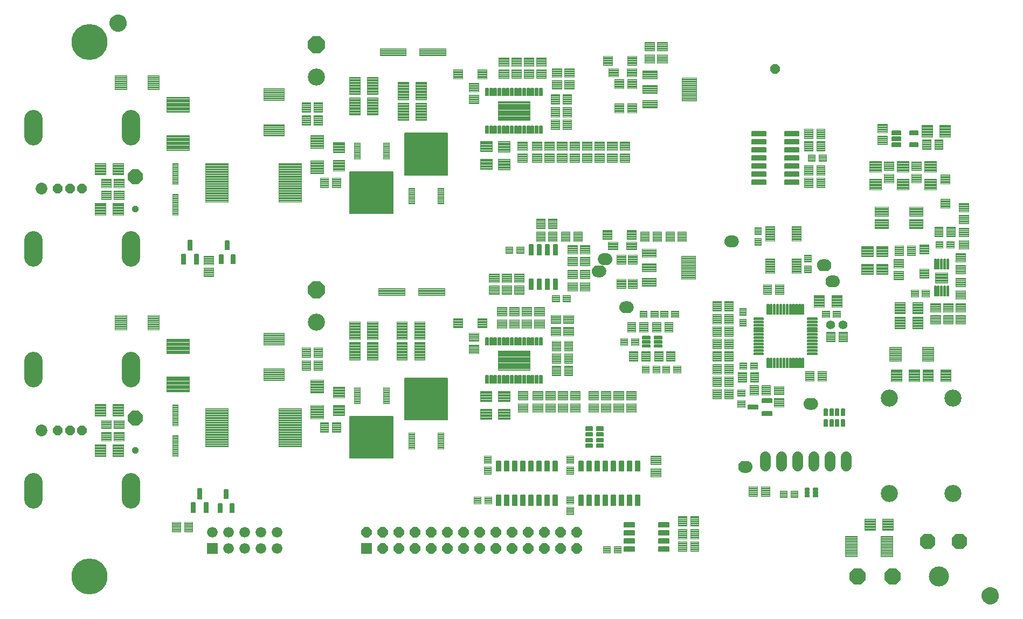
<source format=gts>
G75*
%MOIN*%
%OFA0B0*%
%FSLAX25Y25*%
%IPPOS*%
%LPD*%
%AMOC8*
5,1,8,0,0,1.08239X$1,22.5*
%
%ADD10C,0.13198*%
%ADD11C,0.00454*%
%ADD12C,0.00457*%
%ADD13OC8,0.10293*%
%ADD14C,0.12411*%
%ADD15C,0.00500*%
%ADD16OC8,0.09655*%
%ADD17C,0.00504*%
%ADD18C,0.00514*%
%ADD19C,0.00510*%
%ADD20C,0.00504*%
%ADD21C,0.00414*%
%ADD22C,0.10600*%
%ADD23C,0.00461*%
%ADD24C,0.00594*%
%ADD25C,0.00604*%
%ADD26C,0.06506*%
%ADD27C,0.00100*%
%ADD28C,0.05600*%
%ADD29C,0.00550*%
%ADD30C,0.00366*%
%ADD31C,0.00473*%
%ADD32C,0.00526*%
%ADD33C,0.00441*%
%ADD34C,0.00424*%
%ADD35C,0.00431*%
%ADD36OC8,0.05915*%
%ADD37OC8,0.09200*%
%ADD38OC8,0.04143*%
%ADD39C,0.11238*%
%ADD40OC8,0.06506*%
%ADD41R,0.06506X0.06506*%
%ADD42C,0.00428*%
%ADD43C,0.00408*%
%ADD44OC8,0.10600*%
%ADD45R,0.06600X0.06600*%
%ADD46C,0.06600*%
%ADD47C,0.07293*%
%ADD48C,0.00386*%
%ADD49C,0.00468*%
%ADD50C,0.00432*%
%ADD51C,0.00463*%
%ADD52C,0.00426*%
%ADD53C,0.00580*%
%ADD54C,0.22254*%
D10*
X0230514Y0052437D03*
X0230514Y0383146D03*
D11*
X0487873Y0256574D02*
X0492349Y0256574D01*
X0492349Y0252492D01*
X0487873Y0252492D01*
X0487873Y0256574D01*
X0487873Y0252945D02*
X0492349Y0252945D01*
X0492349Y0253398D02*
X0487873Y0253398D01*
X0487873Y0253851D02*
X0492349Y0253851D01*
X0492349Y0254304D02*
X0487873Y0254304D01*
X0487873Y0254757D02*
X0492349Y0254757D01*
X0492349Y0255210D02*
X0487873Y0255210D01*
X0487873Y0255663D02*
X0492349Y0255663D01*
X0492349Y0256116D02*
X0487873Y0256116D01*
X0487873Y0256569D02*
X0492349Y0256569D01*
X0494566Y0256574D02*
X0499042Y0256574D01*
X0499042Y0252492D01*
X0494566Y0252492D01*
X0494566Y0256574D01*
X0494566Y0252945D02*
X0499042Y0252945D01*
X0499042Y0253398D02*
X0494566Y0253398D01*
X0494566Y0253851D02*
X0499042Y0253851D01*
X0499042Y0254304D02*
X0494566Y0254304D01*
X0494566Y0254757D02*
X0499042Y0254757D01*
X0499042Y0255210D02*
X0494566Y0255210D01*
X0494566Y0255663D02*
X0499042Y0255663D01*
X0499042Y0256116D02*
X0494566Y0256116D01*
X0494566Y0256569D02*
X0499042Y0256569D01*
X0516623Y0226574D02*
X0521099Y0226574D01*
X0521099Y0222492D01*
X0516623Y0222492D01*
X0516623Y0226574D01*
X0516623Y0222945D02*
X0521099Y0222945D01*
X0521099Y0223398D02*
X0516623Y0223398D01*
X0516623Y0223851D02*
X0521099Y0223851D01*
X0521099Y0224304D02*
X0516623Y0224304D01*
X0516623Y0224757D02*
X0521099Y0224757D01*
X0521099Y0225210D02*
X0516623Y0225210D01*
X0516623Y0225663D02*
X0521099Y0225663D01*
X0521099Y0226116D02*
X0516623Y0226116D01*
X0516623Y0226569D02*
X0521099Y0226569D01*
X0523316Y0226574D02*
X0527792Y0226574D01*
X0527792Y0222492D01*
X0523316Y0222492D01*
X0523316Y0226574D01*
X0523316Y0222945D02*
X0527792Y0222945D01*
X0527792Y0223398D02*
X0523316Y0223398D01*
X0523316Y0223851D02*
X0527792Y0223851D01*
X0527792Y0224304D02*
X0523316Y0224304D01*
X0523316Y0224757D02*
X0527792Y0224757D01*
X0527792Y0225210D02*
X0523316Y0225210D01*
X0523316Y0225663D02*
X0527792Y0225663D01*
X0527792Y0226116D02*
X0523316Y0226116D01*
X0523316Y0226569D02*
X0527792Y0226569D01*
X0570873Y0217074D02*
X0575349Y0217074D01*
X0575349Y0212992D01*
X0570873Y0212992D01*
X0570873Y0217074D01*
X0570873Y0213445D02*
X0575349Y0213445D01*
X0575349Y0213898D02*
X0570873Y0213898D01*
X0570873Y0214351D02*
X0575349Y0214351D01*
X0575349Y0214804D02*
X0570873Y0214804D01*
X0570873Y0215257D02*
X0575349Y0215257D01*
X0575349Y0215710D02*
X0570873Y0215710D01*
X0570873Y0216163D02*
X0575349Y0216163D01*
X0575349Y0216616D02*
X0570873Y0216616D01*
X0570873Y0217069D02*
X0575349Y0217069D01*
X0577566Y0217074D02*
X0582042Y0217074D01*
X0582042Y0212992D01*
X0577566Y0212992D01*
X0577566Y0217074D01*
X0577566Y0213445D02*
X0582042Y0213445D01*
X0582042Y0213898D02*
X0577566Y0213898D01*
X0577566Y0214351D02*
X0582042Y0214351D01*
X0582042Y0214804D02*
X0577566Y0214804D01*
X0577566Y0215257D02*
X0582042Y0215257D01*
X0582042Y0215710D02*
X0577566Y0215710D01*
X0577566Y0216163D02*
X0582042Y0216163D01*
X0582042Y0216616D02*
X0577566Y0216616D01*
X0577566Y0217069D02*
X0582042Y0217069D01*
X0583623Y0212992D02*
X0588099Y0212992D01*
X0583623Y0212992D02*
X0583623Y0217074D01*
X0588099Y0217074D01*
X0588099Y0212992D01*
X0588099Y0213445D02*
X0583623Y0213445D01*
X0583623Y0213898D02*
X0588099Y0213898D01*
X0588099Y0214351D02*
X0583623Y0214351D01*
X0583623Y0214804D02*
X0588099Y0214804D01*
X0588099Y0215257D02*
X0583623Y0215257D01*
X0583623Y0215710D02*
X0588099Y0215710D01*
X0588099Y0216163D02*
X0583623Y0216163D01*
X0583623Y0216616D02*
X0588099Y0216616D01*
X0588099Y0217069D02*
X0583623Y0217069D01*
X0590316Y0212992D02*
X0594792Y0212992D01*
X0590316Y0212992D02*
X0590316Y0217074D01*
X0594792Y0217074D01*
X0594792Y0212992D01*
X0594792Y0213445D02*
X0590316Y0213445D01*
X0590316Y0213898D02*
X0594792Y0213898D01*
X0594792Y0214351D02*
X0590316Y0214351D01*
X0590316Y0214804D02*
X0594792Y0214804D01*
X0594792Y0215257D02*
X0590316Y0215257D01*
X0590316Y0215710D02*
X0594792Y0215710D01*
X0594792Y0216163D02*
X0590316Y0216163D01*
X0590316Y0216616D02*
X0594792Y0216616D01*
X0594792Y0217069D02*
X0590316Y0217069D01*
X0570042Y0199824D02*
X0565566Y0199824D01*
X0570042Y0199824D02*
X0570042Y0195742D01*
X0565566Y0195742D01*
X0565566Y0199824D01*
X0565566Y0196195D02*
X0570042Y0196195D01*
X0570042Y0196648D02*
X0565566Y0196648D01*
X0565566Y0197101D02*
X0570042Y0197101D01*
X0570042Y0197554D02*
X0565566Y0197554D01*
X0565566Y0198007D02*
X0570042Y0198007D01*
X0570042Y0198460D02*
X0565566Y0198460D01*
X0565566Y0198913D02*
X0570042Y0198913D01*
X0570042Y0199366D02*
X0565566Y0199366D01*
X0565566Y0199819D02*
X0570042Y0199819D01*
X0563349Y0199824D02*
X0558873Y0199824D01*
X0563349Y0199824D02*
X0563349Y0195742D01*
X0558873Y0195742D01*
X0558873Y0199824D01*
X0558873Y0196195D02*
X0563349Y0196195D01*
X0563349Y0196648D02*
X0558873Y0196648D01*
X0558873Y0197101D02*
X0563349Y0197101D01*
X0563349Y0197554D02*
X0558873Y0197554D01*
X0558873Y0198007D02*
X0563349Y0198007D01*
X0563349Y0198460D02*
X0558873Y0198460D01*
X0558873Y0198913D02*
X0563349Y0198913D01*
X0563349Y0199366D02*
X0558873Y0199366D01*
X0558873Y0199819D02*
X0563349Y0199819D01*
X0572123Y0182824D02*
X0576599Y0182824D01*
X0576599Y0178742D01*
X0572123Y0178742D01*
X0572123Y0182824D01*
X0572123Y0179195D02*
X0576599Y0179195D01*
X0576599Y0179648D02*
X0572123Y0179648D01*
X0572123Y0180101D02*
X0576599Y0180101D01*
X0576599Y0180554D02*
X0572123Y0180554D01*
X0572123Y0181007D02*
X0576599Y0181007D01*
X0576599Y0181460D02*
X0572123Y0181460D01*
X0572123Y0181913D02*
X0576599Y0181913D01*
X0576599Y0182366D02*
X0572123Y0182366D01*
X0572123Y0182819D02*
X0576599Y0182819D01*
X0578816Y0182824D02*
X0583292Y0182824D01*
X0583292Y0178742D01*
X0578816Y0178742D01*
X0578816Y0182824D01*
X0578816Y0179195D02*
X0583292Y0179195D01*
X0583292Y0179648D02*
X0578816Y0179648D01*
X0578816Y0180101D02*
X0583292Y0180101D01*
X0583292Y0180554D02*
X0578816Y0180554D01*
X0578816Y0181007D02*
X0583292Y0181007D01*
X0583292Y0181460D02*
X0578816Y0181460D01*
X0578816Y0181913D02*
X0583292Y0181913D01*
X0583292Y0182366D02*
X0578816Y0182366D01*
X0578816Y0182819D02*
X0583292Y0182819D01*
X0584873Y0178742D02*
X0589349Y0178742D01*
X0584873Y0178742D02*
X0584873Y0182824D01*
X0589349Y0182824D01*
X0589349Y0178742D01*
X0589349Y0179195D02*
X0584873Y0179195D01*
X0584873Y0179648D02*
X0589349Y0179648D01*
X0589349Y0180101D02*
X0584873Y0180101D01*
X0584873Y0180554D02*
X0589349Y0180554D01*
X0589349Y0181007D02*
X0584873Y0181007D01*
X0584873Y0181460D02*
X0589349Y0181460D01*
X0589349Y0181913D02*
X0584873Y0181913D01*
X0584873Y0182366D02*
X0589349Y0182366D01*
X0589349Y0182819D02*
X0584873Y0182819D01*
X0591566Y0178742D02*
X0596042Y0178742D01*
X0591566Y0178742D02*
X0591566Y0182824D01*
X0596042Y0182824D01*
X0596042Y0178742D01*
X0596042Y0179195D02*
X0591566Y0179195D01*
X0591566Y0179648D02*
X0596042Y0179648D01*
X0596042Y0180101D02*
X0591566Y0180101D01*
X0591566Y0180554D02*
X0596042Y0180554D01*
X0596042Y0181007D02*
X0591566Y0181007D01*
X0591566Y0181460D02*
X0596042Y0181460D01*
X0596042Y0181913D02*
X0591566Y0181913D01*
X0591566Y0182366D02*
X0596042Y0182366D01*
X0596042Y0182819D02*
X0591566Y0182819D01*
X0632373Y0185074D02*
X0636849Y0185074D01*
X0636849Y0180992D01*
X0632373Y0180992D01*
X0632373Y0185074D01*
X0632373Y0181445D02*
X0636849Y0181445D01*
X0636849Y0181898D02*
X0632373Y0181898D01*
X0632373Y0182351D02*
X0636849Y0182351D01*
X0636849Y0182804D02*
X0632373Y0182804D01*
X0632373Y0183257D02*
X0636849Y0183257D01*
X0636849Y0183710D02*
X0632373Y0183710D01*
X0632373Y0184163D02*
X0636849Y0184163D01*
X0636849Y0184616D02*
X0632373Y0184616D01*
X0632373Y0185069D02*
X0636849Y0185069D01*
X0639066Y0185074D02*
X0643542Y0185074D01*
X0643542Y0180992D01*
X0639066Y0180992D01*
X0639066Y0185074D01*
X0639066Y0181445D02*
X0643542Y0181445D01*
X0643542Y0181898D02*
X0639066Y0181898D01*
X0639066Y0182351D02*
X0643542Y0182351D01*
X0643542Y0182804D02*
X0639066Y0182804D01*
X0639066Y0183257D02*
X0643542Y0183257D01*
X0643542Y0183710D02*
X0639066Y0183710D01*
X0639066Y0184163D02*
X0643542Y0184163D01*
X0643542Y0184616D02*
X0639066Y0184616D01*
X0639066Y0185069D02*
X0643542Y0185069D01*
X0635695Y0168171D02*
X0635695Y0164089D01*
X0631219Y0164089D01*
X0631219Y0168171D01*
X0635695Y0168171D01*
X0635695Y0164542D02*
X0631219Y0164542D01*
X0631219Y0164995D02*
X0635695Y0164995D01*
X0635695Y0165448D02*
X0631219Y0165448D01*
X0631219Y0165901D02*
X0635695Y0165901D01*
X0635695Y0166354D02*
X0631219Y0166354D01*
X0631219Y0166807D02*
X0635695Y0166807D01*
X0635695Y0167260D02*
X0631219Y0167260D01*
X0631219Y0167713D02*
X0635695Y0167713D01*
X0635695Y0168166D02*
X0631219Y0168166D01*
X0635695Y0161478D02*
X0635695Y0157396D01*
X0631219Y0157396D01*
X0631219Y0161478D01*
X0635695Y0161478D01*
X0635695Y0157849D02*
X0631219Y0157849D01*
X0631219Y0158302D02*
X0635695Y0158302D01*
X0635695Y0158755D02*
X0631219Y0158755D01*
X0631219Y0159208D02*
X0635695Y0159208D01*
X0635695Y0159661D02*
X0631219Y0159661D01*
X0631219Y0160114D02*
X0635695Y0160114D01*
X0635695Y0160567D02*
X0631219Y0160567D01*
X0631219Y0161020D02*
X0635695Y0161020D01*
X0635695Y0161473D02*
X0631219Y0161473D01*
X0632416Y0207449D02*
X0632416Y0211925D01*
X0636498Y0211925D01*
X0636498Y0207449D01*
X0632416Y0207449D01*
X0632416Y0207902D02*
X0636498Y0207902D01*
X0636498Y0208355D02*
X0632416Y0208355D01*
X0632416Y0208808D02*
X0636498Y0208808D01*
X0636498Y0209261D02*
X0632416Y0209261D01*
X0632416Y0209714D02*
X0636498Y0209714D01*
X0636498Y0210167D02*
X0632416Y0210167D01*
X0632416Y0210620D02*
X0636498Y0210620D01*
X0636498Y0211073D02*
X0632416Y0211073D01*
X0632416Y0211526D02*
X0636498Y0211526D01*
X0632416Y0214142D02*
X0632416Y0218618D01*
X0636498Y0218618D01*
X0636498Y0214142D01*
X0632416Y0214142D01*
X0632416Y0214595D02*
X0636498Y0214595D01*
X0636498Y0215048D02*
X0632416Y0215048D01*
X0632416Y0215501D02*
X0636498Y0215501D01*
X0636498Y0215954D02*
X0632416Y0215954D01*
X0632416Y0216407D02*
X0636498Y0216407D01*
X0636498Y0216860D02*
X0632416Y0216860D01*
X0632416Y0217313D02*
X0636498Y0217313D01*
X0636498Y0217766D02*
X0632416Y0217766D01*
X0632416Y0218219D02*
X0636498Y0218219D01*
X0672666Y0240449D02*
X0672666Y0244925D01*
X0676748Y0244925D01*
X0676748Y0240449D01*
X0672666Y0240449D01*
X0672666Y0240902D02*
X0676748Y0240902D01*
X0676748Y0241355D02*
X0672666Y0241355D01*
X0672666Y0241808D02*
X0676748Y0241808D01*
X0676748Y0242261D02*
X0672666Y0242261D01*
X0672666Y0242714D02*
X0676748Y0242714D01*
X0676748Y0243167D02*
X0672666Y0243167D01*
X0672666Y0243620D02*
X0676748Y0243620D01*
X0676748Y0244073D02*
X0672666Y0244073D01*
X0672666Y0244526D02*
X0676748Y0244526D01*
X0672666Y0247142D02*
X0672666Y0251618D01*
X0676748Y0251618D01*
X0676748Y0247142D01*
X0672666Y0247142D01*
X0672666Y0247595D02*
X0676748Y0247595D01*
X0676748Y0248048D02*
X0672666Y0248048D01*
X0672666Y0248501D02*
X0676748Y0248501D01*
X0676748Y0248954D02*
X0672666Y0248954D01*
X0672666Y0249407D02*
X0676748Y0249407D01*
X0676748Y0249860D02*
X0672666Y0249860D01*
X0672666Y0250313D02*
X0676748Y0250313D01*
X0676748Y0250766D02*
X0672666Y0250766D01*
X0672666Y0251219D02*
X0676748Y0251219D01*
X0645998Y0257449D02*
X0645998Y0261925D01*
X0645998Y0257449D02*
X0641916Y0257449D01*
X0641916Y0261925D01*
X0645998Y0261925D01*
X0645998Y0257902D02*
X0641916Y0257902D01*
X0641916Y0258355D02*
X0645998Y0258355D01*
X0645998Y0258808D02*
X0641916Y0258808D01*
X0641916Y0259261D02*
X0645998Y0259261D01*
X0645998Y0259714D02*
X0641916Y0259714D01*
X0641916Y0260167D02*
X0645998Y0260167D01*
X0645998Y0260620D02*
X0641916Y0260620D01*
X0641916Y0261073D02*
X0645998Y0261073D01*
X0645998Y0261526D02*
X0641916Y0261526D01*
X0645998Y0264142D02*
X0645998Y0268618D01*
X0645998Y0264142D02*
X0641916Y0264142D01*
X0641916Y0268618D01*
X0645998Y0268618D01*
X0645998Y0264595D02*
X0641916Y0264595D01*
X0641916Y0265048D02*
X0645998Y0265048D01*
X0645998Y0265501D02*
X0641916Y0265501D01*
X0641916Y0265954D02*
X0645998Y0265954D01*
X0645998Y0266407D02*
X0641916Y0266407D01*
X0641916Y0266860D02*
X0645998Y0266860D01*
X0645998Y0267313D02*
X0641916Y0267313D01*
X0641916Y0267766D02*
X0645998Y0267766D01*
X0645998Y0268219D02*
X0641916Y0268219D01*
X0674873Y0309492D02*
X0679349Y0309492D01*
X0674873Y0309492D02*
X0674873Y0313574D01*
X0679349Y0313574D01*
X0679349Y0309492D01*
X0679349Y0309945D02*
X0674873Y0309945D01*
X0674873Y0310398D02*
X0679349Y0310398D01*
X0679349Y0310851D02*
X0674873Y0310851D01*
X0674873Y0311304D02*
X0679349Y0311304D01*
X0679349Y0311757D02*
X0674873Y0311757D01*
X0674873Y0312210D02*
X0679349Y0312210D01*
X0679349Y0312663D02*
X0674873Y0312663D01*
X0674873Y0313116D02*
X0679349Y0313116D01*
X0679349Y0313569D02*
X0674873Y0313569D01*
X0681566Y0309492D02*
X0686042Y0309492D01*
X0681566Y0309492D02*
X0681566Y0313574D01*
X0686042Y0313574D01*
X0686042Y0309492D01*
X0686042Y0309945D02*
X0681566Y0309945D01*
X0681566Y0310398D02*
X0686042Y0310398D01*
X0686042Y0310851D02*
X0681566Y0310851D01*
X0681566Y0311304D02*
X0686042Y0311304D01*
X0686042Y0311757D02*
X0681566Y0311757D01*
X0681566Y0312210D02*
X0686042Y0312210D01*
X0686042Y0312663D02*
X0681566Y0312663D01*
X0681566Y0313116D02*
X0686042Y0313116D01*
X0686042Y0313569D02*
X0681566Y0313569D01*
X0753873Y0255992D02*
X0758349Y0255992D01*
X0753873Y0255992D02*
X0753873Y0260074D01*
X0758349Y0260074D01*
X0758349Y0255992D01*
X0758349Y0256445D02*
X0753873Y0256445D01*
X0753873Y0256898D02*
X0758349Y0256898D01*
X0758349Y0257351D02*
X0753873Y0257351D01*
X0753873Y0257804D02*
X0758349Y0257804D01*
X0758349Y0258257D02*
X0753873Y0258257D01*
X0753873Y0258710D02*
X0758349Y0258710D01*
X0758349Y0259163D02*
X0753873Y0259163D01*
X0753873Y0259616D02*
X0758349Y0259616D01*
X0758349Y0260069D02*
X0753873Y0260069D01*
X0760566Y0255992D02*
X0765042Y0255992D01*
X0760566Y0255992D02*
X0760566Y0260074D01*
X0765042Y0260074D01*
X0765042Y0255992D01*
X0765042Y0256445D02*
X0760566Y0256445D01*
X0760566Y0256898D02*
X0765042Y0256898D01*
X0765042Y0257351D02*
X0760566Y0257351D01*
X0760566Y0257804D02*
X0765042Y0257804D01*
X0765042Y0258257D02*
X0760566Y0258257D01*
X0760566Y0258710D02*
X0765042Y0258710D01*
X0765042Y0259163D02*
X0760566Y0259163D01*
X0760566Y0259616D02*
X0765042Y0259616D01*
X0765042Y0260069D02*
X0760566Y0260069D01*
X0749792Y0225742D02*
X0745316Y0225742D01*
X0745316Y0229824D01*
X0749792Y0229824D01*
X0749792Y0225742D01*
X0749792Y0226195D02*
X0745316Y0226195D01*
X0745316Y0226648D02*
X0749792Y0226648D01*
X0749792Y0227101D02*
X0745316Y0227101D01*
X0745316Y0227554D02*
X0749792Y0227554D01*
X0749792Y0228007D02*
X0745316Y0228007D01*
X0745316Y0228460D02*
X0749792Y0228460D01*
X0749792Y0228913D02*
X0745316Y0228913D01*
X0745316Y0229366D02*
X0749792Y0229366D01*
X0749792Y0229819D02*
X0745316Y0229819D01*
X0743099Y0225742D02*
X0738623Y0225742D01*
X0738623Y0229824D01*
X0743099Y0229824D01*
X0743099Y0225742D01*
X0743099Y0226195D02*
X0738623Y0226195D01*
X0738623Y0226648D02*
X0743099Y0226648D01*
X0743099Y0227101D02*
X0738623Y0227101D01*
X0738623Y0227554D02*
X0743099Y0227554D01*
X0743099Y0228007D02*
X0738623Y0228007D01*
X0738623Y0228460D02*
X0743099Y0228460D01*
X0743099Y0228913D02*
X0738623Y0228913D01*
X0738623Y0229366D02*
X0743099Y0229366D01*
X0743099Y0229819D02*
X0738623Y0229819D01*
X0694792Y0217074D02*
X0690316Y0217074D01*
X0694792Y0217074D02*
X0694792Y0212992D01*
X0690316Y0212992D01*
X0690316Y0217074D01*
X0690316Y0213445D02*
X0694792Y0213445D01*
X0694792Y0213898D02*
X0690316Y0213898D01*
X0690316Y0214351D02*
X0694792Y0214351D01*
X0694792Y0214804D02*
X0690316Y0214804D01*
X0690316Y0215257D02*
X0694792Y0215257D01*
X0694792Y0215710D02*
X0690316Y0215710D01*
X0690316Y0216163D02*
X0694792Y0216163D01*
X0694792Y0216616D02*
X0690316Y0216616D01*
X0690316Y0217069D02*
X0694792Y0217069D01*
X0688099Y0217074D02*
X0683623Y0217074D01*
X0688099Y0217074D02*
X0688099Y0212992D01*
X0683623Y0212992D01*
X0683623Y0217074D01*
X0683623Y0213445D02*
X0688099Y0213445D01*
X0688099Y0213898D02*
X0683623Y0213898D01*
X0683623Y0214351D02*
X0688099Y0214351D01*
X0688099Y0214804D02*
X0683623Y0214804D01*
X0683623Y0215257D02*
X0688099Y0215257D01*
X0688099Y0215710D02*
X0683623Y0215710D01*
X0683623Y0216163D02*
X0688099Y0216163D01*
X0688099Y0216616D02*
X0683623Y0216616D01*
X0683623Y0217069D02*
X0688099Y0217069D01*
X0525666Y0127118D02*
X0525666Y0122642D01*
X0525666Y0127118D02*
X0529748Y0127118D01*
X0529748Y0122642D01*
X0525666Y0122642D01*
X0525666Y0123095D02*
X0529748Y0123095D01*
X0529748Y0123548D02*
X0525666Y0123548D01*
X0525666Y0124001D02*
X0529748Y0124001D01*
X0529748Y0124454D02*
X0525666Y0124454D01*
X0525666Y0124907D02*
X0529748Y0124907D01*
X0529748Y0125360D02*
X0525666Y0125360D01*
X0525666Y0125813D02*
X0529748Y0125813D01*
X0529748Y0126266D02*
X0525666Y0126266D01*
X0525666Y0126719D02*
X0529748Y0126719D01*
X0525666Y0120425D02*
X0525666Y0115949D01*
X0525666Y0120425D02*
X0529748Y0120425D01*
X0529748Y0115949D01*
X0525666Y0115949D01*
X0525666Y0116402D02*
X0529748Y0116402D01*
X0529748Y0116855D02*
X0525666Y0116855D01*
X0525666Y0117308D02*
X0529748Y0117308D01*
X0529748Y0117761D02*
X0525666Y0117761D01*
X0525666Y0118214D02*
X0529748Y0118214D01*
X0529748Y0118667D02*
X0525666Y0118667D01*
X0525666Y0119120D02*
X0529748Y0119120D01*
X0529748Y0119573D02*
X0525666Y0119573D01*
X0525666Y0120026D02*
X0529748Y0120026D01*
X0525666Y0102118D02*
X0525666Y0097642D01*
X0525666Y0102118D02*
X0529748Y0102118D01*
X0529748Y0097642D01*
X0525666Y0097642D01*
X0525666Y0098095D02*
X0529748Y0098095D01*
X0529748Y0098548D02*
X0525666Y0098548D01*
X0525666Y0099001D02*
X0529748Y0099001D01*
X0529748Y0099454D02*
X0525666Y0099454D01*
X0525666Y0099907D02*
X0529748Y0099907D01*
X0529748Y0100360D02*
X0525666Y0100360D01*
X0525666Y0100813D02*
X0529748Y0100813D01*
X0529748Y0101266D02*
X0525666Y0101266D01*
X0525666Y0101719D02*
X0529748Y0101719D01*
X0525666Y0095425D02*
X0525666Y0090949D01*
X0525666Y0095425D02*
X0529748Y0095425D01*
X0529748Y0090949D01*
X0525666Y0090949D01*
X0525666Y0091402D02*
X0529748Y0091402D01*
X0529748Y0091855D02*
X0525666Y0091855D01*
X0525666Y0092308D02*
X0529748Y0092308D01*
X0529748Y0092761D02*
X0525666Y0092761D01*
X0525666Y0093214D02*
X0529748Y0093214D01*
X0529748Y0093667D02*
X0525666Y0093667D01*
X0525666Y0094120D02*
X0529748Y0094120D01*
X0529748Y0094573D02*
X0525666Y0094573D01*
X0525666Y0095026D02*
X0529748Y0095026D01*
X0548123Y0067242D02*
X0552599Y0067242D01*
X0548123Y0067242D02*
X0548123Y0071324D01*
X0552599Y0071324D01*
X0552599Y0067242D01*
X0552599Y0067695D02*
X0548123Y0067695D01*
X0548123Y0068148D02*
X0552599Y0068148D01*
X0552599Y0068601D02*
X0548123Y0068601D01*
X0548123Y0069054D02*
X0552599Y0069054D01*
X0552599Y0069507D02*
X0548123Y0069507D01*
X0548123Y0069960D02*
X0552599Y0069960D01*
X0552599Y0070413D02*
X0548123Y0070413D01*
X0548123Y0070866D02*
X0552599Y0070866D01*
X0552599Y0071319D02*
X0548123Y0071319D01*
X0554816Y0067242D02*
X0559292Y0067242D01*
X0554816Y0067242D02*
X0554816Y0071324D01*
X0559292Y0071324D01*
X0559292Y0067242D01*
X0559292Y0067695D02*
X0554816Y0067695D01*
X0554816Y0068148D02*
X0559292Y0068148D01*
X0559292Y0068601D02*
X0554816Y0068601D01*
X0554816Y0069054D02*
X0559292Y0069054D01*
X0559292Y0069507D02*
X0554816Y0069507D01*
X0554816Y0069960D02*
X0559292Y0069960D01*
X0559292Y0070413D02*
X0554816Y0070413D01*
X0554816Y0070866D02*
X0559292Y0070866D01*
X0559292Y0071319D02*
X0554816Y0071319D01*
X0479292Y0101824D02*
X0474816Y0101824D01*
X0479292Y0101824D02*
X0479292Y0097742D01*
X0474816Y0097742D01*
X0474816Y0101824D01*
X0474816Y0098195D02*
X0479292Y0098195D01*
X0479292Y0098648D02*
X0474816Y0098648D01*
X0474816Y0099101D02*
X0479292Y0099101D01*
X0479292Y0099554D02*
X0474816Y0099554D01*
X0474816Y0100007D02*
X0479292Y0100007D01*
X0479292Y0100460D02*
X0474816Y0100460D01*
X0474816Y0100913D02*
X0479292Y0100913D01*
X0479292Y0101366D02*
X0474816Y0101366D01*
X0474816Y0101819D02*
X0479292Y0101819D01*
X0472599Y0101824D02*
X0468123Y0101824D01*
X0472599Y0101824D02*
X0472599Y0097742D01*
X0468123Y0097742D01*
X0468123Y0101824D01*
X0468123Y0098195D02*
X0472599Y0098195D01*
X0472599Y0098648D02*
X0468123Y0098648D01*
X0468123Y0099101D02*
X0472599Y0099101D01*
X0472599Y0099554D02*
X0468123Y0099554D01*
X0468123Y0100007D02*
X0472599Y0100007D01*
X0472599Y0100460D02*
X0468123Y0100460D01*
X0468123Y0100913D02*
X0472599Y0100913D01*
X0472599Y0101366D02*
X0468123Y0101366D01*
X0468123Y0101819D02*
X0472599Y0101819D01*
X0474666Y0115949D02*
X0474666Y0120425D01*
X0478748Y0120425D01*
X0478748Y0115949D01*
X0474666Y0115949D01*
X0474666Y0116402D02*
X0478748Y0116402D01*
X0478748Y0116855D02*
X0474666Y0116855D01*
X0474666Y0117308D02*
X0478748Y0117308D01*
X0478748Y0117761D02*
X0474666Y0117761D01*
X0474666Y0118214D02*
X0478748Y0118214D01*
X0478748Y0118667D02*
X0474666Y0118667D01*
X0474666Y0119120D02*
X0478748Y0119120D01*
X0478748Y0119573D02*
X0474666Y0119573D01*
X0474666Y0120026D02*
X0478748Y0120026D01*
X0474666Y0122642D02*
X0474666Y0127118D01*
X0478748Y0127118D01*
X0478748Y0122642D01*
X0474666Y0122642D01*
X0474666Y0123095D02*
X0478748Y0123095D01*
X0478748Y0123548D02*
X0474666Y0123548D01*
X0474666Y0124001D02*
X0478748Y0124001D01*
X0478748Y0124454D02*
X0474666Y0124454D01*
X0474666Y0124907D02*
X0478748Y0124907D01*
X0478748Y0125360D02*
X0474666Y0125360D01*
X0474666Y0125813D02*
X0478748Y0125813D01*
X0478748Y0126266D02*
X0474666Y0126266D01*
X0474666Y0126719D02*
X0478748Y0126719D01*
X0657373Y0105574D02*
X0661849Y0105574D01*
X0661849Y0101492D01*
X0657373Y0101492D01*
X0657373Y0105574D01*
X0657373Y0101945D02*
X0661849Y0101945D01*
X0661849Y0102398D02*
X0657373Y0102398D01*
X0657373Y0102851D02*
X0661849Y0102851D01*
X0661849Y0103304D02*
X0657373Y0103304D01*
X0657373Y0103757D02*
X0661849Y0103757D01*
X0661849Y0104210D02*
X0657373Y0104210D01*
X0657373Y0104663D02*
X0661849Y0104663D01*
X0661849Y0105116D02*
X0657373Y0105116D01*
X0657373Y0105569D02*
X0661849Y0105569D01*
X0664066Y0105574D02*
X0668542Y0105574D01*
X0668542Y0101492D01*
X0664066Y0101492D01*
X0664066Y0105574D01*
X0664066Y0101945D02*
X0668542Y0101945D01*
X0668542Y0102398D02*
X0664066Y0102398D01*
X0664066Y0102851D02*
X0668542Y0102851D01*
X0668542Y0103304D02*
X0664066Y0103304D01*
X0664066Y0103757D02*
X0668542Y0103757D01*
X0668542Y0104210D02*
X0664066Y0104210D01*
X0664066Y0104663D02*
X0668542Y0104663D01*
X0668542Y0105116D02*
X0664066Y0105116D01*
X0664066Y0105569D02*
X0668542Y0105569D01*
D12*
X0651079Y0108308D02*
X0645817Y0108308D01*
X0651079Y0108308D02*
X0651079Y0102258D01*
X0645817Y0102258D01*
X0645817Y0108308D01*
X0645817Y0102714D02*
X0651079Y0102714D01*
X0651079Y0103170D02*
X0645817Y0103170D01*
X0645817Y0103626D02*
X0651079Y0103626D01*
X0651079Y0104082D02*
X0645817Y0104082D01*
X0645817Y0104538D02*
X0651079Y0104538D01*
X0651079Y0104994D02*
X0645817Y0104994D01*
X0645817Y0105450D02*
X0651079Y0105450D01*
X0651079Y0105906D02*
X0645817Y0105906D01*
X0645817Y0106362D02*
X0651079Y0106362D01*
X0651079Y0106818D02*
X0645817Y0106818D01*
X0645817Y0107274D02*
X0651079Y0107274D01*
X0651079Y0107730D02*
X0645817Y0107730D01*
X0645817Y0108186D02*
X0651079Y0108186D01*
X0643598Y0108308D02*
X0638336Y0108308D01*
X0643598Y0108308D02*
X0643598Y0102258D01*
X0638336Y0102258D01*
X0638336Y0108308D01*
X0638336Y0102714D02*
X0643598Y0102714D01*
X0643598Y0103170D02*
X0638336Y0103170D01*
X0638336Y0103626D02*
X0643598Y0103626D01*
X0643598Y0104082D02*
X0638336Y0104082D01*
X0638336Y0104538D02*
X0643598Y0104538D01*
X0643598Y0104994D02*
X0638336Y0104994D01*
X0638336Y0105450D02*
X0643598Y0105450D01*
X0643598Y0105906D02*
X0638336Y0105906D01*
X0638336Y0106362D02*
X0643598Y0106362D01*
X0643598Y0106818D02*
X0638336Y0106818D01*
X0638336Y0107274D02*
X0643598Y0107274D01*
X0643598Y0107730D02*
X0638336Y0107730D01*
X0638336Y0108186D02*
X0643598Y0108186D01*
X0607329Y0089808D02*
X0602067Y0089808D01*
X0607329Y0089808D02*
X0607329Y0083758D01*
X0602067Y0083758D01*
X0602067Y0089808D01*
X0602067Y0084214D02*
X0607329Y0084214D01*
X0607329Y0084670D02*
X0602067Y0084670D01*
X0602067Y0085126D02*
X0607329Y0085126D01*
X0607329Y0085582D02*
X0602067Y0085582D01*
X0602067Y0086038D02*
X0607329Y0086038D01*
X0607329Y0086494D02*
X0602067Y0086494D01*
X0602067Y0086950D02*
X0607329Y0086950D01*
X0607329Y0087406D02*
X0602067Y0087406D01*
X0602067Y0087862D02*
X0607329Y0087862D01*
X0607329Y0088318D02*
X0602067Y0088318D01*
X0602067Y0088774D02*
X0607329Y0088774D01*
X0607329Y0089230D02*
X0602067Y0089230D01*
X0602067Y0089686D02*
X0607329Y0089686D01*
X0599848Y0089808D02*
X0594586Y0089808D01*
X0599848Y0089808D02*
X0599848Y0083758D01*
X0594586Y0083758D01*
X0594586Y0089808D01*
X0594586Y0084214D02*
X0599848Y0084214D01*
X0599848Y0084670D02*
X0594586Y0084670D01*
X0594586Y0085126D02*
X0599848Y0085126D01*
X0599848Y0085582D02*
X0594586Y0085582D01*
X0594586Y0086038D02*
X0599848Y0086038D01*
X0599848Y0086494D02*
X0594586Y0086494D01*
X0594586Y0086950D02*
X0599848Y0086950D01*
X0599848Y0087406D02*
X0594586Y0087406D01*
X0594586Y0087862D02*
X0599848Y0087862D01*
X0599848Y0088318D02*
X0594586Y0088318D01*
X0594586Y0088774D02*
X0599848Y0088774D01*
X0599848Y0089230D02*
X0594586Y0089230D01*
X0594586Y0089686D02*
X0599848Y0089686D01*
X0599848Y0082058D02*
X0594586Y0082058D01*
X0599848Y0082058D02*
X0599848Y0076008D01*
X0594586Y0076008D01*
X0594586Y0082058D01*
X0594586Y0076464D02*
X0599848Y0076464D01*
X0599848Y0076920D02*
X0594586Y0076920D01*
X0594586Y0077376D02*
X0599848Y0077376D01*
X0599848Y0077832D02*
X0594586Y0077832D01*
X0594586Y0078288D02*
X0599848Y0078288D01*
X0599848Y0078744D02*
X0594586Y0078744D01*
X0594586Y0079200D02*
X0599848Y0079200D01*
X0599848Y0079656D02*
X0594586Y0079656D01*
X0594586Y0080112D02*
X0599848Y0080112D01*
X0599848Y0080568D02*
X0594586Y0080568D01*
X0594586Y0081024D02*
X0599848Y0081024D01*
X0599848Y0081480D02*
X0594586Y0081480D01*
X0594586Y0081936D02*
X0599848Y0081936D01*
X0602067Y0082058D02*
X0607329Y0082058D01*
X0607329Y0076008D01*
X0602067Y0076008D01*
X0602067Y0082058D01*
X0602067Y0076464D02*
X0607329Y0076464D01*
X0607329Y0076920D02*
X0602067Y0076920D01*
X0602067Y0077376D02*
X0607329Y0077376D01*
X0607329Y0077832D02*
X0602067Y0077832D01*
X0602067Y0078288D02*
X0607329Y0078288D01*
X0607329Y0078744D02*
X0602067Y0078744D01*
X0602067Y0079200D02*
X0607329Y0079200D01*
X0607329Y0079656D02*
X0602067Y0079656D01*
X0602067Y0080112D02*
X0607329Y0080112D01*
X0607329Y0080568D02*
X0602067Y0080568D01*
X0602067Y0081024D02*
X0607329Y0081024D01*
X0607329Y0081480D02*
X0602067Y0081480D01*
X0602067Y0081936D02*
X0607329Y0081936D01*
X0607329Y0074308D02*
X0602067Y0074308D01*
X0607329Y0074308D02*
X0607329Y0068258D01*
X0602067Y0068258D01*
X0602067Y0074308D01*
X0602067Y0068714D02*
X0607329Y0068714D01*
X0607329Y0069170D02*
X0602067Y0069170D01*
X0602067Y0069626D02*
X0607329Y0069626D01*
X0607329Y0070082D02*
X0602067Y0070082D01*
X0602067Y0070538D02*
X0607329Y0070538D01*
X0607329Y0070994D02*
X0602067Y0070994D01*
X0602067Y0071450D02*
X0607329Y0071450D01*
X0607329Y0071906D02*
X0602067Y0071906D01*
X0602067Y0072362D02*
X0607329Y0072362D01*
X0607329Y0072818D02*
X0602067Y0072818D01*
X0602067Y0073274D02*
X0607329Y0073274D01*
X0607329Y0073730D02*
X0602067Y0073730D01*
X0602067Y0074186D02*
X0607329Y0074186D01*
X0599848Y0074308D02*
X0594586Y0074308D01*
X0599848Y0074308D02*
X0599848Y0068258D01*
X0594586Y0068258D01*
X0594586Y0074308D01*
X0594586Y0068714D02*
X0599848Y0068714D01*
X0599848Y0069170D02*
X0594586Y0069170D01*
X0594586Y0069626D02*
X0599848Y0069626D01*
X0599848Y0070082D02*
X0594586Y0070082D01*
X0594586Y0070538D02*
X0599848Y0070538D01*
X0599848Y0070994D02*
X0594586Y0070994D01*
X0594586Y0071450D02*
X0599848Y0071450D01*
X0599848Y0071906D02*
X0594586Y0071906D01*
X0594586Y0072362D02*
X0599848Y0072362D01*
X0599848Y0072818D02*
X0594586Y0072818D01*
X0594586Y0073274D02*
X0599848Y0073274D01*
X0599848Y0073730D02*
X0594586Y0073730D01*
X0594586Y0074186D02*
X0599848Y0074186D01*
X0577682Y0114412D02*
X0577682Y0119674D01*
X0583732Y0119674D01*
X0583732Y0114412D01*
X0577682Y0114412D01*
X0577682Y0114868D02*
X0583732Y0114868D01*
X0583732Y0115324D02*
X0577682Y0115324D01*
X0577682Y0115780D02*
X0583732Y0115780D01*
X0583732Y0116236D02*
X0577682Y0116236D01*
X0577682Y0116692D02*
X0583732Y0116692D01*
X0583732Y0117148D02*
X0577682Y0117148D01*
X0577682Y0117604D02*
X0583732Y0117604D01*
X0583732Y0118060D02*
X0577682Y0118060D01*
X0577682Y0118516D02*
X0583732Y0118516D01*
X0583732Y0118972D02*
X0577682Y0118972D01*
X0577682Y0119428D02*
X0583732Y0119428D01*
X0577682Y0121893D02*
X0577682Y0127155D01*
X0583732Y0127155D01*
X0583732Y0121893D01*
X0577682Y0121893D01*
X0577682Y0122349D02*
X0583732Y0122349D01*
X0583732Y0122805D02*
X0577682Y0122805D01*
X0577682Y0123261D02*
X0583732Y0123261D01*
X0583732Y0123717D02*
X0577682Y0123717D01*
X0577682Y0124173D02*
X0583732Y0124173D01*
X0583732Y0124629D02*
X0577682Y0124629D01*
X0577682Y0125085D02*
X0583732Y0125085D01*
X0583732Y0125541D02*
X0577682Y0125541D01*
X0577682Y0125997D02*
X0583732Y0125997D01*
X0583732Y0126453D02*
X0577682Y0126453D01*
X0577682Y0126909D02*
X0583732Y0126909D01*
X0562432Y0154412D02*
X0562432Y0159674D01*
X0568482Y0159674D01*
X0568482Y0154412D01*
X0562432Y0154412D01*
X0562432Y0154868D02*
X0568482Y0154868D01*
X0568482Y0155324D02*
X0562432Y0155324D01*
X0562432Y0155780D02*
X0568482Y0155780D01*
X0568482Y0156236D02*
X0562432Y0156236D01*
X0562432Y0156692D02*
X0568482Y0156692D01*
X0568482Y0157148D02*
X0562432Y0157148D01*
X0562432Y0157604D02*
X0568482Y0157604D01*
X0568482Y0158060D02*
X0562432Y0158060D01*
X0562432Y0158516D02*
X0568482Y0158516D01*
X0568482Y0158972D02*
X0562432Y0158972D01*
X0562432Y0159428D02*
X0568482Y0159428D01*
X0562432Y0161893D02*
X0562432Y0167155D01*
X0568482Y0167155D01*
X0568482Y0161893D01*
X0562432Y0161893D01*
X0562432Y0162349D02*
X0568482Y0162349D01*
X0568482Y0162805D02*
X0562432Y0162805D01*
X0562432Y0163261D02*
X0568482Y0163261D01*
X0568482Y0163717D02*
X0562432Y0163717D01*
X0562432Y0164173D02*
X0568482Y0164173D01*
X0568482Y0164629D02*
X0562432Y0164629D01*
X0562432Y0165085D02*
X0568482Y0165085D01*
X0568482Y0165541D02*
X0562432Y0165541D01*
X0562432Y0165997D02*
X0568482Y0165997D01*
X0568482Y0166453D02*
X0562432Y0166453D01*
X0562432Y0166909D02*
X0568482Y0166909D01*
X0560732Y0167155D02*
X0560732Y0161893D01*
X0554682Y0161893D01*
X0554682Y0167155D01*
X0560732Y0167155D01*
X0560732Y0162349D02*
X0554682Y0162349D01*
X0554682Y0162805D02*
X0560732Y0162805D01*
X0560732Y0163261D02*
X0554682Y0163261D01*
X0554682Y0163717D02*
X0560732Y0163717D01*
X0560732Y0164173D02*
X0554682Y0164173D01*
X0554682Y0164629D02*
X0560732Y0164629D01*
X0560732Y0165085D02*
X0554682Y0165085D01*
X0554682Y0165541D02*
X0560732Y0165541D01*
X0560732Y0165997D02*
X0554682Y0165997D01*
X0554682Y0166453D02*
X0560732Y0166453D01*
X0560732Y0166909D02*
X0554682Y0166909D01*
X0552982Y0167155D02*
X0552982Y0161893D01*
X0546932Y0161893D01*
X0546932Y0167155D01*
X0552982Y0167155D01*
X0552982Y0162349D02*
X0546932Y0162349D01*
X0546932Y0162805D02*
X0552982Y0162805D01*
X0552982Y0163261D02*
X0546932Y0163261D01*
X0546932Y0163717D02*
X0552982Y0163717D01*
X0552982Y0164173D02*
X0546932Y0164173D01*
X0546932Y0164629D02*
X0552982Y0164629D01*
X0552982Y0165085D02*
X0546932Y0165085D01*
X0546932Y0165541D02*
X0552982Y0165541D01*
X0552982Y0165997D02*
X0546932Y0165997D01*
X0546932Y0166453D02*
X0552982Y0166453D01*
X0552982Y0166909D02*
X0546932Y0166909D01*
X0539182Y0167155D02*
X0539182Y0161893D01*
X0539182Y0167155D02*
X0545232Y0167155D01*
X0545232Y0161893D01*
X0539182Y0161893D01*
X0539182Y0162349D02*
X0545232Y0162349D01*
X0545232Y0162805D02*
X0539182Y0162805D01*
X0539182Y0163261D02*
X0545232Y0163261D01*
X0545232Y0163717D02*
X0539182Y0163717D01*
X0539182Y0164173D02*
X0545232Y0164173D01*
X0545232Y0164629D02*
X0539182Y0164629D01*
X0539182Y0165085D02*
X0545232Y0165085D01*
X0545232Y0165541D02*
X0539182Y0165541D01*
X0539182Y0165997D02*
X0545232Y0165997D01*
X0545232Y0166453D02*
X0539182Y0166453D01*
X0539182Y0166909D02*
X0545232Y0166909D01*
X0539182Y0159674D02*
X0539182Y0154412D01*
X0539182Y0159674D02*
X0545232Y0159674D01*
X0545232Y0154412D01*
X0539182Y0154412D01*
X0539182Y0154868D02*
X0545232Y0154868D01*
X0545232Y0155324D02*
X0539182Y0155324D01*
X0539182Y0155780D02*
X0545232Y0155780D01*
X0545232Y0156236D02*
X0539182Y0156236D01*
X0539182Y0156692D02*
X0545232Y0156692D01*
X0545232Y0157148D02*
X0539182Y0157148D01*
X0539182Y0157604D02*
X0545232Y0157604D01*
X0545232Y0158060D02*
X0539182Y0158060D01*
X0539182Y0158516D02*
X0545232Y0158516D01*
X0545232Y0158972D02*
X0539182Y0158972D01*
X0539182Y0159428D02*
X0545232Y0159428D01*
X0552982Y0159674D02*
X0552982Y0154412D01*
X0546932Y0154412D01*
X0546932Y0159674D01*
X0552982Y0159674D01*
X0552982Y0154868D02*
X0546932Y0154868D01*
X0546932Y0155324D02*
X0552982Y0155324D01*
X0552982Y0155780D02*
X0546932Y0155780D01*
X0546932Y0156236D02*
X0552982Y0156236D01*
X0552982Y0156692D02*
X0546932Y0156692D01*
X0546932Y0157148D02*
X0552982Y0157148D01*
X0552982Y0157604D02*
X0546932Y0157604D01*
X0546932Y0158060D02*
X0552982Y0158060D01*
X0552982Y0158516D02*
X0546932Y0158516D01*
X0546932Y0158972D02*
X0552982Y0158972D01*
X0552982Y0159428D02*
X0546932Y0159428D01*
X0560732Y0159674D02*
X0560732Y0154412D01*
X0554682Y0154412D01*
X0554682Y0159674D01*
X0560732Y0159674D01*
X0560732Y0154868D02*
X0554682Y0154868D01*
X0554682Y0155324D02*
X0560732Y0155324D01*
X0560732Y0155780D02*
X0554682Y0155780D01*
X0554682Y0156236D02*
X0560732Y0156236D01*
X0560732Y0156692D02*
X0554682Y0156692D01*
X0554682Y0157148D02*
X0560732Y0157148D01*
X0560732Y0157604D02*
X0554682Y0157604D01*
X0554682Y0158060D02*
X0560732Y0158060D01*
X0560732Y0158516D02*
X0554682Y0158516D01*
X0554682Y0158972D02*
X0560732Y0158972D01*
X0560732Y0159428D02*
X0554682Y0159428D01*
X0527932Y0159674D02*
X0527932Y0154412D01*
X0527932Y0159674D02*
X0533982Y0159674D01*
X0533982Y0154412D01*
X0527932Y0154412D01*
X0527932Y0154868D02*
X0533982Y0154868D01*
X0533982Y0155324D02*
X0527932Y0155324D01*
X0527932Y0155780D02*
X0533982Y0155780D01*
X0533982Y0156236D02*
X0527932Y0156236D01*
X0527932Y0156692D02*
X0533982Y0156692D01*
X0533982Y0157148D02*
X0527932Y0157148D01*
X0527932Y0157604D02*
X0533982Y0157604D01*
X0533982Y0158060D02*
X0527932Y0158060D01*
X0527932Y0158516D02*
X0533982Y0158516D01*
X0533982Y0158972D02*
X0527932Y0158972D01*
X0527932Y0159428D02*
X0533982Y0159428D01*
X0527932Y0161893D02*
X0527932Y0167155D01*
X0533982Y0167155D01*
X0533982Y0161893D01*
X0527932Y0161893D01*
X0527932Y0162349D02*
X0533982Y0162349D01*
X0533982Y0162805D02*
X0527932Y0162805D01*
X0527932Y0163261D02*
X0533982Y0163261D01*
X0533982Y0163717D02*
X0527932Y0163717D01*
X0527932Y0164173D02*
X0533982Y0164173D01*
X0533982Y0164629D02*
X0527932Y0164629D01*
X0527932Y0165085D02*
X0533982Y0165085D01*
X0533982Y0165541D02*
X0527932Y0165541D01*
X0527932Y0165997D02*
X0533982Y0165997D01*
X0533982Y0166453D02*
X0527932Y0166453D01*
X0527932Y0166909D02*
X0533982Y0166909D01*
X0520182Y0167155D02*
X0520182Y0161893D01*
X0520182Y0167155D02*
X0526232Y0167155D01*
X0526232Y0161893D01*
X0520182Y0161893D01*
X0520182Y0162349D02*
X0526232Y0162349D01*
X0526232Y0162805D02*
X0520182Y0162805D01*
X0520182Y0163261D02*
X0526232Y0163261D01*
X0526232Y0163717D02*
X0520182Y0163717D01*
X0520182Y0164173D02*
X0526232Y0164173D01*
X0526232Y0164629D02*
X0520182Y0164629D01*
X0520182Y0165085D02*
X0526232Y0165085D01*
X0526232Y0165541D02*
X0520182Y0165541D01*
X0520182Y0165997D02*
X0526232Y0165997D01*
X0526232Y0166453D02*
X0520182Y0166453D01*
X0520182Y0166909D02*
X0526232Y0166909D01*
X0520182Y0159674D02*
X0520182Y0154412D01*
X0520182Y0159674D02*
X0526232Y0159674D01*
X0526232Y0154412D01*
X0520182Y0154412D01*
X0520182Y0154868D02*
X0526232Y0154868D01*
X0526232Y0155324D02*
X0520182Y0155324D01*
X0520182Y0155780D02*
X0526232Y0155780D01*
X0526232Y0156236D02*
X0520182Y0156236D01*
X0520182Y0156692D02*
X0526232Y0156692D01*
X0526232Y0157148D02*
X0520182Y0157148D01*
X0520182Y0157604D02*
X0526232Y0157604D01*
X0526232Y0158060D02*
X0520182Y0158060D01*
X0520182Y0158516D02*
X0526232Y0158516D01*
X0526232Y0158972D02*
X0520182Y0158972D01*
X0520182Y0159428D02*
X0526232Y0159428D01*
X0518482Y0159674D02*
X0518482Y0154412D01*
X0512432Y0154412D01*
X0512432Y0159674D01*
X0518482Y0159674D01*
X0518482Y0154868D02*
X0512432Y0154868D01*
X0512432Y0155324D02*
X0518482Y0155324D01*
X0518482Y0155780D02*
X0512432Y0155780D01*
X0512432Y0156236D02*
X0518482Y0156236D01*
X0518482Y0156692D02*
X0512432Y0156692D01*
X0512432Y0157148D02*
X0518482Y0157148D01*
X0518482Y0157604D02*
X0512432Y0157604D01*
X0512432Y0158060D02*
X0518482Y0158060D01*
X0518482Y0158516D02*
X0512432Y0158516D01*
X0512432Y0158972D02*
X0518482Y0158972D01*
X0518482Y0159428D02*
X0512432Y0159428D01*
X0504682Y0159674D02*
X0504682Y0154412D01*
X0504682Y0159674D02*
X0510732Y0159674D01*
X0510732Y0154412D01*
X0504682Y0154412D01*
X0504682Y0154868D02*
X0510732Y0154868D01*
X0510732Y0155324D02*
X0504682Y0155324D01*
X0504682Y0155780D02*
X0510732Y0155780D01*
X0510732Y0156236D02*
X0504682Y0156236D01*
X0504682Y0156692D02*
X0510732Y0156692D01*
X0510732Y0157148D02*
X0504682Y0157148D01*
X0504682Y0157604D02*
X0510732Y0157604D01*
X0510732Y0158060D02*
X0504682Y0158060D01*
X0504682Y0158516D02*
X0510732Y0158516D01*
X0510732Y0158972D02*
X0504682Y0158972D01*
X0504682Y0159428D02*
X0510732Y0159428D01*
X0504682Y0161893D02*
X0504682Y0167155D01*
X0510732Y0167155D01*
X0510732Y0161893D01*
X0504682Y0161893D01*
X0504682Y0162349D02*
X0510732Y0162349D01*
X0510732Y0162805D02*
X0504682Y0162805D01*
X0504682Y0163261D02*
X0510732Y0163261D01*
X0510732Y0163717D02*
X0504682Y0163717D01*
X0504682Y0164173D02*
X0510732Y0164173D01*
X0510732Y0164629D02*
X0504682Y0164629D01*
X0504682Y0165085D02*
X0510732Y0165085D01*
X0510732Y0165541D02*
X0504682Y0165541D01*
X0504682Y0165997D02*
X0510732Y0165997D01*
X0510732Y0166453D02*
X0504682Y0166453D01*
X0504682Y0166909D02*
X0510732Y0166909D01*
X0518482Y0167155D02*
X0518482Y0161893D01*
X0512432Y0161893D01*
X0512432Y0167155D01*
X0518482Y0167155D01*
X0518482Y0162349D02*
X0512432Y0162349D01*
X0512432Y0162805D02*
X0518482Y0162805D01*
X0518482Y0163261D02*
X0512432Y0163261D01*
X0512432Y0163717D02*
X0518482Y0163717D01*
X0518482Y0164173D02*
X0512432Y0164173D01*
X0512432Y0164629D02*
X0518482Y0164629D01*
X0518482Y0165085D02*
X0512432Y0165085D01*
X0512432Y0165541D02*
X0518482Y0165541D01*
X0518482Y0165997D02*
X0512432Y0165997D01*
X0512432Y0166453D02*
X0518482Y0166453D01*
X0518482Y0166909D02*
X0512432Y0166909D01*
X0495432Y0167155D02*
X0495432Y0161893D01*
X0495432Y0167155D02*
X0501482Y0167155D01*
X0501482Y0161893D01*
X0495432Y0161893D01*
X0495432Y0162349D02*
X0501482Y0162349D01*
X0501482Y0162805D02*
X0495432Y0162805D01*
X0495432Y0163261D02*
X0501482Y0163261D01*
X0501482Y0163717D02*
X0495432Y0163717D01*
X0495432Y0164173D02*
X0501482Y0164173D01*
X0501482Y0164629D02*
X0495432Y0164629D01*
X0495432Y0165085D02*
X0501482Y0165085D01*
X0501482Y0165541D02*
X0495432Y0165541D01*
X0495432Y0165997D02*
X0501482Y0165997D01*
X0501482Y0166453D02*
X0495432Y0166453D01*
X0495432Y0166909D02*
X0501482Y0166909D01*
X0495432Y0159674D02*
X0495432Y0154412D01*
X0495432Y0159674D02*
X0501482Y0159674D01*
X0501482Y0154412D01*
X0495432Y0154412D01*
X0495432Y0154868D02*
X0501482Y0154868D01*
X0501482Y0155324D02*
X0495432Y0155324D01*
X0495432Y0155780D02*
X0501482Y0155780D01*
X0501482Y0156236D02*
X0495432Y0156236D01*
X0495432Y0156692D02*
X0501482Y0156692D01*
X0501482Y0157148D02*
X0495432Y0157148D01*
X0495432Y0157604D02*
X0501482Y0157604D01*
X0501482Y0158060D02*
X0495432Y0158060D01*
X0495432Y0158516D02*
X0501482Y0158516D01*
X0501482Y0158972D02*
X0495432Y0158972D01*
X0495432Y0159428D02*
X0501482Y0159428D01*
X0516586Y0182808D02*
X0521848Y0182808D01*
X0521848Y0176758D01*
X0516586Y0176758D01*
X0516586Y0182808D01*
X0516586Y0177214D02*
X0521848Y0177214D01*
X0521848Y0177670D02*
X0516586Y0177670D01*
X0516586Y0178126D02*
X0521848Y0178126D01*
X0521848Y0178582D02*
X0516586Y0178582D01*
X0516586Y0179038D02*
X0521848Y0179038D01*
X0521848Y0179494D02*
X0516586Y0179494D01*
X0516586Y0179950D02*
X0521848Y0179950D01*
X0521848Y0180406D02*
X0516586Y0180406D01*
X0516586Y0180862D02*
X0521848Y0180862D01*
X0521848Y0181318D02*
X0516586Y0181318D01*
X0516586Y0181774D02*
X0521848Y0181774D01*
X0521848Y0182230D02*
X0516586Y0182230D01*
X0516586Y0182686D02*
X0521848Y0182686D01*
X0521848Y0184508D02*
X0516586Y0184508D01*
X0516586Y0190558D01*
X0521848Y0190558D01*
X0521848Y0184508D01*
X0521848Y0184964D02*
X0516586Y0184964D01*
X0516586Y0185420D02*
X0521848Y0185420D01*
X0521848Y0185876D02*
X0516586Y0185876D01*
X0516586Y0186332D02*
X0521848Y0186332D01*
X0521848Y0186788D02*
X0516586Y0186788D01*
X0516586Y0187244D02*
X0521848Y0187244D01*
X0521848Y0187700D02*
X0516586Y0187700D01*
X0516586Y0188156D02*
X0521848Y0188156D01*
X0521848Y0188612D02*
X0516586Y0188612D01*
X0516586Y0189068D02*
X0521848Y0189068D01*
X0521848Y0189524D02*
X0516586Y0189524D01*
X0516586Y0189980D02*
X0521848Y0189980D01*
X0521848Y0190436D02*
X0516586Y0190436D01*
X0516586Y0198308D02*
X0521848Y0198308D01*
X0521848Y0192258D01*
X0516586Y0192258D01*
X0516586Y0198308D01*
X0516586Y0192714D02*
X0521848Y0192714D01*
X0521848Y0193170D02*
X0516586Y0193170D01*
X0516586Y0193626D02*
X0521848Y0193626D01*
X0521848Y0194082D02*
X0516586Y0194082D01*
X0516586Y0194538D02*
X0521848Y0194538D01*
X0521848Y0194994D02*
X0516586Y0194994D01*
X0516586Y0195450D02*
X0521848Y0195450D01*
X0521848Y0195906D02*
X0516586Y0195906D01*
X0516586Y0196362D02*
X0521848Y0196362D01*
X0521848Y0196818D02*
X0516586Y0196818D01*
X0516586Y0197274D02*
X0521848Y0197274D01*
X0521848Y0197730D02*
X0516586Y0197730D01*
X0516586Y0198186D02*
X0521848Y0198186D01*
X0524067Y0198308D02*
X0529329Y0198308D01*
X0529329Y0192258D01*
X0524067Y0192258D01*
X0524067Y0198308D01*
X0524067Y0192714D02*
X0529329Y0192714D01*
X0529329Y0193170D02*
X0524067Y0193170D01*
X0524067Y0193626D02*
X0529329Y0193626D01*
X0529329Y0194082D02*
X0524067Y0194082D01*
X0524067Y0194538D02*
X0529329Y0194538D01*
X0529329Y0194994D02*
X0524067Y0194994D01*
X0524067Y0195450D02*
X0529329Y0195450D01*
X0529329Y0195906D02*
X0524067Y0195906D01*
X0524067Y0196362D02*
X0529329Y0196362D01*
X0529329Y0196818D02*
X0524067Y0196818D01*
X0524067Y0197274D02*
X0529329Y0197274D01*
X0529329Y0197730D02*
X0524067Y0197730D01*
X0524067Y0198186D02*
X0529329Y0198186D01*
X0523682Y0201662D02*
X0523682Y0206924D01*
X0529732Y0206924D01*
X0529732Y0201662D01*
X0523682Y0201662D01*
X0523682Y0202118D02*
X0529732Y0202118D01*
X0529732Y0202574D02*
X0523682Y0202574D01*
X0523682Y0203030D02*
X0529732Y0203030D01*
X0529732Y0203486D02*
X0523682Y0203486D01*
X0523682Y0203942D02*
X0529732Y0203942D01*
X0529732Y0204398D02*
X0523682Y0204398D01*
X0523682Y0204854D02*
X0529732Y0204854D01*
X0529732Y0205310D02*
X0523682Y0205310D01*
X0523682Y0205766D02*
X0529732Y0205766D01*
X0529732Y0206222D02*
X0523682Y0206222D01*
X0523682Y0206678D02*
X0529732Y0206678D01*
X0523682Y0209143D02*
X0523682Y0214405D01*
X0529732Y0214405D01*
X0529732Y0209143D01*
X0523682Y0209143D01*
X0523682Y0209599D02*
X0529732Y0209599D01*
X0529732Y0210055D02*
X0523682Y0210055D01*
X0523682Y0210511D02*
X0529732Y0210511D01*
X0529732Y0210967D02*
X0523682Y0210967D01*
X0523682Y0211423D02*
X0529732Y0211423D01*
X0529732Y0211879D02*
X0523682Y0211879D01*
X0523682Y0212335D02*
X0529732Y0212335D01*
X0529732Y0212791D02*
X0523682Y0212791D01*
X0523682Y0213247D02*
X0529732Y0213247D01*
X0529732Y0213703D02*
X0523682Y0213703D01*
X0523682Y0214159D02*
X0529732Y0214159D01*
X0515932Y0214405D02*
X0515932Y0209143D01*
X0515932Y0214405D02*
X0521982Y0214405D01*
X0521982Y0209143D01*
X0515932Y0209143D01*
X0515932Y0209599D02*
X0521982Y0209599D01*
X0521982Y0210055D02*
X0515932Y0210055D01*
X0515932Y0210511D02*
X0521982Y0210511D01*
X0521982Y0210967D02*
X0515932Y0210967D01*
X0515932Y0211423D02*
X0521982Y0211423D01*
X0521982Y0211879D02*
X0515932Y0211879D01*
X0515932Y0212335D02*
X0521982Y0212335D01*
X0521982Y0212791D02*
X0515932Y0212791D01*
X0515932Y0213247D02*
X0521982Y0213247D01*
X0521982Y0213703D02*
X0515932Y0213703D01*
X0515932Y0214159D02*
X0521982Y0214159D01*
X0511732Y0213893D02*
X0511732Y0219155D01*
X0511732Y0213893D02*
X0505682Y0213893D01*
X0505682Y0219155D01*
X0511732Y0219155D01*
X0511732Y0214349D02*
X0505682Y0214349D01*
X0505682Y0214805D02*
X0511732Y0214805D01*
X0511732Y0215261D02*
X0505682Y0215261D01*
X0505682Y0215717D02*
X0511732Y0215717D01*
X0511732Y0216173D02*
X0505682Y0216173D01*
X0505682Y0216629D02*
X0511732Y0216629D01*
X0511732Y0217085D02*
X0505682Y0217085D01*
X0505682Y0217541D02*
X0511732Y0217541D01*
X0511732Y0217997D02*
X0505682Y0217997D01*
X0505682Y0218453D02*
X0511732Y0218453D01*
X0511732Y0218909D02*
X0505682Y0218909D01*
X0497932Y0219155D02*
X0497932Y0213893D01*
X0497932Y0219155D02*
X0503982Y0219155D01*
X0503982Y0213893D01*
X0497932Y0213893D01*
X0497932Y0214349D02*
X0503982Y0214349D01*
X0503982Y0214805D02*
X0497932Y0214805D01*
X0497932Y0215261D02*
X0503982Y0215261D01*
X0503982Y0215717D02*
X0497932Y0215717D01*
X0497932Y0216173D02*
X0503982Y0216173D01*
X0503982Y0216629D02*
X0497932Y0216629D01*
X0497932Y0217085D02*
X0503982Y0217085D01*
X0503982Y0217541D02*
X0497932Y0217541D01*
X0497932Y0217997D02*
X0503982Y0217997D01*
X0503982Y0218453D02*
X0497932Y0218453D01*
X0497932Y0218909D02*
X0503982Y0218909D01*
X0490182Y0219155D02*
X0490182Y0213893D01*
X0490182Y0219155D02*
X0496232Y0219155D01*
X0496232Y0213893D01*
X0490182Y0213893D01*
X0490182Y0214349D02*
X0496232Y0214349D01*
X0496232Y0214805D02*
X0490182Y0214805D01*
X0490182Y0215261D02*
X0496232Y0215261D01*
X0496232Y0215717D02*
X0490182Y0215717D01*
X0490182Y0216173D02*
X0496232Y0216173D01*
X0496232Y0216629D02*
X0490182Y0216629D01*
X0490182Y0217085D02*
X0496232Y0217085D01*
X0496232Y0217541D02*
X0490182Y0217541D01*
X0490182Y0217997D02*
X0496232Y0217997D01*
X0496232Y0218453D02*
X0490182Y0218453D01*
X0490182Y0218909D02*
X0496232Y0218909D01*
X0482432Y0219155D02*
X0482432Y0213893D01*
X0482432Y0219155D02*
X0488482Y0219155D01*
X0488482Y0213893D01*
X0482432Y0213893D01*
X0482432Y0214349D02*
X0488482Y0214349D01*
X0488482Y0214805D02*
X0482432Y0214805D01*
X0482432Y0215261D02*
X0488482Y0215261D01*
X0488482Y0215717D02*
X0482432Y0215717D01*
X0482432Y0216173D02*
X0488482Y0216173D01*
X0488482Y0216629D02*
X0482432Y0216629D01*
X0482432Y0217085D02*
X0488482Y0217085D01*
X0488482Y0217541D02*
X0482432Y0217541D01*
X0482432Y0217997D02*
X0488482Y0217997D01*
X0488482Y0218453D02*
X0482432Y0218453D01*
X0482432Y0218909D02*
X0488482Y0218909D01*
X0482432Y0211674D02*
X0482432Y0206412D01*
X0482432Y0211674D02*
X0488482Y0211674D01*
X0488482Y0206412D01*
X0482432Y0206412D01*
X0482432Y0206868D02*
X0488482Y0206868D01*
X0488482Y0207324D02*
X0482432Y0207324D01*
X0482432Y0207780D02*
X0488482Y0207780D01*
X0488482Y0208236D02*
X0482432Y0208236D01*
X0482432Y0208692D02*
X0488482Y0208692D01*
X0488482Y0209148D02*
X0482432Y0209148D01*
X0482432Y0209604D02*
X0488482Y0209604D01*
X0488482Y0210060D02*
X0482432Y0210060D01*
X0482432Y0210516D02*
X0488482Y0210516D01*
X0488482Y0210972D02*
X0482432Y0210972D01*
X0482432Y0211428D02*
X0488482Y0211428D01*
X0490182Y0211674D02*
X0490182Y0206412D01*
X0490182Y0211674D02*
X0496232Y0211674D01*
X0496232Y0206412D01*
X0490182Y0206412D01*
X0490182Y0206868D02*
X0496232Y0206868D01*
X0496232Y0207324D02*
X0490182Y0207324D01*
X0490182Y0207780D02*
X0496232Y0207780D01*
X0496232Y0208236D02*
X0490182Y0208236D01*
X0490182Y0208692D02*
X0496232Y0208692D01*
X0496232Y0209148D02*
X0490182Y0209148D01*
X0490182Y0209604D02*
X0496232Y0209604D01*
X0496232Y0210060D02*
X0490182Y0210060D01*
X0490182Y0210516D02*
X0496232Y0210516D01*
X0496232Y0210972D02*
X0490182Y0210972D01*
X0490182Y0211428D02*
X0496232Y0211428D01*
X0497932Y0211674D02*
X0497932Y0206412D01*
X0497932Y0211674D02*
X0503982Y0211674D01*
X0503982Y0206412D01*
X0497932Y0206412D01*
X0497932Y0206868D02*
X0503982Y0206868D01*
X0503982Y0207324D02*
X0497932Y0207324D01*
X0497932Y0207780D02*
X0503982Y0207780D01*
X0503982Y0208236D02*
X0497932Y0208236D01*
X0497932Y0208692D02*
X0503982Y0208692D01*
X0503982Y0209148D02*
X0497932Y0209148D01*
X0497932Y0209604D02*
X0503982Y0209604D01*
X0503982Y0210060D02*
X0497932Y0210060D01*
X0497932Y0210516D02*
X0503982Y0210516D01*
X0503982Y0210972D02*
X0497932Y0210972D01*
X0497932Y0211428D02*
X0503982Y0211428D01*
X0511732Y0211674D02*
X0511732Y0206412D01*
X0505682Y0206412D01*
X0505682Y0211674D01*
X0511732Y0211674D01*
X0511732Y0206868D02*
X0505682Y0206868D01*
X0505682Y0207324D02*
X0511732Y0207324D01*
X0511732Y0207780D02*
X0505682Y0207780D01*
X0505682Y0208236D02*
X0511732Y0208236D01*
X0511732Y0208692D02*
X0505682Y0208692D01*
X0505682Y0209148D02*
X0511732Y0209148D01*
X0511732Y0209604D02*
X0505682Y0209604D01*
X0505682Y0210060D02*
X0511732Y0210060D01*
X0511732Y0210516D02*
X0505682Y0210516D01*
X0505682Y0210972D02*
X0511732Y0210972D01*
X0511732Y0211428D02*
X0505682Y0211428D01*
X0515932Y0206924D02*
X0515932Y0201662D01*
X0515932Y0206924D02*
X0521982Y0206924D01*
X0521982Y0201662D01*
X0515932Y0201662D01*
X0515932Y0202118D02*
X0521982Y0202118D01*
X0521982Y0202574D02*
X0515932Y0202574D01*
X0515932Y0203030D02*
X0521982Y0203030D01*
X0521982Y0203486D02*
X0515932Y0203486D01*
X0515932Y0203942D02*
X0521982Y0203942D01*
X0521982Y0204398D02*
X0515932Y0204398D01*
X0515932Y0204854D02*
X0521982Y0204854D01*
X0521982Y0205310D02*
X0515932Y0205310D01*
X0515932Y0205766D02*
X0521982Y0205766D01*
X0521982Y0206222D02*
X0515932Y0206222D01*
X0515932Y0206678D02*
X0521982Y0206678D01*
X0524067Y0184508D02*
X0529329Y0184508D01*
X0524067Y0184508D02*
X0524067Y0190558D01*
X0529329Y0190558D01*
X0529329Y0184508D01*
X0529329Y0184964D02*
X0524067Y0184964D01*
X0524067Y0185420D02*
X0529329Y0185420D01*
X0529329Y0185876D02*
X0524067Y0185876D01*
X0524067Y0186332D02*
X0529329Y0186332D01*
X0529329Y0186788D02*
X0524067Y0186788D01*
X0524067Y0187244D02*
X0529329Y0187244D01*
X0529329Y0187700D02*
X0524067Y0187700D01*
X0524067Y0188156D02*
X0529329Y0188156D01*
X0529329Y0188612D02*
X0524067Y0188612D01*
X0524067Y0189068D02*
X0529329Y0189068D01*
X0529329Y0189524D02*
X0524067Y0189524D01*
X0524067Y0189980D02*
X0529329Y0189980D01*
X0529329Y0190436D02*
X0524067Y0190436D01*
X0524067Y0182808D02*
X0529329Y0182808D01*
X0529329Y0176758D01*
X0524067Y0176758D01*
X0524067Y0182808D01*
X0524067Y0177214D02*
X0529329Y0177214D01*
X0529329Y0177670D02*
X0524067Y0177670D01*
X0524067Y0178126D02*
X0529329Y0178126D01*
X0529329Y0178582D02*
X0524067Y0178582D01*
X0524067Y0179038D02*
X0529329Y0179038D01*
X0529329Y0179494D02*
X0524067Y0179494D01*
X0524067Y0179950D02*
X0529329Y0179950D01*
X0529329Y0180406D02*
X0524067Y0180406D01*
X0524067Y0180862D02*
X0529329Y0180862D01*
X0529329Y0181318D02*
X0524067Y0181318D01*
X0524067Y0181774D02*
X0529329Y0181774D01*
X0529329Y0182230D02*
X0524067Y0182230D01*
X0524067Y0182686D02*
X0529329Y0182686D01*
X0564336Y0191808D02*
X0569598Y0191808D01*
X0569598Y0185758D01*
X0564336Y0185758D01*
X0564336Y0191808D01*
X0564336Y0186214D02*
X0569598Y0186214D01*
X0569598Y0186670D02*
X0564336Y0186670D01*
X0564336Y0187126D02*
X0569598Y0187126D01*
X0569598Y0187582D02*
X0564336Y0187582D01*
X0564336Y0188038D02*
X0569598Y0188038D01*
X0569598Y0188494D02*
X0564336Y0188494D01*
X0564336Y0188950D02*
X0569598Y0188950D01*
X0569598Y0189406D02*
X0564336Y0189406D01*
X0564336Y0189862D02*
X0569598Y0189862D01*
X0569598Y0190318D02*
X0564336Y0190318D01*
X0564336Y0190774D02*
X0569598Y0190774D01*
X0569598Y0191230D02*
X0564336Y0191230D01*
X0564336Y0191686D02*
X0569598Y0191686D01*
X0571817Y0191808D02*
X0577079Y0191808D01*
X0577079Y0185758D01*
X0571817Y0185758D01*
X0571817Y0191808D01*
X0571817Y0186214D02*
X0577079Y0186214D01*
X0577079Y0186670D02*
X0571817Y0186670D01*
X0571817Y0187126D02*
X0577079Y0187126D01*
X0577079Y0187582D02*
X0571817Y0187582D01*
X0571817Y0188038D02*
X0577079Y0188038D01*
X0577079Y0188494D02*
X0571817Y0188494D01*
X0571817Y0188950D02*
X0577079Y0188950D01*
X0577079Y0189406D02*
X0571817Y0189406D01*
X0571817Y0189862D02*
X0577079Y0189862D01*
X0577079Y0190318D02*
X0571817Y0190318D01*
X0571817Y0190774D02*
X0577079Y0190774D01*
X0577079Y0191230D02*
X0571817Y0191230D01*
X0571817Y0191686D02*
X0577079Y0191686D01*
X0579836Y0191808D02*
X0585098Y0191808D01*
X0585098Y0185758D01*
X0579836Y0185758D01*
X0579836Y0191808D01*
X0579836Y0186214D02*
X0585098Y0186214D01*
X0585098Y0186670D02*
X0579836Y0186670D01*
X0579836Y0187126D02*
X0585098Y0187126D01*
X0585098Y0187582D02*
X0579836Y0187582D01*
X0579836Y0188038D02*
X0585098Y0188038D01*
X0585098Y0188494D02*
X0579836Y0188494D01*
X0579836Y0188950D02*
X0585098Y0188950D01*
X0585098Y0189406D02*
X0579836Y0189406D01*
X0579836Y0189862D02*
X0585098Y0189862D01*
X0585098Y0190318D02*
X0579836Y0190318D01*
X0579836Y0190774D02*
X0585098Y0190774D01*
X0585098Y0191230D02*
X0579836Y0191230D01*
X0579836Y0191686D02*
X0585098Y0191686D01*
X0587317Y0191808D02*
X0592579Y0191808D01*
X0592579Y0185758D01*
X0587317Y0185758D01*
X0587317Y0191808D01*
X0587317Y0186214D02*
X0592579Y0186214D01*
X0592579Y0186670D02*
X0587317Y0186670D01*
X0587317Y0187126D02*
X0592579Y0187126D01*
X0592579Y0187582D02*
X0587317Y0187582D01*
X0587317Y0188038D02*
X0592579Y0188038D01*
X0592579Y0188494D02*
X0587317Y0188494D01*
X0587317Y0188950D02*
X0592579Y0188950D01*
X0592579Y0189406D02*
X0587317Y0189406D01*
X0587317Y0189862D02*
X0592579Y0189862D01*
X0592579Y0190318D02*
X0587317Y0190318D01*
X0587317Y0190774D02*
X0592579Y0190774D01*
X0592579Y0191230D02*
X0587317Y0191230D01*
X0587317Y0191686D02*
X0592579Y0191686D01*
X0591329Y0210058D02*
X0586067Y0210058D01*
X0591329Y0210058D02*
X0591329Y0204008D01*
X0586067Y0204008D01*
X0586067Y0210058D01*
X0586067Y0204464D02*
X0591329Y0204464D01*
X0591329Y0204920D02*
X0586067Y0204920D01*
X0586067Y0205376D02*
X0591329Y0205376D01*
X0591329Y0205832D02*
X0586067Y0205832D01*
X0586067Y0206288D02*
X0591329Y0206288D01*
X0591329Y0206744D02*
X0586067Y0206744D01*
X0586067Y0207200D02*
X0591329Y0207200D01*
X0591329Y0207656D02*
X0586067Y0207656D01*
X0586067Y0208112D02*
X0591329Y0208112D01*
X0591329Y0208568D02*
X0586067Y0208568D01*
X0586067Y0209024D02*
X0591329Y0209024D01*
X0591329Y0209480D02*
X0586067Y0209480D01*
X0586067Y0209936D02*
X0591329Y0209936D01*
X0583848Y0210058D02*
X0578586Y0210058D01*
X0583848Y0210058D02*
X0583848Y0204008D01*
X0578586Y0204008D01*
X0578586Y0210058D01*
X0578586Y0204464D02*
X0583848Y0204464D01*
X0583848Y0204920D02*
X0578586Y0204920D01*
X0578586Y0205376D02*
X0583848Y0205376D01*
X0583848Y0205832D02*
X0578586Y0205832D01*
X0578586Y0206288D02*
X0583848Y0206288D01*
X0583848Y0206744D02*
X0578586Y0206744D01*
X0578586Y0207200D02*
X0583848Y0207200D01*
X0583848Y0207656D02*
X0578586Y0207656D01*
X0578586Y0208112D02*
X0583848Y0208112D01*
X0583848Y0208568D02*
X0578586Y0208568D01*
X0578586Y0209024D02*
X0583848Y0209024D01*
X0583848Y0209480D02*
X0578586Y0209480D01*
X0578586Y0209936D02*
X0583848Y0209936D01*
X0575829Y0210058D02*
X0570567Y0210058D01*
X0575829Y0210058D02*
X0575829Y0204008D01*
X0570567Y0204008D01*
X0570567Y0210058D01*
X0570567Y0204464D02*
X0575829Y0204464D01*
X0575829Y0204920D02*
X0570567Y0204920D01*
X0570567Y0205376D02*
X0575829Y0205376D01*
X0575829Y0205832D02*
X0570567Y0205832D01*
X0570567Y0206288D02*
X0575829Y0206288D01*
X0575829Y0206744D02*
X0570567Y0206744D01*
X0570567Y0207200D02*
X0575829Y0207200D01*
X0575829Y0207656D02*
X0570567Y0207656D01*
X0570567Y0208112D02*
X0575829Y0208112D01*
X0575829Y0208568D02*
X0570567Y0208568D01*
X0570567Y0209024D02*
X0575829Y0209024D01*
X0575829Y0209480D02*
X0570567Y0209480D01*
X0570567Y0209936D02*
X0575829Y0209936D01*
X0568348Y0210058D02*
X0563086Y0210058D01*
X0568348Y0210058D02*
X0568348Y0204008D01*
X0563086Y0204008D01*
X0563086Y0210058D01*
X0563086Y0204464D02*
X0568348Y0204464D01*
X0568348Y0204920D02*
X0563086Y0204920D01*
X0563086Y0205376D02*
X0568348Y0205376D01*
X0568348Y0205832D02*
X0563086Y0205832D01*
X0563086Y0206288D02*
X0568348Y0206288D01*
X0568348Y0206744D02*
X0563086Y0206744D01*
X0563086Y0207200D02*
X0568348Y0207200D01*
X0568348Y0207656D02*
X0563086Y0207656D01*
X0563086Y0208112D02*
X0568348Y0208112D01*
X0568348Y0208568D02*
X0563086Y0208568D01*
X0563086Y0209024D02*
X0568348Y0209024D01*
X0568348Y0209480D02*
X0563086Y0209480D01*
X0563086Y0209936D02*
X0568348Y0209936D01*
X0533932Y0229412D02*
X0533932Y0234674D01*
X0539982Y0234674D01*
X0539982Y0229412D01*
X0533932Y0229412D01*
X0533932Y0229868D02*
X0539982Y0229868D01*
X0539982Y0230324D02*
X0533932Y0230324D01*
X0533932Y0230780D02*
X0539982Y0230780D01*
X0539982Y0231236D02*
X0533932Y0231236D01*
X0533932Y0231692D02*
X0539982Y0231692D01*
X0539982Y0232148D02*
X0533932Y0232148D01*
X0533932Y0232604D02*
X0539982Y0232604D01*
X0539982Y0233060D02*
X0533932Y0233060D01*
X0533932Y0233516D02*
X0539982Y0233516D01*
X0539982Y0233972D02*
X0533932Y0233972D01*
X0533932Y0234428D02*
X0539982Y0234428D01*
X0533932Y0236893D02*
X0533932Y0242155D01*
X0539982Y0242155D01*
X0539982Y0236893D01*
X0533932Y0236893D01*
X0533932Y0237349D02*
X0539982Y0237349D01*
X0539982Y0237805D02*
X0533932Y0237805D01*
X0533932Y0238261D02*
X0539982Y0238261D01*
X0539982Y0238717D02*
X0533932Y0238717D01*
X0533932Y0239173D02*
X0539982Y0239173D01*
X0539982Y0239629D02*
X0533932Y0239629D01*
X0533932Y0240085D02*
X0539982Y0240085D01*
X0539982Y0240541D02*
X0533932Y0240541D01*
X0533932Y0240997D02*
X0539982Y0240997D01*
X0539982Y0241453D02*
X0533932Y0241453D01*
X0533932Y0241909D02*
X0539982Y0241909D01*
X0526182Y0242155D02*
X0526182Y0236893D01*
X0526182Y0242155D02*
X0532232Y0242155D01*
X0532232Y0236893D01*
X0526182Y0236893D01*
X0526182Y0237349D02*
X0532232Y0237349D01*
X0532232Y0237805D02*
X0526182Y0237805D01*
X0526182Y0238261D02*
X0532232Y0238261D01*
X0532232Y0238717D02*
X0526182Y0238717D01*
X0526182Y0239173D02*
X0532232Y0239173D01*
X0532232Y0239629D02*
X0526182Y0239629D01*
X0526182Y0240085D02*
X0532232Y0240085D01*
X0532232Y0240541D02*
X0526182Y0240541D01*
X0526182Y0240997D02*
X0532232Y0240997D01*
X0532232Y0241453D02*
X0526182Y0241453D01*
X0526182Y0241909D02*
X0532232Y0241909D01*
X0532232Y0244912D02*
X0532232Y0250174D01*
X0532232Y0244912D02*
X0526182Y0244912D01*
X0526182Y0250174D01*
X0532232Y0250174D01*
X0532232Y0245368D02*
X0526182Y0245368D01*
X0526182Y0245824D02*
X0532232Y0245824D01*
X0532232Y0246280D02*
X0526182Y0246280D01*
X0526182Y0246736D02*
X0532232Y0246736D01*
X0532232Y0247192D02*
X0526182Y0247192D01*
X0526182Y0247648D02*
X0532232Y0247648D01*
X0532232Y0248104D02*
X0526182Y0248104D01*
X0526182Y0248560D02*
X0532232Y0248560D01*
X0532232Y0249016D02*
X0526182Y0249016D01*
X0526182Y0249472D02*
X0532232Y0249472D01*
X0532232Y0249928D02*
X0526182Y0249928D01*
X0532232Y0252393D02*
X0532232Y0257655D01*
X0532232Y0252393D02*
X0526182Y0252393D01*
X0526182Y0257655D01*
X0532232Y0257655D01*
X0532232Y0252849D02*
X0526182Y0252849D01*
X0526182Y0253305D02*
X0532232Y0253305D01*
X0532232Y0253761D02*
X0526182Y0253761D01*
X0526182Y0254217D02*
X0532232Y0254217D01*
X0532232Y0254673D02*
X0526182Y0254673D01*
X0526182Y0255129D02*
X0532232Y0255129D01*
X0532232Y0255585D02*
X0526182Y0255585D01*
X0526182Y0256041D02*
X0532232Y0256041D01*
X0532232Y0256497D02*
X0526182Y0256497D01*
X0526182Y0256953D02*
X0532232Y0256953D01*
X0532232Y0257409D02*
X0526182Y0257409D01*
X0527598Y0266058D02*
X0522336Y0266058D01*
X0527598Y0266058D02*
X0527598Y0260008D01*
X0522336Y0260008D01*
X0522336Y0266058D01*
X0522336Y0260464D02*
X0527598Y0260464D01*
X0527598Y0260920D02*
X0522336Y0260920D01*
X0522336Y0261376D02*
X0527598Y0261376D01*
X0527598Y0261832D02*
X0522336Y0261832D01*
X0522336Y0262288D02*
X0527598Y0262288D01*
X0527598Y0262744D02*
X0522336Y0262744D01*
X0522336Y0263200D02*
X0527598Y0263200D01*
X0527598Y0263656D02*
X0522336Y0263656D01*
X0522336Y0264112D02*
X0527598Y0264112D01*
X0527598Y0264568D02*
X0522336Y0264568D01*
X0522336Y0265024D02*
X0527598Y0265024D01*
X0527598Y0265480D02*
X0522336Y0265480D01*
X0522336Y0265936D02*
X0527598Y0265936D01*
X0529817Y0266058D02*
X0535079Y0266058D01*
X0535079Y0260008D01*
X0529817Y0260008D01*
X0529817Y0266058D01*
X0529817Y0260464D02*
X0535079Y0260464D01*
X0535079Y0260920D02*
X0529817Y0260920D01*
X0529817Y0261376D02*
X0535079Y0261376D01*
X0535079Y0261832D02*
X0529817Y0261832D01*
X0529817Y0262288D02*
X0535079Y0262288D01*
X0535079Y0262744D02*
X0529817Y0262744D01*
X0529817Y0263200D02*
X0535079Y0263200D01*
X0535079Y0263656D02*
X0529817Y0263656D01*
X0529817Y0264112D02*
X0535079Y0264112D01*
X0535079Y0264568D02*
X0529817Y0264568D01*
X0529817Y0265024D02*
X0535079Y0265024D01*
X0535079Y0265480D02*
X0529817Y0265480D01*
X0529817Y0265936D02*
X0535079Y0265936D01*
X0519579Y0266058D02*
X0514317Y0266058D01*
X0519579Y0266058D02*
X0519579Y0260008D01*
X0514317Y0260008D01*
X0514317Y0266058D01*
X0514317Y0260464D02*
X0519579Y0260464D01*
X0519579Y0260920D02*
X0514317Y0260920D01*
X0514317Y0261376D02*
X0519579Y0261376D01*
X0519579Y0261832D02*
X0514317Y0261832D01*
X0514317Y0262288D02*
X0519579Y0262288D01*
X0519579Y0262744D02*
X0514317Y0262744D01*
X0514317Y0263200D02*
X0519579Y0263200D01*
X0519579Y0263656D02*
X0514317Y0263656D01*
X0514317Y0264112D02*
X0519579Y0264112D01*
X0519579Y0264568D02*
X0514317Y0264568D01*
X0514317Y0265024D02*
X0519579Y0265024D01*
X0519579Y0265480D02*
X0514317Y0265480D01*
X0514317Y0265936D02*
X0519579Y0265936D01*
X0519579Y0267758D02*
X0514317Y0267758D01*
X0514317Y0273808D01*
X0519579Y0273808D01*
X0519579Y0267758D01*
X0519579Y0268214D02*
X0514317Y0268214D01*
X0514317Y0268670D02*
X0519579Y0268670D01*
X0519579Y0269126D02*
X0514317Y0269126D01*
X0514317Y0269582D02*
X0519579Y0269582D01*
X0519579Y0270038D02*
X0514317Y0270038D01*
X0514317Y0270494D02*
X0519579Y0270494D01*
X0519579Y0270950D02*
X0514317Y0270950D01*
X0514317Y0271406D02*
X0519579Y0271406D01*
X0519579Y0271862D02*
X0514317Y0271862D01*
X0514317Y0272318D02*
X0519579Y0272318D01*
X0519579Y0272774D02*
X0514317Y0272774D01*
X0514317Y0273230D02*
X0519579Y0273230D01*
X0519579Y0273686D02*
X0514317Y0273686D01*
X0512098Y0267758D02*
X0506836Y0267758D01*
X0506836Y0273808D01*
X0512098Y0273808D01*
X0512098Y0267758D01*
X0512098Y0268214D02*
X0506836Y0268214D01*
X0506836Y0268670D02*
X0512098Y0268670D01*
X0512098Y0269126D02*
X0506836Y0269126D01*
X0506836Y0269582D02*
X0512098Y0269582D01*
X0512098Y0270038D02*
X0506836Y0270038D01*
X0506836Y0270494D02*
X0512098Y0270494D01*
X0512098Y0270950D02*
X0506836Y0270950D01*
X0506836Y0271406D02*
X0512098Y0271406D01*
X0512098Y0271862D02*
X0506836Y0271862D01*
X0506836Y0272318D02*
X0512098Y0272318D01*
X0512098Y0272774D02*
X0506836Y0272774D01*
X0506836Y0273230D02*
X0512098Y0273230D01*
X0512098Y0273686D02*
X0506836Y0273686D01*
X0506836Y0266058D02*
X0512098Y0266058D01*
X0512098Y0260008D01*
X0506836Y0260008D01*
X0506836Y0266058D01*
X0506836Y0260464D02*
X0512098Y0260464D01*
X0512098Y0260920D02*
X0506836Y0260920D01*
X0506836Y0261376D02*
X0512098Y0261376D01*
X0512098Y0261832D02*
X0506836Y0261832D01*
X0506836Y0262288D02*
X0512098Y0262288D01*
X0512098Y0262744D02*
X0506836Y0262744D01*
X0506836Y0263200D02*
X0512098Y0263200D01*
X0512098Y0263656D02*
X0506836Y0263656D01*
X0506836Y0264112D02*
X0512098Y0264112D01*
X0512098Y0264568D02*
X0506836Y0264568D01*
X0506836Y0265024D02*
X0512098Y0265024D01*
X0512098Y0265480D02*
X0506836Y0265480D01*
X0506836Y0265936D02*
X0512098Y0265936D01*
X0539982Y0257655D02*
X0539982Y0252393D01*
X0533932Y0252393D01*
X0533932Y0257655D01*
X0539982Y0257655D01*
X0539982Y0252849D02*
X0533932Y0252849D01*
X0533932Y0253305D02*
X0539982Y0253305D01*
X0539982Y0253761D02*
X0533932Y0253761D01*
X0533932Y0254217D02*
X0539982Y0254217D01*
X0539982Y0254673D02*
X0533932Y0254673D01*
X0533932Y0255129D02*
X0539982Y0255129D01*
X0539982Y0255585D02*
X0533932Y0255585D01*
X0533932Y0256041D02*
X0539982Y0256041D01*
X0539982Y0256497D02*
X0533932Y0256497D01*
X0533932Y0256953D02*
X0539982Y0256953D01*
X0539982Y0257409D02*
X0533932Y0257409D01*
X0539982Y0250174D02*
X0539982Y0244912D01*
X0533932Y0244912D01*
X0533932Y0250174D01*
X0539982Y0250174D01*
X0539982Y0245368D02*
X0533932Y0245368D01*
X0533932Y0245824D02*
X0539982Y0245824D01*
X0539982Y0246280D02*
X0533932Y0246280D01*
X0533932Y0246736D02*
X0539982Y0246736D01*
X0539982Y0247192D02*
X0533932Y0247192D01*
X0533932Y0247648D02*
X0539982Y0247648D01*
X0539982Y0248104D02*
X0533932Y0248104D01*
X0533932Y0248560D02*
X0539982Y0248560D01*
X0539982Y0249016D02*
X0533932Y0249016D01*
X0533932Y0249472D02*
X0539982Y0249472D01*
X0539982Y0249928D02*
X0533932Y0249928D01*
X0526182Y0234674D02*
X0526182Y0229412D01*
X0526182Y0234674D02*
X0532232Y0234674D01*
X0532232Y0229412D01*
X0526182Y0229412D01*
X0526182Y0229868D02*
X0532232Y0229868D01*
X0532232Y0230324D02*
X0526182Y0230324D01*
X0526182Y0230780D02*
X0532232Y0230780D01*
X0532232Y0231236D02*
X0526182Y0231236D01*
X0526182Y0231692D02*
X0532232Y0231692D01*
X0532232Y0232148D02*
X0526182Y0232148D01*
X0526182Y0232604D02*
X0532232Y0232604D01*
X0532232Y0233060D02*
X0526182Y0233060D01*
X0526182Y0233516D02*
X0532232Y0233516D01*
X0532232Y0233972D02*
X0526182Y0233972D01*
X0526182Y0234428D02*
X0532232Y0234428D01*
X0493182Y0234643D02*
X0493182Y0239905D01*
X0499232Y0239905D01*
X0499232Y0234643D01*
X0493182Y0234643D01*
X0493182Y0235099D02*
X0499232Y0235099D01*
X0499232Y0235555D02*
X0493182Y0235555D01*
X0493182Y0236011D02*
X0499232Y0236011D01*
X0499232Y0236467D02*
X0493182Y0236467D01*
X0493182Y0236923D02*
X0499232Y0236923D01*
X0499232Y0237379D02*
X0493182Y0237379D01*
X0493182Y0237835D02*
X0499232Y0237835D01*
X0499232Y0238291D02*
X0493182Y0238291D01*
X0493182Y0238747D02*
X0499232Y0238747D01*
X0499232Y0239203D02*
X0493182Y0239203D01*
X0493182Y0239659D02*
X0499232Y0239659D01*
X0491482Y0239905D02*
X0491482Y0234643D01*
X0485432Y0234643D01*
X0485432Y0239905D01*
X0491482Y0239905D01*
X0491482Y0235099D02*
X0485432Y0235099D01*
X0485432Y0235555D02*
X0491482Y0235555D01*
X0491482Y0236011D02*
X0485432Y0236011D01*
X0485432Y0236467D02*
X0491482Y0236467D01*
X0491482Y0236923D02*
X0485432Y0236923D01*
X0485432Y0237379D02*
X0491482Y0237379D01*
X0491482Y0237835D02*
X0485432Y0237835D01*
X0485432Y0238291D02*
X0491482Y0238291D01*
X0491482Y0238747D02*
X0485432Y0238747D01*
X0485432Y0239203D02*
X0491482Y0239203D01*
X0491482Y0239659D02*
X0485432Y0239659D01*
X0483732Y0239905D02*
X0483732Y0234643D01*
X0477682Y0234643D01*
X0477682Y0239905D01*
X0483732Y0239905D01*
X0483732Y0235099D02*
X0477682Y0235099D01*
X0477682Y0235555D02*
X0483732Y0235555D01*
X0483732Y0236011D02*
X0477682Y0236011D01*
X0477682Y0236467D02*
X0483732Y0236467D01*
X0483732Y0236923D02*
X0477682Y0236923D01*
X0477682Y0237379D02*
X0483732Y0237379D01*
X0483732Y0237835D02*
X0477682Y0237835D01*
X0477682Y0238291D02*
X0483732Y0238291D01*
X0483732Y0238747D02*
X0477682Y0238747D01*
X0477682Y0239203D02*
X0483732Y0239203D01*
X0483732Y0239659D02*
X0477682Y0239659D01*
X0483732Y0232424D02*
X0483732Y0227162D01*
X0477682Y0227162D01*
X0477682Y0232424D01*
X0483732Y0232424D01*
X0483732Y0227618D02*
X0477682Y0227618D01*
X0477682Y0228074D02*
X0483732Y0228074D01*
X0483732Y0228530D02*
X0477682Y0228530D01*
X0477682Y0228986D02*
X0483732Y0228986D01*
X0483732Y0229442D02*
X0477682Y0229442D01*
X0477682Y0229898D02*
X0483732Y0229898D01*
X0483732Y0230354D02*
X0477682Y0230354D01*
X0477682Y0230810D02*
X0483732Y0230810D01*
X0483732Y0231266D02*
X0477682Y0231266D01*
X0477682Y0231722D02*
X0483732Y0231722D01*
X0483732Y0232178D02*
X0477682Y0232178D01*
X0491482Y0232424D02*
X0491482Y0227162D01*
X0485432Y0227162D01*
X0485432Y0232424D01*
X0491482Y0232424D01*
X0491482Y0227618D02*
X0485432Y0227618D01*
X0485432Y0228074D02*
X0491482Y0228074D01*
X0491482Y0228530D02*
X0485432Y0228530D01*
X0485432Y0228986D02*
X0491482Y0228986D01*
X0491482Y0229442D02*
X0485432Y0229442D01*
X0485432Y0229898D02*
X0491482Y0229898D01*
X0491482Y0230354D02*
X0485432Y0230354D01*
X0485432Y0230810D02*
X0491482Y0230810D01*
X0491482Y0231266D02*
X0485432Y0231266D01*
X0485432Y0231722D02*
X0491482Y0231722D01*
X0491482Y0232178D02*
X0485432Y0232178D01*
X0493182Y0232424D02*
X0493182Y0227162D01*
X0493182Y0232424D02*
X0499232Y0232424D01*
X0499232Y0227162D01*
X0493182Y0227162D01*
X0493182Y0227618D02*
X0499232Y0227618D01*
X0499232Y0228074D02*
X0493182Y0228074D01*
X0493182Y0228530D02*
X0499232Y0228530D01*
X0499232Y0228986D02*
X0493182Y0228986D01*
X0493182Y0229442D02*
X0499232Y0229442D01*
X0499232Y0229898D02*
X0493182Y0229898D01*
X0493182Y0230354D02*
X0499232Y0230354D01*
X0499232Y0230810D02*
X0493182Y0230810D01*
X0493182Y0231266D02*
X0499232Y0231266D01*
X0499232Y0231722D02*
X0493182Y0231722D01*
X0493182Y0232178D02*
X0499232Y0232178D01*
X0465182Y0203405D02*
X0465182Y0198143D01*
X0465182Y0203405D02*
X0471232Y0203405D01*
X0471232Y0198143D01*
X0465182Y0198143D01*
X0465182Y0198599D02*
X0471232Y0198599D01*
X0471232Y0199055D02*
X0465182Y0199055D01*
X0465182Y0199511D02*
X0471232Y0199511D01*
X0471232Y0199967D02*
X0465182Y0199967D01*
X0465182Y0200423D02*
X0471232Y0200423D01*
X0471232Y0200879D02*
X0465182Y0200879D01*
X0465182Y0201335D02*
X0471232Y0201335D01*
X0471232Y0201791D02*
X0465182Y0201791D01*
X0465182Y0202247D02*
X0471232Y0202247D01*
X0471232Y0202703D02*
X0465182Y0202703D01*
X0465182Y0203159D02*
X0471232Y0203159D01*
X0465182Y0195924D02*
X0465182Y0190662D01*
X0465182Y0195924D02*
X0471232Y0195924D01*
X0471232Y0190662D01*
X0465182Y0190662D01*
X0465182Y0191118D02*
X0471232Y0191118D01*
X0471232Y0191574D02*
X0465182Y0191574D01*
X0465182Y0192030D02*
X0471232Y0192030D01*
X0471232Y0192486D02*
X0465182Y0192486D01*
X0465182Y0192942D02*
X0471232Y0192942D01*
X0471232Y0193398D02*
X0465182Y0193398D01*
X0465182Y0193854D02*
X0471232Y0193854D01*
X0471232Y0194310D02*
X0465182Y0194310D01*
X0465182Y0194766D02*
X0471232Y0194766D01*
X0471232Y0195222D02*
X0465182Y0195222D01*
X0465182Y0195678D02*
X0471232Y0195678D01*
X0374579Y0194308D02*
X0369317Y0194308D01*
X0374579Y0194308D02*
X0374579Y0188258D01*
X0369317Y0188258D01*
X0369317Y0194308D01*
X0369317Y0188714D02*
X0374579Y0188714D01*
X0374579Y0189170D02*
X0369317Y0189170D01*
X0369317Y0189626D02*
X0374579Y0189626D01*
X0374579Y0190082D02*
X0369317Y0190082D01*
X0369317Y0190538D02*
X0374579Y0190538D01*
X0374579Y0190994D02*
X0369317Y0190994D01*
X0369317Y0191450D02*
X0374579Y0191450D01*
X0374579Y0191906D02*
X0369317Y0191906D01*
X0369317Y0192362D02*
X0374579Y0192362D01*
X0374579Y0192818D02*
X0369317Y0192818D01*
X0369317Y0193274D02*
X0374579Y0193274D01*
X0374579Y0193730D02*
X0369317Y0193730D01*
X0369317Y0194186D02*
X0374579Y0194186D01*
X0367098Y0194308D02*
X0361836Y0194308D01*
X0367098Y0194308D02*
X0367098Y0188258D01*
X0361836Y0188258D01*
X0361836Y0194308D01*
X0361836Y0188714D02*
X0367098Y0188714D01*
X0367098Y0189170D02*
X0361836Y0189170D01*
X0361836Y0189626D02*
X0367098Y0189626D01*
X0367098Y0190082D02*
X0361836Y0190082D01*
X0361836Y0190538D02*
X0367098Y0190538D01*
X0367098Y0190994D02*
X0361836Y0190994D01*
X0361836Y0191450D02*
X0367098Y0191450D01*
X0367098Y0191906D02*
X0361836Y0191906D01*
X0361836Y0192362D02*
X0367098Y0192362D01*
X0367098Y0192818D02*
X0361836Y0192818D01*
X0361836Y0193274D02*
X0367098Y0193274D01*
X0367098Y0193730D02*
X0361836Y0193730D01*
X0361836Y0194186D02*
X0367098Y0194186D01*
X0367098Y0186308D02*
X0361836Y0186308D01*
X0367098Y0186308D02*
X0367098Y0180258D01*
X0361836Y0180258D01*
X0361836Y0186308D01*
X0361836Y0180714D02*
X0367098Y0180714D01*
X0367098Y0181170D02*
X0361836Y0181170D01*
X0361836Y0181626D02*
X0367098Y0181626D01*
X0367098Y0182082D02*
X0361836Y0182082D01*
X0361836Y0182538D02*
X0367098Y0182538D01*
X0367098Y0182994D02*
X0361836Y0182994D01*
X0361836Y0183450D02*
X0367098Y0183450D01*
X0367098Y0183906D02*
X0361836Y0183906D01*
X0361836Y0184362D02*
X0367098Y0184362D01*
X0367098Y0184818D02*
X0361836Y0184818D01*
X0361836Y0185274D02*
X0367098Y0185274D01*
X0367098Y0185730D02*
X0361836Y0185730D01*
X0361836Y0186186D02*
X0367098Y0186186D01*
X0369317Y0186308D02*
X0374579Y0186308D01*
X0374579Y0180258D01*
X0369317Y0180258D01*
X0369317Y0186308D01*
X0369317Y0180714D02*
X0374579Y0180714D01*
X0374579Y0181170D02*
X0369317Y0181170D01*
X0369317Y0181626D02*
X0374579Y0181626D01*
X0374579Y0182082D02*
X0369317Y0182082D01*
X0369317Y0182538D02*
X0374579Y0182538D01*
X0374579Y0182994D02*
X0369317Y0182994D01*
X0369317Y0183450D02*
X0374579Y0183450D01*
X0374579Y0183906D02*
X0369317Y0183906D01*
X0369317Y0184362D02*
X0374579Y0184362D01*
X0374579Y0184818D02*
X0369317Y0184818D01*
X0369317Y0185274D02*
X0374579Y0185274D01*
X0374579Y0185730D02*
X0369317Y0185730D01*
X0369317Y0186186D02*
X0374579Y0186186D01*
X0373086Y0141758D02*
X0378348Y0141758D01*
X0373086Y0141758D02*
X0373086Y0147808D01*
X0378348Y0147808D01*
X0378348Y0141758D01*
X0378348Y0142214D02*
X0373086Y0142214D01*
X0373086Y0142670D02*
X0378348Y0142670D01*
X0378348Y0143126D02*
X0373086Y0143126D01*
X0373086Y0143582D02*
X0378348Y0143582D01*
X0378348Y0144038D02*
X0373086Y0144038D01*
X0373086Y0144494D02*
X0378348Y0144494D01*
X0378348Y0144950D02*
X0373086Y0144950D01*
X0373086Y0145406D02*
X0378348Y0145406D01*
X0378348Y0145862D02*
X0373086Y0145862D01*
X0373086Y0146318D02*
X0378348Y0146318D01*
X0378348Y0146774D02*
X0373086Y0146774D01*
X0373086Y0147230D02*
X0378348Y0147230D01*
X0378348Y0147686D02*
X0373086Y0147686D01*
X0380567Y0141758D02*
X0385829Y0141758D01*
X0380567Y0141758D02*
X0380567Y0147808D01*
X0385829Y0147808D01*
X0385829Y0141758D01*
X0385829Y0142214D02*
X0380567Y0142214D01*
X0380567Y0142670D02*
X0385829Y0142670D01*
X0385829Y0143126D02*
X0380567Y0143126D01*
X0380567Y0143582D02*
X0385829Y0143582D01*
X0385829Y0144038D02*
X0380567Y0144038D01*
X0380567Y0144494D02*
X0385829Y0144494D01*
X0385829Y0144950D02*
X0380567Y0144950D01*
X0380567Y0145406D02*
X0385829Y0145406D01*
X0385829Y0145862D02*
X0380567Y0145862D01*
X0380567Y0146318D02*
X0385829Y0146318D01*
X0385829Y0146774D02*
X0380567Y0146774D01*
X0380567Y0147230D02*
X0385829Y0147230D01*
X0385829Y0147686D02*
X0380567Y0147686D01*
X0294329Y0080258D02*
X0289067Y0080258D01*
X0289067Y0086308D01*
X0294329Y0086308D01*
X0294329Y0080258D01*
X0294329Y0080714D02*
X0289067Y0080714D01*
X0289067Y0081170D02*
X0294329Y0081170D01*
X0294329Y0081626D02*
X0289067Y0081626D01*
X0289067Y0082082D02*
X0294329Y0082082D01*
X0294329Y0082538D02*
X0289067Y0082538D01*
X0289067Y0082994D02*
X0294329Y0082994D01*
X0294329Y0083450D02*
X0289067Y0083450D01*
X0289067Y0083906D02*
X0294329Y0083906D01*
X0294329Y0084362D02*
X0289067Y0084362D01*
X0289067Y0084818D02*
X0294329Y0084818D01*
X0294329Y0085274D02*
X0289067Y0085274D01*
X0289067Y0085730D02*
X0294329Y0085730D01*
X0294329Y0086186D02*
X0289067Y0086186D01*
X0286848Y0080258D02*
X0281586Y0080258D01*
X0281586Y0086308D01*
X0286848Y0086308D01*
X0286848Y0080258D01*
X0286848Y0080714D02*
X0281586Y0080714D01*
X0281586Y0081170D02*
X0286848Y0081170D01*
X0286848Y0081626D02*
X0281586Y0081626D01*
X0281586Y0082082D02*
X0286848Y0082082D01*
X0286848Y0082538D02*
X0281586Y0082538D01*
X0281586Y0082994D02*
X0286848Y0082994D01*
X0286848Y0083450D02*
X0281586Y0083450D01*
X0281586Y0083906D02*
X0286848Y0083906D01*
X0286848Y0084362D02*
X0281586Y0084362D01*
X0281586Y0084818D02*
X0286848Y0084818D01*
X0286848Y0085274D02*
X0281586Y0085274D01*
X0281586Y0085730D02*
X0286848Y0085730D01*
X0286848Y0086186D02*
X0281586Y0086186D01*
X0245682Y0136662D02*
X0245682Y0141924D01*
X0251732Y0141924D01*
X0251732Y0136662D01*
X0245682Y0136662D01*
X0245682Y0137118D02*
X0251732Y0137118D01*
X0251732Y0137574D02*
X0245682Y0137574D01*
X0245682Y0138030D02*
X0251732Y0138030D01*
X0251732Y0138486D02*
X0245682Y0138486D01*
X0245682Y0138942D02*
X0251732Y0138942D01*
X0251732Y0139398D02*
X0245682Y0139398D01*
X0245682Y0139854D02*
X0251732Y0139854D01*
X0251732Y0140310D02*
X0245682Y0140310D01*
X0245682Y0140766D02*
X0251732Y0140766D01*
X0251732Y0141222D02*
X0245682Y0141222D01*
X0245682Y0141678D02*
X0251732Y0141678D01*
X0245682Y0144143D02*
X0245682Y0149405D01*
X0251732Y0149405D01*
X0251732Y0144143D01*
X0245682Y0144143D01*
X0245682Y0144599D02*
X0251732Y0144599D01*
X0251732Y0145055D02*
X0245682Y0145055D01*
X0245682Y0145511D02*
X0251732Y0145511D01*
X0251732Y0145967D02*
X0245682Y0145967D01*
X0245682Y0146423D02*
X0251732Y0146423D01*
X0251732Y0146879D02*
X0245682Y0146879D01*
X0245682Y0147335D02*
X0251732Y0147335D01*
X0251732Y0147791D02*
X0245682Y0147791D01*
X0245682Y0148247D02*
X0251732Y0148247D01*
X0251732Y0148703D02*
X0245682Y0148703D01*
X0245682Y0149159D02*
X0251732Y0149159D01*
X0237932Y0149405D02*
X0237932Y0144143D01*
X0237932Y0149405D02*
X0243982Y0149405D01*
X0243982Y0144143D01*
X0237932Y0144143D01*
X0237932Y0144599D02*
X0243982Y0144599D01*
X0243982Y0145055D02*
X0237932Y0145055D01*
X0237932Y0145511D02*
X0243982Y0145511D01*
X0243982Y0145967D02*
X0237932Y0145967D01*
X0237932Y0146423D02*
X0243982Y0146423D01*
X0243982Y0146879D02*
X0237932Y0146879D01*
X0237932Y0147335D02*
X0243982Y0147335D01*
X0243982Y0147791D02*
X0237932Y0147791D01*
X0237932Y0148247D02*
X0243982Y0148247D01*
X0243982Y0148703D02*
X0237932Y0148703D01*
X0237932Y0149159D02*
X0243982Y0149159D01*
X0237932Y0141924D02*
X0237932Y0136662D01*
X0237932Y0141924D02*
X0243982Y0141924D01*
X0243982Y0136662D01*
X0237932Y0136662D01*
X0237932Y0137118D02*
X0243982Y0137118D01*
X0243982Y0137574D02*
X0237932Y0137574D01*
X0237932Y0138030D02*
X0243982Y0138030D01*
X0243982Y0138486D02*
X0237932Y0138486D01*
X0237932Y0138942D02*
X0243982Y0138942D01*
X0243982Y0139398D02*
X0237932Y0139398D01*
X0237932Y0139854D02*
X0243982Y0139854D01*
X0243982Y0140310D02*
X0237932Y0140310D01*
X0237932Y0140766D02*
X0243982Y0140766D01*
X0243982Y0141222D02*
X0237932Y0141222D01*
X0237932Y0141678D02*
X0243982Y0141678D01*
X0307232Y0238162D02*
X0307232Y0243424D01*
X0307232Y0238162D02*
X0301182Y0238162D01*
X0301182Y0243424D01*
X0307232Y0243424D01*
X0307232Y0238618D02*
X0301182Y0238618D01*
X0301182Y0239074D02*
X0307232Y0239074D01*
X0307232Y0239530D02*
X0301182Y0239530D01*
X0301182Y0239986D02*
X0307232Y0239986D01*
X0307232Y0240442D02*
X0301182Y0240442D01*
X0301182Y0240898D02*
X0307232Y0240898D01*
X0307232Y0241354D02*
X0301182Y0241354D01*
X0301182Y0241810D02*
X0307232Y0241810D01*
X0307232Y0242266D02*
X0301182Y0242266D01*
X0301182Y0242722D02*
X0307232Y0242722D01*
X0307232Y0243178D02*
X0301182Y0243178D01*
X0307232Y0245643D02*
X0307232Y0250905D01*
X0307232Y0245643D02*
X0301182Y0245643D01*
X0301182Y0250905D01*
X0307232Y0250905D01*
X0307232Y0246099D02*
X0301182Y0246099D01*
X0301182Y0246555D02*
X0307232Y0246555D01*
X0307232Y0247011D02*
X0301182Y0247011D01*
X0301182Y0247467D02*
X0307232Y0247467D01*
X0307232Y0247923D02*
X0301182Y0247923D01*
X0301182Y0248379D02*
X0307232Y0248379D01*
X0307232Y0248835D02*
X0301182Y0248835D01*
X0301182Y0249291D02*
X0307232Y0249291D01*
X0307232Y0249747D02*
X0301182Y0249747D01*
X0301182Y0250203D02*
X0307232Y0250203D01*
X0307232Y0250659D02*
X0301182Y0250659D01*
X0245682Y0285912D02*
X0245682Y0291174D01*
X0251732Y0291174D01*
X0251732Y0285912D01*
X0245682Y0285912D01*
X0245682Y0286368D02*
X0251732Y0286368D01*
X0251732Y0286824D02*
X0245682Y0286824D01*
X0245682Y0287280D02*
X0251732Y0287280D01*
X0251732Y0287736D02*
X0245682Y0287736D01*
X0245682Y0288192D02*
X0251732Y0288192D01*
X0251732Y0288648D02*
X0245682Y0288648D01*
X0245682Y0289104D02*
X0251732Y0289104D01*
X0251732Y0289560D02*
X0245682Y0289560D01*
X0245682Y0290016D02*
X0251732Y0290016D01*
X0251732Y0290472D02*
X0245682Y0290472D01*
X0245682Y0290928D02*
X0251732Y0290928D01*
X0237932Y0291174D02*
X0237932Y0285912D01*
X0237932Y0291174D02*
X0243982Y0291174D01*
X0243982Y0285912D01*
X0237932Y0285912D01*
X0237932Y0286368D02*
X0243982Y0286368D01*
X0243982Y0286824D02*
X0237932Y0286824D01*
X0237932Y0287280D02*
X0243982Y0287280D01*
X0243982Y0287736D02*
X0237932Y0287736D01*
X0237932Y0288192D02*
X0243982Y0288192D01*
X0243982Y0288648D02*
X0237932Y0288648D01*
X0237932Y0289104D02*
X0243982Y0289104D01*
X0243982Y0289560D02*
X0237932Y0289560D01*
X0237932Y0290016D02*
X0243982Y0290016D01*
X0243982Y0290472D02*
X0237932Y0290472D01*
X0237932Y0290928D02*
X0243982Y0290928D01*
X0237932Y0293393D02*
X0237932Y0298655D01*
X0243982Y0298655D01*
X0243982Y0293393D01*
X0237932Y0293393D01*
X0237932Y0293849D02*
X0243982Y0293849D01*
X0243982Y0294305D02*
X0237932Y0294305D01*
X0237932Y0294761D02*
X0243982Y0294761D01*
X0243982Y0295217D02*
X0237932Y0295217D01*
X0237932Y0295673D02*
X0243982Y0295673D01*
X0243982Y0296129D02*
X0237932Y0296129D01*
X0237932Y0296585D02*
X0243982Y0296585D01*
X0243982Y0297041D02*
X0237932Y0297041D01*
X0237932Y0297497D02*
X0243982Y0297497D01*
X0243982Y0297953D02*
X0237932Y0297953D01*
X0237932Y0298409D02*
X0243982Y0298409D01*
X0245682Y0298655D02*
X0245682Y0293393D01*
X0245682Y0298655D02*
X0251732Y0298655D01*
X0251732Y0293393D01*
X0245682Y0293393D01*
X0245682Y0293849D02*
X0251732Y0293849D01*
X0251732Y0294305D02*
X0245682Y0294305D01*
X0245682Y0294761D02*
X0251732Y0294761D01*
X0251732Y0295217D02*
X0245682Y0295217D01*
X0245682Y0295673D02*
X0251732Y0295673D01*
X0251732Y0296129D02*
X0245682Y0296129D01*
X0245682Y0296585D02*
X0251732Y0296585D01*
X0251732Y0297041D02*
X0245682Y0297041D01*
X0245682Y0297497D02*
X0251732Y0297497D01*
X0251732Y0297953D02*
X0245682Y0297953D01*
X0245682Y0298409D02*
X0251732Y0298409D01*
X0361836Y0337808D02*
X0367098Y0337808D01*
X0367098Y0331758D01*
X0361836Y0331758D01*
X0361836Y0337808D01*
X0361836Y0332214D02*
X0367098Y0332214D01*
X0367098Y0332670D02*
X0361836Y0332670D01*
X0361836Y0333126D02*
X0367098Y0333126D01*
X0367098Y0333582D02*
X0361836Y0333582D01*
X0361836Y0334038D02*
X0367098Y0334038D01*
X0367098Y0334494D02*
X0361836Y0334494D01*
X0361836Y0334950D02*
X0367098Y0334950D01*
X0367098Y0335406D02*
X0361836Y0335406D01*
X0361836Y0335862D02*
X0367098Y0335862D01*
X0367098Y0336318D02*
X0361836Y0336318D01*
X0361836Y0336774D02*
X0367098Y0336774D01*
X0367098Y0337230D02*
X0361836Y0337230D01*
X0361836Y0337686D02*
X0367098Y0337686D01*
X0369317Y0337808D02*
X0374579Y0337808D01*
X0374579Y0331758D01*
X0369317Y0331758D01*
X0369317Y0337808D01*
X0369317Y0332214D02*
X0374579Y0332214D01*
X0374579Y0332670D02*
X0369317Y0332670D01*
X0369317Y0333126D02*
X0374579Y0333126D01*
X0374579Y0333582D02*
X0369317Y0333582D01*
X0369317Y0334038D02*
X0374579Y0334038D01*
X0374579Y0334494D02*
X0369317Y0334494D01*
X0369317Y0334950D02*
X0374579Y0334950D01*
X0374579Y0335406D02*
X0369317Y0335406D01*
X0369317Y0335862D02*
X0374579Y0335862D01*
X0374579Y0336318D02*
X0369317Y0336318D01*
X0369317Y0336774D02*
X0374579Y0336774D01*
X0374579Y0337230D02*
X0369317Y0337230D01*
X0369317Y0337686D02*
X0374579Y0337686D01*
X0374579Y0345808D02*
X0369317Y0345808D01*
X0374579Y0345808D02*
X0374579Y0339758D01*
X0369317Y0339758D01*
X0369317Y0345808D01*
X0369317Y0340214D02*
X0374579Y0340214D01*
X0374579Y0340670D02*
X0369317Y0340670D01*
X0369317Y0341126D02*
X0374579Y0341126D01*
X0374579Y0341582D02*
X0369317Y0341582D01*
X0369317Y0342038D02*
X0374579Y0342038D01*
X0374579Y0342494D02*
X0369317Y0342494D01*
X0369317Y0342950D02*
X0374579Y0342950D01*
X0374579Y0343406D02*
X0369317Y0343406D01*
X0369317Y0343862D02*
X0374579Y0343862D01*
X0374579Y0344318D02*
X0369317Y0344318D01*
X0369317Y0344774D02*
X0374579Y0344774D01*
X0374579Y0345230D02*
X0369317Y0345230D01*
X0369317Y0345686D02*
X0374579Y0345686D01*
X0367098Y0345808D02*
X0361836Y0345808D01*
X0367098Y0345808D02*
X0367098Y0339758D01*
X0361836Y0339758D01*
X0361836Y0345808D01*
X0361836Y0340214D02*
X0367098Y0340214D01*
X0367098Y0340670D02*
X0361836Y0340670D01*
X0361836Y0341126D02*
X0367098Y0341126D01*
X0367098Y0341582D02*
X0361836Y0341582D01*
X0361836Y0342038D02*
X0367098Y0342038D01*
X0367098Y0342494D02*
X0361836Y0342494D01*
X0361836Y0342950D02*
X0367098Y0342950D01*
X0367098Y0343406D02*
X0361836Y0343406D01*
X0361836Y0343862D02*
X0367098Y0343862D01*
X0367098Y0344318D02*
X0361836Y0344318D01*
X0361836Y0344774D02*
X0367098Y0344774D01*
X0367098Y0345230D02*
X0361836Y0345230D01*
X0361836Y0345686D02*
X0367098Y0345686D01*
X0373086Y0293258D02*
X0378348Y0293258D01*
X0373086Y0293258D02*
X0373086Y0299308D01*
X0378348Y0299308D01*
X0378348Y0293258D01*
X0378348Y0293714D02*
X0373086Y0293714D01*
X0373086Y0294170D02*
X0378348Y0294170D01*
X0378348Y0294626D02*
X0373086Y0294626D01*
X0373086Y0295082D02*
X0378348Y0295082D01*
X0378348Y0295538D02*
X0373086Y0295538D01*
X0373086Y0295994D02*
X0378348Y0295994D01*
X0378348Y0296450D02*
X0373086Y0296450D01*
X0373086Y0296906D02*
X0378348Y0296906D01*
X0378348Y0297362D02*
X0373086Y0297362D01*
X0373086Y0297818D02*
X0378348Y0297818D01*
X0378348Y0298274D02*
X0373086Y0298274D01*
X0373086Y0298730D02*
X0378348Y0298730D01*
X0378348Y0299186D02*
X0373086Y0299186D01*
X0380567Y0293258D02*
X0385829Y0293258D01*
X0380567Y0293258D02*
X0380567Y0299308D01*
X0385829Y0299308D01*
X0385829Y0293258D01*
X0385829Y0293714D02*
X0380567Y0293714D01*
X0380567Y0294170D02*
X0385829Y0294170D01*
X0385829Y0294626D02*
X0380567Y0294626D01*
X0380567Y0295082D02*
X0385829Y0295082D01*
X0385829Y0295538D02*
X0380567Y0295538D01*
X0380567Y0295994D02*
X0385829Y0295994D01*
X0385829Y0296450D02*
X0380567Y0296450D01*
X0380567Y0296906D02*
X0385829Y0296906D01*
X0385829Y0297362D02*
X0380567Y0297362D01*
X0380567Y0297818D02*
X0385829Y0297818D01*
X0385829Y0298274D02*
X0380567Y0298274D01*
X0380567Y0298730D02*
X0385829Y0298730D01*
X0385829Y0299186D02*
X0380567Y0299186D01*
X0465182Y0345162D02*
X0465182Y0350424D01*
X0471232Y0350424D01*
X0471232Y0345162D01*
X0465182Y0345162D01*
X0465182Y0345618D02*
X0471232Y0345618D01*
X0471232Y0346074D02*
X0465182Y0346074D01*
X0465182Y0346530D02*
X0471232Y0346530D01*
X0471232Y0346986D02*
X0465182Y0346986D01*
X0465182Y0347442D02*
X0471232Y0347442D01*
X0471232Y0347898D02*
X0465182Y0347898D01*
X0465182Y0348354D02*
X0471232Y0348354D01*
X0471232Y0348810D02*
X0465182Y0348810D01*
X0465182Y0349266D02*
X0471232Y0349266D01*
X0471232Y0349722D02*
X0465182Y0349722D01*
X0465182Y0350178D02*
X0471232Y0350178D01*
X0465182Y0352643D02*
X0465182Y0357905D01*
X0471232Y0357905D01*
X0471232Y0352643D01*
X0465182Y0352643D01*
X0465182Y0353099D02*
X0471232Y0353099D01*
X0471232Y0353555D02*
X0465182Y0353555D01*
X0465182Y0354011D02*
X0471232Y0354011D01*
X0471232Y0354467D02*
X0465182Y0354467D01*
X0465182Y0354923D02*
X0471232Y0354923D01*
X0471232Y0355379D02*
X0465182Y0355379D01*
X0465182Y0355835D02*
X0471232Y0355835D01*
X0471232Y0356291D02*
X0465182Y0356291D01*
X0465182Y0356747D02*
X0471232Y0356747D01*
X0471232Y0357203D02*
X0465182Y0357203D01*
X0465182Y0357659D02*
X0471232Y0357659D01*
X0483682Y0360912D02*
X0483682Y0366174D01*
X0489732Y0366174D01*
X0489732Y0360912D01*
X0483682Y0360912D01*
X0483682Y0361368D02*
X0489732Y0361368D01*
X0489732Y0361824D02*
X0483682Y0361824D01*
X0483682Y0362280D02*
X0489732Y0362280D01*
X0489732Y0362736D02*
X0483682Y0362736D01*
X0483682Y0363192D02*
X0489732Y0363192D01*
X0489732Y0363648D02*
X0483682Y0363648D01*
X0483682Y0364104D02*
X0489732Y0364104D01*
X0489732Y0364560D02*
X0483682Y0364560D01*
X0483682Y0365016D02*
X0489732Y0365016D01*
X0489732Y0365472D02*
X0483682Y0365472D01*
X0483682Y0365928D02*
X0489732Y0365928D01*
X0491432Y0366174D02*
X0491432Y0360912D01*
X0491432Y0366174D02*
X0497482Y0366174D01*
X0497482Y0360912D01*
X0491432Y0360912D01*
X0491432Y0361368D02*
X0497482Y0361368D01*
X0497482Y0361824D02*
X0491432Y0361824D01*
X0491432Y0362280D02*
X0497482Y0362280D01*
X0497482Y0362736D02*
X0491432Y0362736D01*
X0491432Y0363192D02*
X0497482Y0363192D01*
X0497482Y0363648D02*
X0491432Y0363648D01*
X0491432Y0364104D02*
X0497482Y0364104D01*
X0497482Y0364560D02*
X0491432Y0364560D01*
X0491432Y0365016D02*
X0497482Y0365016D01*
X0497482Y0365472D02*
X0491432Y0365472D01*
X0491432Y0365928D02*
X0497482Y0365928D01*
X0499182Y0366174D02*
X0499182Y0360912D01*
X0499182Y0366174D02*
X0505232Y0366174D01*
X0505232Y0360912D01*
X0499182Y0360912D01*
X0499182Y0361368D02*
X0505232Y0361368D01*
X0505232Y0361824D02*
X0499182Y0361824D01*
X0499182Y0362280D02*
X0505232Y0362280D01*
X0505232Y0362736D02*
X0499182Y0362736D01*
X0499182Y0363192D02*
X0505232Y0363192D01*
X0505232Y0363648D02*
X0499182Y0363648D01*
X0499182Y0364104D02*
X0505232Y0364104D01*
X0505232Y0364560D02*
X0499182Y0364560D01*
X0499182Y0365016D02*
X0505232Y0365016D01*
X0505232Y0365472D02*
X0499182Y0365472D01*
X0499182Y0365928D02*
X0505232Y0365928D01*
X0512982Y0366174D02*
X0512982Y0360912D01*
X0506932Y0360912D01*
X0506932Y0366174D01*
X0512982Y0366174D01*
X0512982Y0361368D02*
X0506932Y0361368D01*
X0506932Y0361824D02*
X0512982Y0361824D01*
X0512982Y0362280D02*
X0506932Y0362280D01*
X0506932Y0362736D02*
X0512982Y0362736D01*
X0512982Y0363192D02*
X0506932Y0363192D01*
X0506932Y0363648D02*
X0512982Y0363648D01*
X0512982Y0364104D02*
X0506932Y0364104D01*
X0506932Y0364560D02*
X0512982Y0364560D01*
X0512982Y0365016D02*
X0506932Y0365016D01*
X0506932Y0365472D02*
X0512982Y0365472D01*
X0512982Y0365928D02*
X0506932Y0365928D01*
X0512982Y0368393D02*
X0512982Y0373655D01*
X0512982Y0368393D02*
X0506932Y0368393D01*
X0506932Y0373655D01*
X0512982Y0373655D01*
X0512982Y0368849D02*
X0506932Y0368849D01*
X0506932Y0369305D02*
X0512982Y0369305D01*
X0512982Y0369761D02*
X0506932Y0369761D01*
X0506932Y0370217D02*
X0512982Y0370217D01*
X0512982Y0370673D02*
X0506932Y0370673D01*
X0506932Y0371129D02*
X0512982Y0371129D01*
X0512982Y0371585D02*
X0506932Y0371585D01*
X0506932Y0372041D02*
X0512982Y0372041D01*
X0512982Y0372497D02*
X0506932Y0372497D01*
X0506932Y0372953D02*
X0512982Y0372953D01*
X0512982Y0373409D02*
X0506932Y0373409D01*
X0499182Y0373655D02*
X0499182Y0368393D01*
X0499182Y0373655D02*
X0505232Y0373655D01*
X0505232Y0368393D01*
X0499182Y0368393D01*
X0499182Y0368849D02*
X0505232Y0368849D01*
X0505232Y0369305D02*
X0499182Y0369305D01*
X0499182Y0369761D02*
X0505232Y0369761D01*
X0505232Y0370217D02*
X0499182Y0370217D01*
X0499182Y0370673D02*
X0505232Y0370673D01*
X0505232Y0371129D02*
X0499182Y0371129D01*
X0499182Y0371585D02*
X0505232Y0371585D01*
X0505232Y0372041D02*
X0499182Y0372041D01*
X0499182Y0372497D02*
X0505232Y0372497D01*
X0505232Y0372953D02*
X0499182Y0372953D01*
X0499182Y0373409D02*
X0505232Y0373409D01*
X0491432Y0373655D02*
X0491432Y0368393D01*
X0491432Y0373655D02*
X0497482Y0373655D01*
X0497482Y0368393D01*
X0491432Y0368393D01*
X0491432Y0368849D02*
X0497482Y0368849D01*
X0497482Y0369305D02*
X0491432Y0369305D01*
X0491432Y0369761D02*
X0497482Y0369761D01*
X0497482Y0370217D02*
X0491432Y0370217D01*
X0491432Y0370673D02*
X0497482Y0370673D01*
X0497482Y0371129D02*
X0491432Y0371129D01*
X0491432Y0371585D02*
X0497482Y0371585D01*
X0497482Y0372041D02*
X0491432Y0372041D01*
X0491432Y0372497D02*
X0497482Y0372497D01*
X0497482Y0372953D02*
X0491432Y0372953D01*
X0491432Y0373409D02*
X0497482Y0373409D01*
X0483682Y0373655D02*
X0483682Y0368393D01*
X0483682Y0373655D02*
X0489732Y0373655D01*
X0489732Y0368393D01*
X0483682Y0368393D01*
X0483682Y0368849D02*
X0489732Y0368849D01*
X0489732Y0369305D02*
X0483682Y0369305D01*
X0483682Y0369761D02*
X0489732Y0369761D01*
X0489732Y0370217D02*
X0483682Y0370217D01*
X0483682Y0370673D02*
X0489732Y0370673D01*
X0489732Y0371129D02*
X0483682Y0371129D01*
X0483682Y0371585D02*
X0489732Y0371585D01*
X0489732Y0372041D02*
X0483682Y0372041D01*
X0483682Y0372497D02*
X0489732Y0372497D01*
X0489732Y0372953D02*
X0483682Y0372953D01*
X0483682Y0373409D02*
X0489732Y0373409D01*
X0516432Y0366905D02*
X0516432Y0361643D01*
X0516432Y0366905D02*
X0522482Y0366905D01*
X0522482Y0361643D01*
X0516432Y0361643D01*
X0516432Y0362099D02*
X0522482Y0362099D01*
X0522482Y0362555D02*
X0516432Y0362555D01*
X0516432Y0363011D02*
X0522482Y0363011D01*
X0522482Y0363467D02*
X0516432Y0363467D01*
X0516432Y0363923D02*
X0522482Y0363923D01*
X0522482Y0364379D02*
X0516432Y0364379D01*
X0516432Y0364835D02*
X0522482Y0364835D01*
X0522482Y0365291D02*
X0516432Y0365291D01*
X0516432Y0365747D02*
X0522482Y0365747D01*
X0522482Y0366203D02*
X0516432Y0366203D01*
X0516432Y0366659D02*
X0522482Y0366659D01*
X0524182Y0366905D02*
X0524182Y0361643D01*
X0524182Y0366905D02*
X0530232Y0366905D01*
X0530232Y0361643D01*
X0524182Y0361643D01*
X0524182Y0362099D02*
X0530232Y0362099D01*
X0530232Y0362555D02*
X0524182Y0362555D01*
X0524182Y0363011D02*
X0530232Y0363011D01*
X0530232Y0363467D02*
X0524182Y0363467D01*
X0524182Y0363923D02*
X0530232Y0363923D01*
X0530232Y0364379D02*
X0524182Y0364379D01*
X0524182Y0364835D02*
X0530232Y0364835D01*
X0530232Y0365291D02*
X0524182Y0365291D01*
X0524182Y0365747D02*
X0530232Y0365747D01*
X0530232Y0366203D02*
X0524182Y0366203D01*
X0524182Y0366659D02*
X0530232Y0366659D01*
X0524182Y0359424D02*
X0524182Y0354162D01*
X0524182Y0359424D02*
X0530232Y0359424D01*
X0530232Y0354162D01*
X0524182Y0354162D01*
X0524182Y0354618D02*
X0530232Y0354618D01*
X0530232Y0355074D02*
X0524182Y0355074D01*
X0524182Y0355530D02*
X0530232Y0355530D01*
X0530232Y0355986D02*
X0524182Y0355986D01*
X0524182Y0356442D02*
X0530232Y0356442D01*
X0530232Y0356898D02*
X0524182Y0356898D01*
X0524182Y0357354D02*
X0530232Y0357354D01*
X0530232Y0357810D02*
X0524182Y0357810D01*
X0524182Y0358266D02*
X0530232Y0358266D01*
X0530232Y0358722D02*
X0524182Y0358722D01*
X0524182Y0359178D02*
X0530232Y0359178D01*
X0516432Y0359424D02*
X0516432Y0354162D01*
X0516432Y0359424D02*
X0522482Y0359424D01*
X0522482Y0354162D01*
X0516432Y0354162D01*
X0516432Y0354618D02*
X0522482Y0354618D01*
X0522482Y0355074D02*
X0516432Y0355074D01*
X0516432Y0355530D02*
X0522482Y0355530D01*
X0522482Y0355986D02*
X0516432Y0355986D01*
X0516432Y0356442D02*
X0522482Y0356442D01*
X0522482Y0356898D02*
X0516432Y0356898D01*
X0516432Y0357354D02*
X0522482Y0357354D01*
X0522482Y0357810D02*
X0516432Y0357810D01*
X0516432Y0358266D02*
X0522482Y0358266D01*
X0522482Y0358722D02*
X0516432Y0358722D01*
X0516432Y0359178D02*
X0522482Y0359178D01*
X0523317Y0350808D02*
X0528579Y0350808D01*
X0528579Y0344758D01*
X0523317Y0344758D01*
X0523317Y0350808D01*
X0523317Y0345214D02*
X0528579Y0345214D01*
X0528579Y0345670D02*
X0523317Y0345670D01*
X0523317Y0346126D02*
X0528579Y0346126D01*
X0528579Y0346582D02*
X0523317Y0346582D01*
X0523317Y0347038D02*
X0528579Y0347038D01*
X0528579Y0347494D02*
X0523317Y0347494D01*
X0523317Y0347950D02*
X0528579Y0347950D01*
X0528579Y0348406D02*
X0523317Y0348406D01*
X0523317Y0348862D02*
X0528579Y0348862D01*
X0528579Y0349318D02*
X0523317Y0349318D01*
X0523317Y0349774D02*
X0528579Y0349774D01*
X0528579Y0350230D02*
X0523317Y0350230D01*
X0523317Y0350686D02*
X0528579Y0350686D01*
X0521098Y0350808D02*
X0515836Y0350808D01*
X0521098Y0350808D02*
X0521098Y0344758D01*
X0515836Y0344758D01*
X0515836Y0350808D01*
X0515836Y0345214D02*
X0521098Y0345214D01*
X0521098Y0345670D02*
X0515836Y0345670D01*
X0515836Y0346126D02*
X0521098Y0346126D01*
X0521098Y0346582D02*
X0515836Y0346582D01*
X0515836Y0347038D02*
X0521098Y0347038D01*
X0521098Y0347494D02*
X0515836Y0347494D01*
X0515836Y0347950D02*
X0521098Y0347950D01*
X0521098Y0348406D02*
X0515836Y0348406D01*
X0515836Y0348862D02*
X0521098Y0348862D01*
X0521098Y0349318D02*
X0515836Y0349318D01*
X0515836Y0349774D02*
X0521098Y0349774D01*
X0521098Y0350230D02*
X0515836Y0350230D01*
X0515836Y0350686D02*
X0521098Y0350686D01*
X0521098Y0337008D02*
X0515836Y0337008D01*
X0515836Y0343058D01*
X0521098Y0343058D01*
X0521098Y0337008D01*
X0521098Y0337464D02*
X0515836Y0337464D01*
X0515836Y0337920D02*
X0521098Y0337920D01*
X0521098Y0338376D02*
X0515836Y0338376D01*
X0515836Y0338832D02*
X0521098Y0338832D01*
X0521098Y0339288D02*
X0515836Y0339288D01*
X0515836Y0339744D02*
X0521098Y0339744D01*
X0521098Y0340200D02*
X0515836Y0340200D01*
X0515836Y0340656D02*
X0521098Y0340656D01*
X0521098Y0341112D02*
X0515836Y0341112D01*
X0515836Y0341568D02*
X0521098Y0341568D01*
X0521098Y0342024D02*
X0515836Y0342024D01*
X0515836Y0342480D02*
X0521098Y0342480D01*
X0521098Y0342936D02*
X0515836Y0342936D01*
X0523317Y0337008D02*
X0528579Y0337008D01*
X0523317Y0337008D02*
X0523317Y0343058D01*
X0528579Y0343058D01*
X0528579Y0337008D01*
X0528579Y0337464D02*
X0523317Y0337464D01*
X0523317Y0337920D02*
X0528579Y0337920D01*
X0528579Y0338376D02*
X0523317Y0338376D01*
X0523317Y0338832D02*
X0528579Y0338832D01*
X0528579Y0339288D02*
X0523317Y0339288D01*
X0523317Y0339744D02*
X0528579Y0339744D01*
X0528579Y0340200D02*
X0523317Y0340200D01*
X0523317Y0340656D02*
X0528579Y0340656D01*
X0528579Y0341112D02*
X0523317Y0341112D01*
X0523317Y0341568D02*
X0528579Y0341568D01*
X0528579Y0342024D02*
X0523317Y0342024D01*
X0523317Y0342480D02*
X0528579Y0342480D01*
X0528579Y0342936D02*
X0523317Y0342936D01*
X0523317Y0335308D02*
X0528579Y0335308D01*
X0528579Y0329258D01*
X0523317Y0329258D01*
X0523317Y0335308D01*
X0523317Y0329714D02*
X0528579Y0329714D01*
X0528579Y0330170D02*
X0523317Y0330170D01*
X0523317Y0330626D02*
X0528579Y0330626D01*
X0528579Y0331082D02*
X0523317Y0331082D01*
X0523317Y0331538D02*
X0528579Y0331538D01*
X0528579Y0331994D02*
X0523317Y0331994D01*
X0523317Y0332450D02*
X0528579Y0332450D01*
X0528579Y0332906D02*
X0523317Y0332906D01*
X0523317Y0333362D02*
X0528579Y0333362D01*
X0528579Y0333818D02*
X0523317Y0333818D01*
X0523317Y0334274D02*
X0528579Y0334274D01*
X0528579Y0334730D02*
X0523317Y0334730D01*
X0523317Y0335186D02*
X0528579Y0335186D01*
X0521098Y0335308D02*
X0515836Y0335308D01*
X0521098Y0335308D02*
X0521098Y0329258D01*
X0515836Y0329258D01*
X0515836Y0335308D01*
X0515836Y0329714D02*
X0521098Y0329714D01*
X0521098Y0330170D02*
X0515836Y0330170D01*
X0515836Y0330626D02*
X0521098Y0330626D01*
X0521098Y0331082D02*
X0515836Y0331082D01*
X0515836Y0331538D02*
X0521098Y0331538D01*
X0521098Y0331994D02*
X0515836Y0331994D01*
X0515836Y0332450D02*
X0521098Y0332450D01*
X0521098Y0332906D02*
X0515836Y0332906D01*
X0515836Y0333362D02*
X0521098Y0333362D01*
X0521098Y0333818D02*
X0515836Y0333818D01*
X0515836Y0334274D02*
X0521098Y0334274D01*
X0521098Y0334730D02*
X0515836Y0334730D01*
X0515836Y0335186D02*
X0521098Y0335186D01*
X0519682Y0321655D02*
X0519682Y0316393D01*
X0519682Y0321655D02*
X0525732Y0321655D01*
X0525732Y0316393D01*
X0519682Y0316393D01*
X0519682Y0316849D02*
X0525732Y0316849D01*
X0525732Y0317305D02*
X0519682Y0317305D01*
X0519682Y0317761D02*
X0525732Y0317761D01*
X0525732Y0318217D02*
X0519682Y0318217D01*
X0519682Y0318673D02*
X0525732Y0318673D01*
X0525732Y0319129D02*
X0519682Y0319129D01*
X0519682Y0319585D02*
X0525732Y0319585D01*
X0525732Y0320041D02*
X0519682Y0320041D01*
X0519682Y0320497D02*
X0525732Y0320497D01*
X0525732Y0320953D02*
X0519682Y0320953D01*
X0519682Y0321409D02*
X0525732Y0321409D01*
X0533482Y0321655D02*
X0533482Y0316393D01*
X0527432Y0316393D01*
X0527432Y0321655D01*
X0533482Y0321655D01*
X0533482Y0316849D02*
X0527432Y0316849D01*
X0527432Y0317305D02*
X0533482Y0317305D01*
X0533482Y0317761D02*
X0527432Y0317761D01*
X0527432Y0318217D02*
X0533482Y0318217D01*
X0533482Y0318673D02*
X0527432Y0318673D01*
X0527432Y0319129D02*
X0533482Y0319129D01*
X0533482Y0319585D02*
X0527432Y0319585D01*
X0527432Y0320041D02*
X0533482Y0320041D01*
X0533482Y0320497D02*
X0527432Y0320497D01*
X0527432Y0320953D02*
X0533482Y0320953D01*
X0533482Y0321409D02*
X0527432Y0321409D01*
X0541232Y0321655D02*
X0541232Y0316393D01*
X0535182Y0316393D01*
X0535182Y0321655D01*
X0541232Y0321655D01*
X0541232Y0316849D02*
X0535182Y0316849D01*
X0535182Y0317305D02*
X0541232Y0317305D01*
X0541232Y0317761D02*
X0535182Y0317761D01*
X0535182Y0318217D02*
X0541232Y0318217D01*
X0541232Y0318673D02*
X0535182Y0318673D01*
X0535182Y0319129D02*
X0541232Y0319129D01*
X0541232Y0319585D02*
X0535182Y0319585D01*
X0535182Y0320041D02*
X0541232Y0320041D01*
X0541232Y0320497D02*
X0535182Y0320497D01*
X0535182Y0320953D02*
X0541232Y0320953D01*
X0541232Y0321409D02*
X0535182Y0321409D01*
X0542932Y0321655D02*
X0542932Y0316393D01*
X0542932Y0321655D02*
X0548982Y0321655D01*
X0548982Y0316393D01*
X0542932Y0316393D01*
X0542932Y0316849D02*
X0548982Y0316849D01*
X0548982Y0317305D02*
X0542932Y0317305D01*
X0542932Y0317761D02*
X0548982Y0317761D01*
X0548982Y0318217D02*
X0542932Y0318217D01*
X0542932Y0318673D02*
X0548982Y0318673D01*
X0548982Y0319129D02*
X0542932Y0319129D01*
X0542932Y0319585D02*
X0548982Y0319585D01*
X0548982Y0320041D02*
X0542932Y0320041D01*
X0542932Y0320497D02*
X0548982Y0320497D01*
X0548982Y0320953D02*
X0542932Y0320953D01*
X0542932Y0321409D02*
X0548982Y0321409D01*
X0550682Y0321655D02*
X0550682Y0316393D01*
X0550682Y0321655D02*
X0556732Y0321655D01*
X0556732Y0316393D01*
X0550682Y0316393D01*
X0550682Y0316849D02*
X0556732Y0316849D01*
X0556732Y0317305D02*
X0550682Y0317305D01*
X0550682Y0317761D02*
X0556732Y0317761D01*
X0556732Y0318217D02*
X0550682Y0318217D01*
X0550682Y0318673D02*
X0556732Y0318673D01*
X0556732Y0319129D02*
X0550682Y0319129D01*
X0550682Y0319585D02*
X0556732Y0319585D01*
X0556732Y0320041D02*
X0550682Y0320041D01*
X0550682Y0320497D02*
X0556732Y0320497D01*
X0556732Y0320953D02*
X0550682Y0320953D01*
X0550682Y0321409D02*
X0556732Y0321409D01*
X0564482Y0321655D02*
X0564482Y0316393D01*
X0558432Y0316393D01*
X0558432Y0321655D01*
X0564482Y0321655D01*
X0564482Y0316849D02*
X0558432Y0316849D01*
X0558432Y0317305D02*
X0564482Y0317305D01*
X0564482Y0317761D02*
X0558432Y0317761D01*
X0558432Y0318217D02*
X0564482Y0318217D01*
X0564482Y0318673D02*
X0558432Y0318673D01*
X0558432Y0319129D02*
X0564482Y0319129D01*
X0564482Y0319585D02*
X0558432Y0319585D01*
X0558432Y0320041D02*
X0564482Y0320041D01*
X0564482Y0320497D02*
X0558432Y0320497D01*
X0558432Y0320953D02*
X0564482Y0320953D01*
X0564482Y0321409D02*
X0558432Y0321409D01*
X0564482Y0314174D02*
X0564482Y0308912D01*
X0558432Y0308912D01*
X0558432Y0314174D01*
X0564482Y0314174D01*
X0564482Y0309368D02*
X0558432Y0309368D01*
X0558432Y0309824D02*
X0564482Y0309824D01*
X0564482Y0310280D02*
X0558432Y0310280D01*
X0558432Y0310736D02*
X0564482Y0310736D01*
X0564482Y0311192D02*
X0558432Y0311192D01*
X0558432Y0311648D02*
X0564482Y0311648D01*
X0564482Y0312104D02*
X0558432Y0312104D01*
X0558432Y0312560D02*
X0564482Y0312560D01*
X0564482Y0313016D02*
X0558432Y0313016D01*
X0558432Y0313472D02*
X0564482Y0313472D01*
X0564482Y0313928D02*
X0558432Y0313928D01*
X0550682Y0314174D02*
X0550682Y0308912D01*
X0550682Y0314174D02*
X0556732Y0314174D01*
X0556732Y0308912D01*
X0550682Y0308912D01*
X0550682Y0309368D02*
X0556732Y0309368D01*
X0556732Y0309824D02*
X0550682Y0309824D01*
X0550682Y0310280D02*
X0556732Y0310280D01*
X0556732Y0310736D02*
X0550682Y0310736D01*
X0550682Y0311192D02*
X0556732Y0311192D01*
X0556732Y0311648D02*
X0550682Y0311648D01*
X0550682Y0312104D02*
X0556732Y0312104D01*
X0556732Y0312560D02*
X0550682Y0312560D01*
X0550682Y0313016D02*
X0556732Y0313016D01*
X0556732Y0313472D02*
X0550682Y0313472D01*
X0550682Y0313928D02*
X0556732Y0313928D01*
X0542932Y0314174D02*
X0542932Y0308912D01*
X0542932Y0314174D02*
X0548982Y0314174D01*
X0548982Y0308912D01*
X0542932Y0308912D01*
X0542932Y0309368D02*
X0548982Y0309368D01*
X0548982Y0309824D02*
X0542932Y0309824D01*
X0542932Y0310280D02*
X0548982Y0310280D01*
X0548982Y0310736D02*
X0542932Y0310736D01*
X0542932Y0311192D02*
X0548982Y0311192D01*
X0548982Y0311648D02*
X0542932Y0311648D01*
X0542932Y0312104D02*
X0548982Y0312104D01*
X0548982Y0312560D02*
X0542932Y0312560D01*
X0542932Y0313016D02*
X0548982Y0313016D01*
X0548982Y0313472D02*
X0542932Y0313472D01*
X0542932Y0313928D02*
X0548982Y0313928D01*
X0541232Y0314174D02*
X0541232Y0308912D01*
X0535182Y0308912D01*
X0535182Y0314174D01*
X0541232Y0314174D01*
X0541232Y0309368D02*
X0535182Y0309368D01*
X0535182Y0309824D02*
X0541232Y0309824D01*
X0541232Y0310280D02*
X0535182Y0310280D01*
X0535182Y0310736D02*
X0541232Y0310736D01*
X0541232Y0311192D02*
X0535182Y0311192D01*
X0535182Y0311648D02*
X0541232Y0311648D01*
X0541232Y0312104D02*
X0535182Y0312104D01*
X0535182Y0312560D02*
X0541232Y0312560D01*
X0541232Y0313016D02*
X0535182Y0313016D01*
X0535182Y0313472D02*
X0541232Y0313472D01*
X0541232Y0313928D02*
X0535182Y0313928D01*
X0533482Y0314174D02*
X0533482Y0308912D01*
X0527432Y0308912D01*
X0527432Y0314174D01*
X0533482Y0314174D01*
X0533482Y0309368D02*
X0527432Y0309368D01*
X0527432Y0309824D02*
X0533482Y0309824D01*
X0533482Y0310280D02*
X0527432Y0310280D01*
X0527432Y0310736D02*
X0533482Y0310736D01*
X0533482Y0311192D02*
X0527432Y0311192D01*
X0527432Y0311648D02*
X0533482Y0311648D01*
X0533482Y0312104D02*
X0527432Y0312104D01*
X0527432Y0312560D02*
X0533482Y0312560D01*
X0533482Y0313016D02*
X0527432Y0313016D01*
X0527432Y0313472D02*
X0533482Y0313472D01*
X0533482Y0313928D02*
X0527432Y0313928D01*
X0519682Y0314174D02*
X0519682Y0308912D01*
X0519682Y0314174D02*
X0525732Y0314174D01*
X0525732Y0308912D01*
X0519682Y0308912D01*
X0519682Y0309368D02*
X0525732Y0309368D01*
X0525732Y0309824D02*
X0519682Y0309824D01*
X0519682Y0310280D02*
X0525732Y0310280D01*
X0525732Y0310736D02*
X0519682Y0310736D01*
X0519682Y0311192D02*
X0525732Y0311192D01*
X0525732Y0311648D02*
X0519682Y0311648D01*
X0519682Y0312104D02*
X0525732Y0312104D01*
X0525732Y0312560D02*
X0519682Y0312560D01*
X0519682Y0313016D02*
X0525732Y0313016D01*
X0525732Y0313472D02*
X0519682Y0313472D01*
X0519682Y0313928D02*
X0525732Y0313928D01*
X0517982Y0314174D02*
X0517982Y0308912D01*
X0511932Y0308912D01*
X0511932Y0314174D01*
X0517982Y0314174D01*
X0517982Y0309368D02*
X0511932Y0309368D01*
X0511932Y0309824D02*
X0517982Y0309824D01*
X0517982Y0310280D02*
X0511932Y0310280D01*
X0511932Y0310736D02*
X0517982Y0310736D01*
X0517982Y0311192D02*
X0511932Y0311192D01*
X0511932Y0311648D02*
X0517982Y0311648D01*
X0517982Y0312104D02*
X0511932Y0312104D01*
X0511932Y0312560D02*
X0517982Y0312560D01*
X0517982Y0313016D02*
X0511932Y0313016D01*
X0511932Y0313472D02*
X0517982Y0313472D01*
X0517982Y0313928D02*
X0511932Y0313928D01*
X0504182Y0314174D02*
X0504182Y0308912D01*
X0504182Y0314174D02*
X0510232Y0314174D01*
X0510232Y0308912D01*
X0504182Y0308912D01*
X0504182Y0309368D02*
X0510232Y0309368D01*
X0510232Y0309824D02*
X0504182Y0309824D01*
X0504182Y0310280D02*
X0510232Y0310280D01*
X0510232Y0310736D02*
X0504182Y0310736D01*
X0504182Y0311192D02*
X0510232Y0311192D01*
X0510232Y0311648D02*
X0504182Y0311648D01*
X0504182Y0312104D02*
X0510232Y0312104D01*
X0510232Y0312560D02*
X0504182Y0312560D01*
X0504182Y0313016D02*
X0510232Y0313016D01*
X0510232Y0313472D02*
X0504182Y0313472D01*
X0504182Y0313928D02*
X0510232Y0313928D01*
X0504182Y0316393D02*
X0504182Y0321655D01*
X0510232Y0321655D01*
X0510232Y0316393D01*
X0504182Y0316393D01*
X0504182Y0316849D02*
X0510232Y0316849D01*
X0510232Y0317305D02*
X0504182Y0317305D01*
X0504182Y0317761D02*
X0510232Y0317761D01*
X0510232Y0318217D02*
X0504182Y0318217D01*
X0504182Y0318673D02*
X0510232Y0318673D01*
X0510232Y0319129D02*
X0504182Y0319129D01*
X0504182Y0319585D02*
X0510232Y0319585D01*
X0510232Y0320041D02*
X0504182Y0320041D01*
X0504182Y0320497D02*
X0510232Y0320497D01*
X0510232Y0320953D02*
X0504182Y0320953D01*
X0504182Y0321409D02*
X0510232Y0321409D01*
X0517982Y0321655D02*
X0517982Y0316393D01*
X0511932Y0316393D01*
X0511932Y0321655D01*
X0517982Y0321655D01*
X0517982Y0316849D02*
X0511932Y0316849D01*
X0511932Y0317305D02*
X0517982Y0317305D01*
X0517982Y0317761D02*
X0511932Y0317761D01*
X0511932Y0318217D02*
X0517982Y0318217D01*
X0517982Y0318673D02*
X0511932Y0318673D01*
X0511932Y0319129D02*
X0517982Y0319129D01*
X0517982Y0319585D02*
X0511932Y0319585D01*
X0511932Y0320041D02*
X0517982Y0320041D01*
X0517982Y0320497D02*
X0511932Y0320497D01*
X0511932Y0320953D02*
X0517982Y0320953D01*
X0517982Y0321409D02*
X0511932Y0321409D01*
X0495182Y0321655D02*
X0495182Y0316393D01*
X0495182Y0321655D02*
X0501232Y0321655D01*
X0501232Y0316393D01*
X0495182Y0316393D01*
X0495182Y0316849D02*
X0501232Y0316849D01*
X0501232Y0317305D02*
X0495182Y0317305D01*
X0495182Y0317761D02*
X0501232Y0317761D01*
X0501232Y0318217D02*
X0495182Y0318217D01*
X0495182Y0318673D02*
X0501232Y0318673D01*
X0501232Y0319129D02*
X0495182Y0319129D01*
X0495182Y0319585D02*
X0501232Y0319585D01*
X0501232Y0320041D02*
X0495182Y0320041D01*
X0495182Y0320497D02*
X0501232Y0320497D01*
X0501232Y0320953D02*
X0495182Y0320953D01*
X0495182Y0321409D02*
X0501232Y0321409D01*
X0495182Y0314174D02*
X0495182Y0308912D01*
X0495182Y0314174D02*
X0501232Y0314174D01*
X0501232Y0308912D01*
X0495182Y0308912D01*
X0495182Y0309368D02*
X0501232Y0309368D01*
X0501232Y0309824D02*
X0495182Y0309824D01*
X0495182Y0310280D02*
X0501232Y0310280D01*
X0501232Y0310736D02*
X0495182Y0310736D01*
X0495182Y0311192D02*
X0501232Y0311192D01*
X0501232Y0311648D02*
X0495182Y0311648D01*
X0495182Y0312104D02*
X0501232Y0312104D01*
X0501232Y0312560D02*
X0495182Y0312560D01*
X0495182Y0313016D02*
X0501232Y0313016D01*
X0501232Y0313472D02*
X0495182Y0313472D01*
X0495182Y0313928D02*
X0501232Y0313928D01*
X0571336Y0266058D02*
X0576598Y0266058D01*
X0576598Y0260008D01*
X0571336Y0260008D01*
X0571336Y0266058D01*
X0571336Y0260464D02*
X0576598Y0260464D01*
X0576598Y0260920D02*
X0571336Y0260920D01*
X0571336Y0261376D02*
X0576598Y0261376D01*
X0576598Y0261832D02*
X0571336Y0261832D01*
X0571336Y0262288D02*
X0576598Y0262288D01*
X0576598Y0262744D02*
X0571336Y0262744D01*
X0571336Y0263200D02*
X0576598Y0263200D01*
X0576598Y0263656D02*
X0571336Y0263656D01*
X0571336Y0264112D02*
X0576598Y0264112D01*
X0576598Y0264568D02*
X0571336Y0264568D01*
X0571336Y0265024D02*
X0576598Y0265024D01*
X0576598Y0265480D02*
X0571336Y0265480D01*
X0571336Y0265936D02*
X0576598Y0265936D01*
X0578817Y0266058D02*
X0584079Y0266058D01*
X0584079Y0260008D01*
X0578817Y0260008D01*
X0578817Y0266058D01*
X0578817Y0260464D02*
X0584079Y0260464D01*
X0584079Y0260920D02*
X0578817Y0260920D01*
X0578817Y0261376D02*
X0584079Y0261376D01*
X0584079Y0261832D02*
X0578817Y0261832D01*
X0578817Y0262288D02*
X0584079Y0262288D01*
X0584079Y0262744D02*
X0578817Y0262744D01*
X0578817Y0263200D02*
X0584079Y0263200D01*
X0584079Y0263656D02*
X0578817Y0263656D01*
X0578817Y0264112D02*
X0584079Y0264112D01*
X0584079Y0264568D02*
X0578817Y0264568D01*
X0578817Y0265024D02*
X0584079Y0265024D01*
X0584079Y0265480D02*
X0578817Y0265480D01*
X0578817Y0265936D02*
X0584079Y0265936D01*
X0586836Y0260008D02*
X0592098Y0260008D01*
X0586836Y0260008D02*
X0586836Y0266058D01*
X0592098Y0266058D01*
X0592098Y0260008D01*
X0592098Y0260464D02*
X0586836Y0260464D01*
X0586836Y0260920D02*
X0592098Y0260920D01*
X0592098Y0261376D02*
X0586836Y0261376D01*
X0586836Y0261832D02*
X0592098Y0261832D01*
X0592098Y0262288D02*
X0586836Y0262288D01*
X0586836Y0262744D02*
X0592098Y0262744D01*
X0592098Y0263200D02*
X0586836Y0263200D01*
X0586836Y0263656D02*
X0592098Y0263656D01*
X0592098Y0264112D02*
X0586836Y0264112D01*
X0586836Y0264568D02*
X0592098Y0264568D01*
X0592098Y0265024D02*
X0586836Y0265024D01*
X0586836Y0265480D02*
X0592098Y0265480D01*
X0592098Y0265936D02*
X0586836Y0265936D01*
X0594317Y0260008D02*
X0599579Y0260008D01*
X0594317Y0260008D02*
X0594317Y0266058D01*
X0599579Y0266058D01*
X0599579Y0260008D01*
X0599579Y0260464D02*
X0594317Y0260464D01*
X0594317Y0260920D02*
X0599579Y0260920D01*
X0599579Y0261376D02*
X0594317Y0261376D01*
X0594317Y0261832D02*
X0599579Y0261832D01*
X0599579Y0262288D02*
X0594317Y0262288D01*
X0594317Y0262744D02*
X0599579Y0262744D01*
X0599579Y0263200D02*
X0594317Y0263200D01*
X0594317Y0263656D02*
X0599579Y0263656D01*
X0599579Y0264112D02*
X0594317Y0264112D01*
X0594317Y0264568D02*
X0599579Y0264568D01*
X0599579Y0265024D02*
X0594317Y0265024D01*
X0594317Y0265480D02*
X0599579Y0265480D01*
X0599579Y0265936D02*
X0594317Y0265936D01*
X0647086Y0233308D02*
X0652348Y0233308D01*
X0652348Y0227258D01*
X0647086Y0227258D01*
X0647086Y0233308D01*
X0647086Y0227714D02*
X0652348Y0227714D01*
X0652348Y0228170D02*
X0647086Y0228170D01*
X0647086Y0228626D02*
X0652348Y0228626D01*
X0652348Y0229082D02*
X0647086Y0229082D01*
X0647086Y0229538D02*
X0652348Y0229538D01*
X0652348Y0229994D02*
X0647086Y0229994D01*
X0647086Y0230450D02*
X0652348Y0230450D01*
X0652348Y0230906D02*
X0647086Y0230906D01*
X0647086Y0231362D02*
X0652348Y0231362D01*
X0652348Y0231818D02*
X0647086Y0231818D01*
X0647086Y0232274D02*
X0652348Y0232274D01*
X0652348Y0232730D02*
X0647086Y0232730D01*
X0647086Y0233186D02*
X0652348Y0233186D01*
X0654567Y0233308D02*
X0659829Y0233308D01*
X0659829Y0227258D01*
X0654567Y0227258D01*
X0654567Y0233308D01*
X0654567Y0227714D02*
X0659829Y0227714D01*
X0659829Y0228170D02*
X0654567Y0228170D01*
X0654567Y0228626D02*
X0659829Y0228626D01*
X0659829Y0229082D02*
X0654567Y0229082D01*
X0654567Y0229538D02*
X0659829Y0229538D01*
X0659829Y0229994D02*
X0654567Y0229994D01*
X0654567Y0230450D02*
X0659829Y0230450D01*
X0659829Y0230906D02*
X0654567Y0230906D01*
X0654567Y0231362D02*
X0659829Y0231362D01*
X0659829Y0231818D02*
X0654567Y0231818D01*
X0654567Y0232274D02*
X0659829Y0232274D01*
X0659829Y0232730D02*
X0654567Y0232730D01*
X0654567Y0233186D02*
X0659829Y0233186D01*
X0628579Y0222808D02*
X0623317Y0222808D01*
X0628579Y0222808D02*
X0628579Y0216758D01*
X0623317Y0216758D01*
X0623317Y0222808D01*
X0623317Y0217214D02*
X0628579Y0217214D01*
X0628579Y0217670D02*
X0623317Y0217670D01*
X0623317Y0218126D02*
X0628579Y0218126D01*
X0628579Y0218582D02*
X0623317Y0218582D01*
X0623317Y0219038D02*
X0628579Y0219038D01*
X0628579Y0219494D02*
X0623317Y0219494D01*
X0623317Y0219950D02*
X0628579Y0219950D01*
X0628579Y0220406D02*
X0623317Y0220406D01*
X0623317Y0220862D02*
X0628579Y0220862D01*
X0628579Y0221318D02*
X0623317Y0221318D01*
X0623317Y0221774D02*
X0628579Y0221774D01*
X0628579Y0222230D02*
X0623317Y0222230D01*
X0623317Y0222686D02*
X0628579Y0222686D01*
X0621098Y0222808D02*
X0615836Y0222808D01*
X0621098Y0222808D02*
X0621098Y0216758D01*
X0615836Y0216758D01*
X0615836Y0222808D01*
X0615836Y0217214D02*
X0621098Y0217214D01*
X0621098Y0217670D02*
X0615836Y0217670D01*
X0615836Y0218126D02*
X0621098Y0218126D01*
X0621098Y0218582D02*
X0615836Y0218582D01*
X0615836Y0219038D02*
X0621098Y0219038D01*
X0621098Y0219494D02*
X0615836Y0219494D01*
X0615836Y0219950D02*
X0621098Y0219950D01*
X0621098Y0220406D02*
X0615836Y0220406D01*
X0615836Y0220862D02*
X0621098Y0220862D01*
X0621098Y0221318D02*
X0615836Y0221318D01*
X0615836Y0221774D02*
X0621098Y0221774D01*
X0621098Y0222230D02*
X0615836Y0222230D01*
X0615836Y0222686D02*
X0621098Y0222686D01*
X0621098Y0209008D02*
X0615836Y0209008D01*
X0615836Y0215058D01*
X0621098Y0215058D01*
X0621098Y0209008D01*
X0621098Y0209464D02*
X0615836Y0209464D01*
X0615836Y0209920D02*
X0621098Y0209920D01*
X0621098Y0210376D02*
X0615836Y0210376D01*
X0615836Y0210832D02*
X0621098Y0210832D01*
X0621098Y0211288D02*
X0615836Y0211288D01*
X0615836Y0211744D02*
X0621098Y0211744D01*
X0621098Y0212200D02*
X0615836Y0212200D01*
X0615836Y0212656D02*
X0621098Y0212656D01*
X0621098Y0213112D02*
X0615836Y0213112D01*
X0615836Y0213568D02*
X0621098Y0213568D01*
X0621098Y0214024D02*
X0615836Y0214024D01*
X0615836Y0214480D02*
X0621098Y0214480D01*
X0621098Y0214936D02*
X0615836Y0214936D01*
X0623317Y0209008D02*
X0628579Y0209008D01*
X0623317Y0209008D02*
X0623317Y0215058D01*
X0628579Y0215058D01*
X0628579Y0209008D01*
X0628579Y0209464D02*
X0623317Y0209464D01*
X0623317Y0209920D02*
X0628579Y0209920D01*
X0628579Y0210376D02*
X0623317Y0210376D01*
X0623317Y0210832D02*
X0628579Y0210832D01*
X0628579Y0211288D02*
X0623317Y0211288D01*
X0623317Y0211744D02*
X0628579Y0211744D01*
X0628579Y0212200D02*
X0623317Y0212200D01*
X0623317Y0212656D02*
X0628579Y0212656D01*
X0628579Y0213112D02*
X0623317Y0213112D01*
X0623317Y0213568D02*
X0628579Y0213568D01*
X0628579Y0214024D02*
X0623317Y0214024D01*
X0623317Y0214480D02*
X0628579Y0214480D01*
X0628579Y0214936D02*
X0623317Y0214936D01*
X0623317Y0207308D02*
X0628579Y0207308D01*
X0628579Y0201258D01*
X0623317Y0201258D01*
X0623317Y0207308D01*
X0623317Y0201714D02*
X0628579Y0201714D01*
X0628579Y0202170D02*
X0623317Y0202170D01*
X0623317Y0202626D02*
X0628579Y0202626D01*
X0628579Y0203082D02*
X0623317Y0203082D01*
X0623317Y0203538D02*
X0628579Y0203538D01*
X0628579Y0203994D02*
X0623317Y0203994D01*
X0623317Y0204450D02*
X0628579Y0204450D01*
X0628579Y0204906D02*
X0623317Y0204906D01*
X0623317Y0205362D02*
X0628579Y0205362D01*
X0628579Y0205818D02*
X0623317Y0205818D01*
X0623317Y0206274D02*
X0628579Y0206274D01*
X0628579Y0206730D02*
X0623317Y0206730D01*
X0623317Y0207186D02*
X0628579Y0207186D01*
X0621098Y0207308D02*
X0615836Y0207308D01*
X0621098Y0207308D02*
X0621098Y0201258D01*
X0615836Y0201258D01*
X0615836Y0207308D01*
X0615836Y0201714D02*
X0621098Y0201714D01*
X0621098Y0202170D02*
X0615836Y0202170D01*
X0615836Y0202626D02*
X0621098Y0202626D01*
X0621098Y0203082D02*
X0615836Y0203082D01*
X0615836Y0203538D02*
X0621098Y0203538D01*
X0621098Y0203994D02*
X0615836Y0203994D01*
X0615836Y0204450D02*
X0621098Y0204450D01*
X0621098Y0204906D02*
X0615836Y0204906D01*
X0615836Y0205362D02*
X0621098Y0205362D01*
X0621098Y0205818D02*
X0615836Y0205818D01*
X0615836Y0206274D02*
X0621098Y0206274D01*
X0621098Y0206730D02*
X0615836Y0206730D01*
X0615836Y0207186D02*
X0621098Y0207186D01*
X0621098Y0193508D02*
X0615836Y0193508D01*
X0615836Y0199558D01*
X0621098Y0199558D01*
X0621098Y0193508D01*
X0621098Y0193964D02*
X0615836Y0193964D01*
X0615836Y0194420D02*
X0621098Y0194420D01*
X0621098Y0194876D02*
X0615836Y0194876D01*
X0615836Y0195332D02*
X0621098Y0195332D01*
X0621098Y0195788D02*
X0615836Y0195788D01*
X0615836Y0196244D02*
X0621098Y0196244D01*
X0621098Y0196700D02*
X0615836Y0196700D01*
X0615836Y0197156D02*
X0621098Y0197156D01*
X0621098Y0197612D02*
X0615836Y0197612D01*
X0615836Y0198068D02*
X0621098Y0198068D01*
X0621098Y0198524D02*
X0615836Y0198524D01*
X0615836Y0198980D02*
X0621098Y0198980D01*
X0621098Y0199436D02*
X0615836Y0199436D01*
X0623317Y0193508D02*
X0628579Y0193508D01*
X0623317Y0193508D02*
X0623317Y0199558D01*
X0628579Y0199558D01*
X0628579Y0193508D01*
X0628579Y0193964D02*
X0623317Y0193964D01*
X0623317Y0194420D02*
X0628579Y0194420D01*
X0628579Y0194876D02*
X0623317Y0194876D01*
X0623317Y0195332D02*
X0628579Y0195332D01*
X0628579Y0195788D02*
X0623317Y0195788D01*
X0623317Y0196244D02*
X0628579Y0196244D01*
X0628579Y0196700D02*
X0623317Y0196700D01*
X0623317Y0197156D02*
X0628579Y0197156D01*
X0628579Y0197612D02*
X0623317Y0197612D01*
X0623317Y0198068D02*
X0628579Y0198068D01*
X0628579Y0198524D02*
X0623317Y0198524D01*
X0623317Y0198980D02*
X0628579Y0198980D01*
X0628579Y0199436D02*
X0623317Y0199436D01*
X0623317Y0191808D02*
X0628579Y0191808D01*
X0628579Y0185758D01*
X0623317Y0185758D01*
X0623317Y0191808D01*
X0623317Y0186214D02*
X0628579Y0186214D01*
X0628579Y0186670D02*
X0623317Y0186670D01*
X0623317Y0187126D02*
X0628579Y0187126D01*
X0628579Y0187582D02*
X0623317Y0187582D01*
X0623317Y0188038D02*
X0628579Y0188038D01*
X0628579Y0188494D02*
X0623317Y0188494D01*
X0623317Y0188950D02*
X0628579Y0188950D01*
X0628579Y0189406D02*
X0623317Y0189406D01*
X0623317Y0189862D02*
X0628579Y0189862D01*
X0628579Y0190318D02*
X0623317Y0190318D01*
X0623317Y0190774D02*
X0628579Y0190774D01*
X0628579Y0191230D02*
X0623317Y0191230D01*
X0623317Y0191686D02*
X0628579Y0191686D01*
X0621098Y0191808D02*
X0615836Y0191808D01*
X0621098Y0191808D02*
X0621098Y0185758D01*
X0615836Y0185758D01*
X0615836Y0191808D01*
X0615836Y0186214D02*
X0621098Y0186214D01*
X0621098Y0186670D02*
X0615836Y0186670D01*
X0615836Y0187126D02*
X0621098Y0187126D01*
X0621098Y0187582D02*
X0615836Y0187582D01*
X0615836Y0188038D02*
X0621098Y0188038D01*
X0621098Y0188494D02*
X0615836Y0188494D01*
X0615836Y0188950D02*
X0621098Y0188950D01*
X0621098Y0189406D02*
X0615836Y0189406D01*
X0615836Y0189862D02*
X0621098Y0189862D01*
X0621098Y0190318D02*
X0615836Y0190318D01*
X0615836Y0190774D02*
X0621098Y0190774D01*
X0621098Y0191230D02*
X0615836Y0191230D01*
X0615836Y0191686D02*
X0621098Y0191686D01*
X0621098Y0178008D02*
X0615836Y0178008D01*
X0615836Y0184058D01*
X0621098Y0184058D01*
X0621098Y0178008D01*
X0621098Y0178464D02*
X0615836Y0178464D01*
X0615836Y0178920D02*
X0621098Y0178920D01*
X0621098Y0179376D02*
X0615836Y0179376D01*
X0615836Y0179832D02*
X0621098Y0179832D01*
X0621098Y0180288D02*
X0615836Y0180288D01*
X0615836Y0180744D02*
X0621098Y0180744D01*
X0621098Y0181200D02*
X0615836Y0181200D01*
X0615836Y0181656D02*
X0621098Y0181656D01*
X0621098Y0182112D02*
X0615836Y0182112D01*
X0615836Y0182568D02*
X0621098Y0182568D01*
X0621098Y0183024D02*
X0615836Y0183024D01*
X0615836Y0183480D02*
X0621098Y0183480D01*
X0621098Y0183936D02*
X0615836Y0183936D01*
X0623317Y0178008D02*
X0628579Y0178008D01*
X0623317Y0178008D02*
X0623317Y0184058D01*
X0628579Y0184058D01*
X0628579Y0178008D01*
X0628579Y0178464D02*
X0623317Y0178464D01*
X0623317Y0178920D02*
X0628579Y0178920D01*
X0628579Y0179376D02*
X0623317Y0179376D01*
X0623317Y0179832D02*
X0628579Y0179832D01*
X0628579Y0180288D02*
X0623317Y0180288D01*
X0623317Y0180744D02*
X0628579Y0180744D01*
X0628579Y0181200D02*
X0623317Y0181200D01*
X0623317Y0181656D02*
X0628579Y0181656D01*
X0628579Y0182112D02*
X0623317Y0182112D01*
X0623317Y0182568D02*
X0628579Y0182568D01*
X0628579Y0183024D02*
X0623317Y0183024D01*
X0623317Y0183480D02*
X0628579Y0183480D01*
X0628579Y0183936D02*
X0623317Y0183936D01*
X0623317Y0176308D02*
X0628579Y0176308D01*
X0628579Y0170258D01*
X0623317Y0170258D01*
X0623317Y0176308D01*
X0623317Y0170714D02*
X0628579Y0170714D01*
X0628579Y0171170D02*
X0623317Y0171170D01*
X0623317Y0171626D02*
X0628579Y0171626D01*
X0628579Y0172082D02*
X0623317Y0172082D01*
X0623317Y0172538D02*
X0628579Y0172538D01*
X0628579Y0172994D02*
X0623317Y0172994D01*
X0623317Y0173450D02*
X0628579Y0173450D01*
X0628579Y0173906D02*
X0623317Y0173906D01*
X0623317Y0174362D02*
X0628579Y0174362D01*
X0628579Y0174818D02*
X0623317Y0174818D01*
X0623317Y0175274D02*
X0628579Y0175274D01*
X0628579Y0175730D02*
X0623317Y0175730D01*
X0623317Y0176186D02*
X0628579Y0176186D01*
X0631586Y0178808D02*
X0636848Y0178808D01*
X0636848Y0172758D01*
X0631586Y0172758D01*
X0631586Y0178808D01*
X0631586Y0173214D02*
X0636848Y0173214D01*
X0636848Y0173670D02*
X0631586Y0173670D01*
X0631586Y0174126D02*
X0636848Y0174126D01*
X0636848Y0174582D02*
X0631586Y0174582D01*
X0631586Y0175038D02*
X0636848Y0175038D01*
X0636848Y0175494D02*
X0631586Y0175494D01*
X0631586Y0175950D02*
X0636848Y0175950D01*
X0636848Y0176406D02*
X0631586Y0176406D01*
X0631586Y0176862D02*
X0636848Y0176862D01*
X0636848Y0177318D02*
X0631586Y0177318D01*
X0631586Y0177774D02*
X0636848Y0177774D01*
X0636848Y0178230D02*
X0631586Y0178230D01*
X0631586Y0178686D02*
X0636848Y0178686D01*
X0639067Y0178808D02*
X0644329Y0178808D01*
X0644329Y0172758D01*
X0639067Y0172758D01*
X0639067Y0178808D01*
X0639067Y0173214D02*
X0644329Y0173214D01*
X0644329Y0173670D02*
X0639067Y0173670D01*
X0639067Y0174126D02*
X0644329Y0174126D01*
X0644329Y0174582D02*
X0639067Y0174582D01*
X0639067Y0175038D02*
X0644329Y0175038D01*
X0644329Y0175494D02*
X0639067Y0175494D01*
X0639067Y0175950D02*
X0644329Y0175950D01*
X0644329Y0176406D02*
X0639067Y0176406D01*
X0639067Y0176862D02*
X0644329Y0176862D01*
X0644329Y0177318D02*
X0639067Y0177318D01*
X0639067Y0177774D02*
X0644329Y0177774D01*
X0644329Y0178230D02*
X0639067Y0178230D01*
X0639067Y0178686D02*
X0644329Y0178686D01*
X0644098Y0165008D02*
X0638836Y0165008D01*
X0638836Y0171058D01*
X0644098Y0171058D01*
X0644098Y0165008D01*
X0644098Y0165464D02*
X0638836Y0165464D01*
X0638836Y0165920D02*
X0644098Y0165920D01*
X0644098Y0166376D02*
X0638836Y0166376D01*
X0638836Y0166832D02*
X0644098Y0166832D01*
X0644098Y0167288D02*
X0638836Y0167288D01*
X0638836Y0167744D02*
X0644098Y0167744D01*
X0644098Y0168200D02*
X0638836Y0168200D01*
X0638836Y0168656D02*
X0644098Y0168656D01*
X0644098Y0169112D02*
X0638836Y0169112D01*
X0638836Y0169568D02*
X0644098Y0169568D01*
X0644098Y0170024D02*
X0638836Y0170024D01*
X0638836Y0170480D02*
X0644098Y0170480D01*
X0644098Y0170936D02*
X0638836Y0170936D01*
X0628579Y0162508D02*
X0623317Y0162508D01*
X0623317Y0168558D01*
X0628579Y0168558D01*
X0628579Y0162508D01*
X0628579Y0162964D02*
X0623317Y0162964D01*
X0623317Y0163420D02*
X0628579Y0163420D01*
X0628579Y0163876D02*
X0623317Y0163876D01*
X0623317Y0164332D02*
X0628579Y0164332D01*
X0628579Y0164788D02*
X0623317Y0164788D01*
X0623317Y0165244D02*
X0628579Y0165244D01*
X0628579Y0165700D02*
X0623317Y0165700D01*
X0623317Y0166156D02*
X0628579Y0166156D01*
X0628579Y0166612D02*
X0623317Y0166612D01*
X0623317Y0167068D02*
X0628579Y0167068D01*
X0628579Y0167524D02*
X0623317Y0167524D01*
X0623317Y0167980D02*
X0628579Y0167980D01*
X0628579Y0168436D02*
X0623317Y0168436D01*
X0621098Y0162508D02*
X0615836Y0162508D01*
X0615836Y0168558D01*
X0621098Y0168558D01*
X0621098Y0162508D01*
X0621098Y0162964D02*
X0615836Y0162964D01*
X0615836Y0163420D02*
X0621098Y0163420D01*
X0621098Y0163876D02*
X0615836Y0163876D01*
X0615836Y0164332D02*
X0621098Y0164332D01*
X0621098Y0164788D02*
X0615836Y0164788D01*
X0615836Y0165244D02*
X0621098Y0165244D01*
X0621098Y0165700D02*
X0615836Y0165700D01*
X0615836Y0166156D02*
X0621098Y0166156D01*
X0621098Y0166612D02*
X0615836Y0166612D01*
X0615836Y0167068D02*
X0621098Y0167068D01*
X0621098Y0167524D02*
X0615836Y0167524D01*
X0615836Y0167980D02*
X0621098Y0167980D01*
X0621098Y0168436D02*
X0615836Y0168436D01*
X0615836Y0176308D02*
X0621098Y0176308D01*
X0621098Y0170258D01*
X0615836Y0170258D01*
X0615836Y0176308D01*
X0615836Y0170714D02*
X0621098Y0170714D01*
X0621098Y0171170D02*
X0615836Y0171170D01*
X0615836Y0171626D02*
X0621098Y0171626D01*
X0621098Y0172082D02*
X0615836Y0172082D01*
X0615836Y0172538D02*
X0621098Y0172538D01*
X0621098Y0172994D02*
X0615836Y0172994D01*
X0615836Y0173450D02*
X0621098Y0173450D01*
X0621098Y0173906D02*
X0615836Y0173906D01*
X0615836Y0174362D02*
X0621098Y0174362D01*
X0621098Y0174818D02*
X0615836Y0174818D01*
X0615836Y0175274D02*
X0621098Y0175274D01*
X0621098Y0175730D02*
X0615836Y0175730D01*
X0615836Y0176186D02*
X0621098Y0176186D01*
X0646317Y0165008D02*
X0651579Y0165008D01*
X0646317Y0165008D02*
X0646317Y0171058D01*
X0651579Y0171058D01*
X0651579Y0165008D01*
X0651579Y0165464D02*
X0646317Y0165464D01*
X0646317Y0165920D02*
X0651579Y0165920D01*
X0651579Y0166376D02*
X0646317Y0166376D01*
X0646317Y0166832D02*
X0651579Y0166832D01*
X0651579Y0167288D02*
X0646317Y0167288D01*
X0646317Y0167744D02*
X0651579Y0167744D01*
X0651579Y0168200D02*
X0646317Y0168200D01*
X0646317Y0168656D02*
X0651579Y0168656D01*
X0651579Y0169112D02*
X0646317Y0169112D01*
X0646317Y0169568D02*
X0651579Y0169568D01*
X0651579Y0170024D02*
X0646317Y0170024D01*
X0646317Y0170480D02*
X0651579Y0170480D01*
X0651579Y0170936D02*
X0646317Y0170936D01*
X0659982Y0170405D02*
X0659982Y0165143D01*
X0653932Y0165143D01*
X0653932Y0170405D01*
X0659982Y0170405D01*
X0659982Y0165599D02*
X0653932Y0165599D01*
X0653932Y0166055D02*
X0659982Y0166055D01*
X0659982Y0166511D02*
X0653932Y0166511D01*
X0653932Y0166967D02*
X0659982Y0166967D01*
X0659982Y0167423D02*
X0653932Y0167423D01*
X0653932Y0167879D02*
X0659982Y0167879D01*
X0659982Y0168335D02*
X0653932Y0168335D01*
X0653932Y0168791D02*
X0659982Y0168791D01*
X0659982Y0169247D02*
X0653932Y0169247D01*
X0653932Y0169703D02*
X0659982Y0169703D01*
X0659982Y0170159D02*
X0653932Y0170159D01*
X0659982Y0162924D02*
X0659982Y0157662D01*
X0653932Y0157662D01*
X0653932Y0162924D01*
X0659982Y0162924D01*
X0659982Y0158118D02*
X0653932Y0158118D01*
X0653932Y0158574D02*
X0659982Y0158574D01*
X0659982Y0159030D02*
X0653932Y0159030D01*
X0653932Y0159486D02*
X0659982Y0159486D01*
X0659982Y0159942D02*
X0653932Y0159942D01*
X0653932Y0160398D02*
X0659982Y0160398D01*
X0659982Y0160854D02*
X0653932Y0160854D01*
X0653932Y0161310D02*
X0659982Y0161310D01*
X0659982Y0161766D02*
X0653932Y0161766D01*
X0653932Y0162222D02*
X0659982Y0162222D01*
X0659982Y0162678D02*
X0653932Y0162678D01*
X0673315Y0179702D02*
X0678577Y0179702D01*
X0678577Y0173652D01*
X0673315Y0173652D01*
X0673315Y0179702D01*
X0673315Y0174108D02*
X0678577Y0174108D01*
X0678577Y0174564D02*
X0673315Y0174564D01*
X0673315Y0175020D02*
X0678577Y0175020D01*
X0678577Y0175476D02*
X0673315Y0175476D01*
X0673315Y0175932D02*
X0678577Y0175932D01*
X0678577Y0176388D02*
X0673315Y0176388D01*
X0673315Y0176844D02*
X0678577Y0176844D01*
X0678577Y0177300D02*
X0673315Y0177300D01*
X0673315Y0177756D02*
X0678577Y0177756D01*
X0678577Y0178212D02*
X0673315Y0178212D01*
X0673315Y0178668D02*
X0678577Y0178668D01*
X0678577Y0179124D02*
X0673315Y0179124D01*
X0673315Y0179580D02*
X0678577Y0179580D01*
X0680795Y0179702D02*
X0686057Y0179702D01*
X0686057Y0173652D01*
X0680795Y0173652D01*
X0680795Y0179702D01*
X0680795Y0174108D02*
X0686057Y0174108D01*
X0686057Y0174564D02*
X0680795Y0174564D01*
X0680795Y0175020D02*
X0686057Y0175020D01*
X0686057Y0175476D02*
X0680795Y0175476D01*
X0680795Y0175932D02*
X0686057Y0175932D01*
X0686057Y0176388D02*
X0680795Y0176388D01*
X0680795Y0176844D02*
X0686057Y0176844D01*
X0686057Y0177300D02*
X0680795Y0177300D01*
X0680795Y0177756D02*
X0686057Y0177756D01*
X0686057Y0178212D02*
X0680795Y0178212D01*
X0680795Y0178668D02*
X0686057Y0178668D01*
X0686057Y0179124D02*
X0680795Y0179124D01*
X0680795Y0179580D02*
X0686057Y0179580D01*
X0686336Y0203808D02*
X0691598Y0203808D01*
X0691598Y0197758D01*
X0686336Y0197758D01*
X0686336Y0203808D01*
X0686336Y0198214D02*
X0691598Y0198214D01*
X0691598Y0198670D02*
X0686336Y0198670D01*
X0686336Y0199126D02*
X0691598Y0199126D01*
X0691598Y0199582D02*
X0686336Y0199582D01*
X0686336Y0200038D02*
X0691598Y0200038D01*
X0691598Y0200494D02*
X0686336Y0200494D01*
X0686336Y0200950D02*
X0691598Y0200950D01*
X0691598Y0201406D02*
X0686336Y0201406D01*
X0686336Y0201862D02*
X0691598Y0201862D01*
X0691598Y0202318D02*
X0686336Y0202318D01*
X0686336Y0202774D02*
X0691598Y0202774D01*
X0691598Y0203230D02*
X0686336Y0203230D01*
X0686336Y0203686D02*
X0691598Y0203686D01*
X0693817Y0203808D02*
X0699079Y0203808D01*
X0699079Y0197758D01*
X0693817Y0197758D01*
X0693817Y0203808D01*
X0693817Y0198214D02*
X0699079Y0198214D01*
X0699079Y0198670D02*
X0693817Y0198670D01*
X0693817Y0199126D02*
X0699079Y0199126D01*
X0699079Y0199582D02*
X0693817Y0199582D01*
X0693817Y0200038D02*
X0699079Y0200038D01*
X0699079Y0200494D02*
X0693817Y0200494D01*
X0693817Y0200950D02*
X0699079Y0200950D01*
X0699079Y0201406D02*
X0693817Y0201406D01*
X0693817Y0201862D02*
X0699079Y0201862D01*
X0699079Y0202318D02*
X0693817Y0202318D01*
X0693817Y0202774D02*
X0699079Y0202774D01*
X0699079Y0203230D02*
X0693817Y0203230D01*
X0693817Y0203686D02*
X0699079Y0203686D01*
X0756732Y0208912D02*
X0756732Y0214174D01*
X0756732Y0208912D02*
X0750682Y0208912D01*
X0750682Y0214174D01*
X0756732Y0214174D01*
X0756732Y0209368D02*
X0750682Y0209368D01*
X0750682Y0209824D02*
X0756732Y0209824D01*
X0756732Y0210280D02*
X0750682Y0210280D01*
X0750682Y0210736D02*
X0756732Y0210736D01*
X0756732Y0211192D02*
X0750682Y0211192D01*
X0750682Y0211648D02*
X0756732Y0211648D01*
X0756732Y0212104D02*
X0750682Y0212104D01*
X0750682Y0212560D02*
X0756732Y0212560D01*
X0756732Y0213016D02*
X0750682Y0213016D01*
X0750682Y0213472D02*
X0756732Y0213472D01*
X0756732Y0213928D02*
X0750682Y0213928D01*
X0756732Y0216393D02*
X0756732Y0221655D01*
X0756732Y0216393D02*
X0750682Y0216393D01*
X0750682Y0221655D01*
X0756732Y0221655D01*
X0756732Y0216849D02*
X0750682Y0216849D01*
X0750682Y0217305D02*
X0756732Y0217305D01*
X0756732Y0217761D02*
X0750682Y0217761D01*
X0750682Y0218217D02*
X0756732Y0218217D01*
X0756732Y0218673D02*
X0750682Y0218673D01*
X0750682Y0219129D02*
X0756732Y0219129D01*
X0756732Y0219585D02*
X0750682Y0219585D01*
X0750682Y0220041D02*
X0756732Y0220041D01*
X0756732Y0220497D02*
X0750682Y0220497D01*
X0750682Y0220953D02*
X0756732Y0220953D01*
X0756732Y0221409D02*
X0750682Y0221409D01*
X0764482Y0221655D02*
X0764482Y0216393D01*
X0758432Y0216393D01*
X0758432Y0221655D01*
X0764482Y0221655D01*
X0764482Y0216849D02*
X0758432Y0216849D01*
X0758432Y0217305D02*
X0764482Y0217305D01*
X0764482Y0217761D02*
X0758432Y0217761D01*
X0758432Y0218217D02*
X0764482Y0218217D01*
X0764482Y0218673D02*
X0758432Y0218673D01*
X0758432Y0219129D02*
X0764482Y0219129D01*
X0764482Y0219585D02*
X0758432Y0219585D01*
X0758432Y0220041D02*
X0764482Y0220041D01*
X0764482Y0220497D02*
X0758432Y0220497D01*
X0758432Y0220953D02*
X0764482Y0220953D01*
X0764482Y0221409D02*
X0758432Y0221409D01*
X0766182Y0221655D02*
X0766182Y0216393D01*
X0766182Y0221655D02*
X0772232Y0221655D01*
X0772232Y0216393D01*
X0766182Y0216393D01*
X0766182Y0216849D02*
X0772232Y0216849D01*
X0772232Y0217305D02*
X0766182Y0217305D01*
X0766182Y0217761D02*
X0772232Y0217761D01*
X0772232Y0218217D02*
X0766182Y0218217D01*
X0766182Y0218673D02*
X0772232Y0218673D01*
X0772232Y0219129D02*
X0766182Y0219129D01*
X0766182Y0219585D02*
X0772232Y0219585D01*
X0772232Y0220041D02*
X0766182Y0220041D01*
X0766182Y0220497D02*
X0772232Y0220497D01*
X0772232Y0220953D02*
X0766182Y0220953D01*
X0766182Y0221409D02*
X0772232Y0221409D01*
X0766182Y0224412D02*
X0766182Y0229674D01*
X0772232Y0229674D01*
X0772232Y0224412D01*
X0766182Y0224412D01*
X0766182Y0224868D02*
X0772232Y0224868D01*
X0772232Y0225324D02*
X0766182Y0225324D01*
X0766182Y0225780D02*
X0772232Y0225780D01*
X0772232Y0226236D02*
X0766182Y0226236D01*
X0766182Y0226692D02*
X0772232Y0226692D01*
X0772232Y0227148D02*
X0766182Y0227148D01*
X0766182Y0227604D02*
X0772232Y0227604D01*
X0772232Y0228060D02*
X0766182Y0228060D01*
X0766182Y0228516D02*
X0772232Y0228516D01*
X0772232Y0228972D02*
X0766182Y0228972D01*
X0766182Y0229428D02*
X0772232Y0229428D01*
X0766182Y0231893D02*
X0766182Y0237155D01*
X0772232Y0237155D01*
X0772232Y0231893D01*
X0766182Y0231893D01*
X0766182Y0232349D02*
X0772232Y0232349D01*
X0772232Y0232805D02*
X0766182Y0232805D01*
X0766182Y0233261D02*
X0772232Y0233261D01*
X0772232Y0233717D02*
X0766182Y0233717D01*
X0766182Y0234173D02*
X0772232Y0234173D01*
X0772232Y0234629D02*
X0766182Y0234629D01*
X0766182Y0235085D02*
X0772232Y0235085D01*
X0772232Y0235541D02*
X0766182Y0235541D01*
X0766182Y0235997D02*
X0772232Y0235997D01*
X0772232Y0236453D02*
X0766182Y0236453D01*
X0766182Y0236909D02*
X0772232Y0236909D01*
X0772232Y0239912D02*
X0772232Y0245174D01*
X0772232Y0239912D02*
X0766182Y0239912D01*
X0766182Y0245174D01*
X0772232Y0245174D01*
X0772232Y0240368D02*
X0766182Y0240368D01*
X0766182Y0240824D02*
X0772232Y0240824D01*
X0772232Y0241280D02*
X0766182Y0241280D01*
X0766182Y0241736D02*
X0772232Y0241736D01*
X0772232Y0242192D02*
X0766182Y0242192D01*
X0766182Y0242648D02*
X0772232Y0242648D01*
X0772232Y0243104D02*
X0766182Y0243104D01*
X0766182Y0243560D02*
X0772232Y0243560D01*
X0772232Y0244016D02*
X0766182Y0244016D01*
X0766182Y0244472D02*
X0772232Y0244472D01*
X0772232Y0244928D02*
X0766182Y0244928D01*
X0772232Y0247393D02*
X0772232Y0252655D01*
X0772232Y0247393D02*
X0766182Y0247393D01*
X0766182Y0252655D01*
X0772232Y0252655D01*
X0772232Y0247849D02*
X0766182Y0247849D01*
X0766182Y0248305D02*
X0772232Y0248305D01*
X0772232Y0248761D02*
X0766182Y0248761D01*
X0766182Y0249217D02*
X0772232Y0249217D01*
X0772232Y0249673D02*
X0766182Y0249673D01*
X0766182Y0250129D02*
X0772232Y0250129D01*
X0772232Y0250585D02*
X0766182Y0250585D01*
X0766182Y0251041D02*
X0772232Y0251041D01*
X0772232Y0251497D02*
X0766182Y0251497D01*
X0766182Y0251953D02*
X0772232Y0251953D01*
X0772232Y0252409D02*
X0766182Y0252409D01*
X0768182Y0255412D02*
X0768182Y0260674D01*
X0774232Y0260674D01*
X0774232Y0255412D01*
X0768182Y0255412D01*
X0768182Y0255868D02*
X0774232Y0255868D01*
X0774232Y0256324D02*
X0768182Y0256324D01*
X0768182Y0256780D02*
X0774232Y0256780D01*
X0774232Y0257236D02*
X0768182Y0257236D01*
X0768182Y0257692D02*
X0774232Y0257692D01*
X0774232Y0258148D02*
X0768182Y0258148D01*
X0768182Y0258604D02*
X0774232Y0258604D01*
X0774232Y0259060D02*
X0768182Y0259060D01*
X0768182Y0259516D02*
X0774232Y0259516D01*
X0774232Y0259972D02*
X0768182Y0259972D01*
X0768182Y0260428D02*
X0774232Y0260428D01*
X0768182Y0262893D02*
X0768182Y0268155D01*
X0774232Y0268155D01*
X0774232Y0262893D01*
X0768182Y0262893D01*
X0768182Y0263349D02*
X0774232Y0263349D01*
X0774232Y0263805D02*
X0768182Y0263805D01*
X0768182Y0264261D02*
X0774232Y0264261D01*
X0774232Y0264717D02*
X0768182Y0264717D01*
X0768182Y0265173D02*
X0774232Y0265173D01*
X0774232Y0265629D02*
X0768182Y0265629D01*
X0768182Y0266085D02*
X0774232Y0266085D01*
X0774232Y0266541D02*
X0768182Y0266541D01*
X0768182Y0266997D02*
X0774232Y0266997D01*
X0774232Y0267453D02*
X0768182Y0267453D01*
X0768182Y0267909D02*
X0774232Y0267909D01*
X0774232Y0270912D02*
X0774232Y0276174D01*
X0774232Y0270912D02*
X0768182Y0270912D01*
X0768182Y0276174D01*
X0774232Y0276174D01*
X0774232Y0271368D02*
X0768182Y0271368D01*
X0768182Y0271824D02*
X0774232Y0271824D01*
X0774232Y0272280D02*
X0768182Y0272280D01*
X0768182Y0272736D02*
X0774232Y0272736D01*
X0774232Y0273192D02*
X0768182Y0273192D01*
X0768182Y0273648D02*
X0774232Y0273648D01*
X0774232Y0274104D02*
X0768182Y0274104D01*
X0768182Y0274560D02*
X0774232Y0274560D01*
X0774232Y0275016D02*
X0768182Y0275016D01*
X0768182Y0275472D02*
X0774232Y0275472D01*
X0774232Y0275928D02*
X0768182Y0275928D01*
X0774232Y0278393D02*
X0774232Y0283655D01*
X0774232Y0278393D02*
X0768182Y0278393D01*
X0768182Y0283655D01*
X0774232Y0283655D01*
X0774232Y0278849D02*
X0768182Y0278849D01*
X0768182Y0279305D02*
X0774232Y0279305D01*
X0774232Y0279761D02*
X0768182Y0279761D01*
X0768182Y0280217D02*
X0774232Y0280217D01*
X0774232Y0280673D02*
X0768182Y0280673D01*
X0768182Y0281129D02*
X0774232Y0281129D01*
X0774232Y0281585D02*
X0768182Y0281585D01*
X0768182Y0282041D02*
X0774232Y0282041D01*
X0774232Y0282497D02*
X0768182Y0282497D01*
X0768182Y0282953D02*
X0774232Y0282953D01*
X0774232Y0283409D02*
X0768182Y0283409D01*
X0738932Y0296412D02*
X0738932Y0301674D01*
X0744982Y0301674D01*
X0744982Y0296412D01*
X0738932Y0296412D01*
X0738932Y0296868D02*
X0744982Y0296868D01*
X0744982Y0297324D02*
X0738932Y0297324D01*
X0738932Y0297780D02*
X0744982Y0297780D01*
X0744982Y0298236D02*
X0738932Y0298236D01*
X0738932Y0298692D02*
X0744982Y0298692D01*
X0744982Y0299148D02*
X0738932Y0299148D01*
X0738932Y0299604D02*
X0744982Y0299604D01*
X0744982Y0300060D02*
X0738932Y0300060D01*
X0738932Y0300516D02*
X0744982Y0300516D01*
X0744982Y0300972D02*
X0738932Y0300972D01*
X0738932Y0301428D02*
X0744982Y0301428D01*
X0738932Y0303893D02*
X0738932Y0309155D01*
X0744982Y0309155D01*
X0744982Y0303893D01*
X0738932Y0303893D01*
X0738932Y0304349D02*
X0744982Y0304349D01*
X0744982Y0304805D02*
X0738932Y0304805D01*
X0738932Y0305261D02*
X0744982Y0305261D01*
X0744982Y0305717D02*
X0738932Y0305717D01*
X0738932Y0306173D02*
X0744982Y0306173D01*
X0744982Y0306629D02*
X0738932Y0306629D01*
X0738932Y0307085D02*
X0744982Y0307085D01*
X0744982Y0307541D02*
X0738932Y0307541D01*
X0738932Y0307997D02*
X0744982Y0307997D01*
X0744982Y0308453D02*
X0738932Y0308453D01*
X0738932Y0308909D02*
X0744982Y0308909D01*
X0721932Y0309155D02*
X0721932Y0303893D01*
X0721932Y0309155D02*
X0727982Y0309155D01*
X0727982Y0303893D01*
X0721932Y0303893D01*
X0721932Y0304349D02*
X0727982Y0304349D01*
X0727982Y0304805D02*
X0721932Y0304805D01*
X0721932Y0305261D02*
X0727982Y0305261D01*
X0727982Y0305717D02*
X0721932Y0305717D01*
X0721932Y0306173D02*
X0727982Y0306173D01*
X0727982Y0306629D02*
X0721932Y0306629D01*
X0721932Y0307085D02*
X0727982Y0307085D01*
X0727982Y0307541D02*
X0721932Y0307541D01*
X0721932Y0307997D02*
X0727982Y0307997D01*
X0727982Y0308453D02*
X0721932Y0308453D01*
X0721932Y0308909D02*
X0727982Y0308909D01*
X0721932Y0301674D02*
X0721932Y0296412D01*
X0721932Y0301674D02*
X0727982Y0301674D01*
X0727982Y0296412D01*
X0721932Y0296412D01*
X0721932Y0296868D02*
X0727982Y0296868D01*
X0727982Y0297324D02*
X0721932Y0297324D01*
X0721932Y0297780D02*
X0727982Y0297780D01*
X0727982Y0298236D02*
X0721932Y0298236D01*
X0721932Y0298692D02*
X0727982Y0298692D01*
X0727982Y0299148D02*
X0721932Y0299148D01*
X0721932Y0299604D02*
X0727982Y0299604D01*
X0727982Y0300060D02*
X0721932Y0300060D01*
X0721932Y0300516D02*
X0727982Y0300516D01*
X0727982Y0300972D02*
X0721932Y0300972D01*
X0721932Y0301428D02*
X0727982Y0301428D01*
X0745586Y0322808D02*
X0750848Y0322808D01*
X0750848Y0316758D01*
X0745586Y0316758D01*
X0745586Y0322808D01*
X0745586Y0317214D02*
X0750848Y0317214D01*
X0750848Y0317670D02*
X0745586Y0317670D01*
X0745586Y0318126D02*
X0750848Y0318126D01*
X0750848Y0318582D02*
X0745586Y0318582D01*
X0745586Y0319038D02*
X0750848Y0319038D01*
X0750848Y0319494D02*
X0745586Y0319494D01*
X0745586Y0319950D02*
X0750848Y0319950D01*
X0750848Y0320406D02*
X0745586Y0320406D01*
X0745586Y0320862D02*
X0750848Y0320862D01*
X0750848Y0321318D02*
X0745586Y0321318D01*
X0745586Y0321774D02*
X0750848Y0321774D01*
X0750848Y0322230D02*
X0745586Y0322230D01*
X0745586Y0322686D02*
X0750848Y0322686D01*
X0753067Y0322808D02*
X0758329Y0322808D01*
X0758329Y0316758D01*
X0753067Y0316758D01*
X0753067Y0322808D01*
X0753067Y0317214D02*
X0758329Y0317214D01*
X0758329Y0317670D02*
X0753067Y0317670D01*
X0753067Y0318126D02*
X0758329Y0318126D01*
X0758329Y0318582D02*
X0753067Y0318582D01*
X0753067Y0319038D02*
X0758329Y0319038D01*
X0758329Y0319494D02*
X0753067Y0319494D01*
X0753067Y0319950D02*
X0758329Y0319950D01*
X0758329Y0320406D02*
X0753067Y0320406D01*
X0753067Y0320862D02*
X0758329Y0320862D01*
X0758329Y0321318D02*
X0753067Y0321318D01*
X0753067Y0321774D02*
X0758329Y0321774D01*
X0758329Y0322230D02*
X0753067Y0322230D01*
X0753067Y0322686D02*
X0758329Y0322686D01*
X0723982Y0325174D02*
X0723982Y0319912D01*
X0717932Y0319912D01*
X0717932Y0325174D01*
X0723982Y0325174D01*
X0723982Y0320368D02*
X0717932Y0320368D01*
X0717932Y0320824D02*
X0723982Y0320824D01*
X0723982Y0321280D02*
X0717932Y0321280D01*
X0717932Y0321736D02*
X0723982Y0321736D01*
X0723982Y0322192D02*
X0717932Y0322192D01*
X0717932Y0322648D02*
X0723982Y0322648D01*
X0723982Y0323104D02*
X0717932Y0323104D01*
X0717932Y0323560D02*
X0723982Y0323560D01*
X0723982Y0324016D02*
X0717932Y0324016D01*
X0717932Y0324472D02*
X0723982Y0324472D01*
X0723982Y0324928D02*
X0717932Y0324928D01*
X0723982Y0327393D02*
X0723982Y0332655D01*
X0723982Y0327393D02*
X0717932Y0327393D01*
X0717932Y0332655D01*
X0723982Y0332655D01*
X0723982Y0327849D02*
X0717932Y0327849D01*
X0717932Y0328305D02*
X0723982Y0328305D01*
X0723982Y0328761D02*
X0717932Y0328761D01*
X0717932Y0329217D02*
X0723982Y0329217D01*
X0723982Y0329673D02*
X0717932Y0329673D01*
X0717932Y0330129D02*
X0723982Y0330129D01*
X0723982Y0330585D02*
X0717932Y0330585D01*
X0717932Y0331041D02*
X0723982Y0331041D01*
X0723982Y0331497D02*
X0717932Y0331497D01*
X0717932Y0331953D02*
X0723982Y0331953D01*
X0723982Y0332409D02*
X0717932Y0332409D01*
X0685329Y0323508D02*
X0680067Y0323508D01*
X0680067Y0329558D01*
X0685329Y0329558D01*
X0685329Y0323508D01*
X0685329Y0323964D02*
X0680067Y0323964D01*
X0680067Y0324420D02*
X0685329Y0324420D01*
X0685329Y0324876D02*
X0680067Y0324876D01*
X0680067Y0325332D02*
X0685329Y0325332D01*
X0685329Y0325788D02*
X0680067Y0325788D01*
X0680067Y0326244D02*
X0685329Y0326244D01*
X0685329Y0326700D02*
X0680067Y0326700D01*
X0680067Y0327156D02*
X0685329Y0327156D01*
X0685329Y0327612D02*
X0680067Y0327612D01*
X0680067Y0328068D02*
X0685329Y0328068D01*
X0685329Y0328524D02*
X0680067Y0328524D01*
X0680067Y0328980D02*
X0685329Y0328980D01*
X0685329Y0329436D02*
X0680067Y0329436D01*
X0677848Y0323508D02*
X0672586Y0323508D01*
X0672586Y0329558D01*
X0677848Y0329558D01*
X0677848Y0323508D01*
X0677848Y0323964D02*
X0672586Y0323964D01*
X0672586Y0324420D02*
X0677848Y0324420D01*
X0677848Y0324876D02*
X0672586Y0324876D01*
X0672586Y0325332D02*
X0677848Y0325332D01*
X0677848Y0325788D02*
X0672586Y0325788D01*
X0672586Y0326244D02*
X0677848Y0326244D01*
X0677848Y0326700D02*
X0672586Y0326700D01*
X0672586Y0327156D02*
X0677848Y0327156D01*
X0677848Y0327612D02*
X0672586Y0327612D01*
X0672586Y0328068D02*
X0677848Y0328068D01*
X0677848Y0328524D02*
X0672586Y0328524D01*
X0672586Y0328980D02*
X0677848Y0328980D01*
X0677848Y0329436D02*
X0672586Y0329436D01*
X0672586Y0321808D02*
X0677848Y0321808D01*
X0677848Y0315758D01*
X0672586Y0315758D01*
X0672586Y0321808D01*
X0672586Y0316214D02*
X0677848Y0316214D01*
X0677848Y0316670D02*
X0672586Y0316670D01*
X0672586Y0317126D02*
X0677848Y0317126D01*
X0677848Y0317582D02*
X0672586Y0317582D01*
X0672586Y0318038D02*
X0677848Y0318038D01*
X0677848Y0318494D02*
X0672586Y0318494D01*
X0672586Y0318950D02*
X0677848Y0318950D01*
X0677848Y0319406D02*
X0672586Y0319406D01*
X0672586Y0319862D02*
X0677848Y0319862D01*
X0677848Y0320318D02*
X0672586Y0320318D01*
X0672586Y0320774D02*
X0677848Y0320774D01*
X0677848Y0321230D02*
X0672586Y0321230D01*
X0672586Y0321686D02*
X0677848Y0321686D01*
X0680067Y0321808D02*
X0685329Y0321808D01*
X0685329Y0315758D01*
X0680067Y0315758D01*
X0680067Y0321808D01*
X0680067Y0316214D02*
X0685329Y0316214D01*
X0685329Y0316670D02*
X0680067Y0316670D01*
X0680067Y0317126D02*
X0685329Y0317126D01*
X0685329Y0317582D02*
X0680067Y0317582D01*
X0680067Y0318038D02*
X0685329Y0318038D01*
X0685329Y0318494D02*
X0680067Y0318494D01*
X0680067Y0318950D02*
X0685329Y0318950D01*
X0685329Y0319406D02*
X0680067Y0319406D01*
X0680067Y0319862D02*
X0685329Y0319862D01*
X0685329Y0320318D02*
X0680067Y0320318D01*
X0680067Y0320774D02*
X0685329Y0320774D01*
X0685329Y0321230D02*
X0680067Y0321230D01*
X0680067Y0321686D02*
X0685329Y0321686D01*
X0685329Y0307058D02*
X0680067Y0307058D01*
X0685329Y0307058D02*
X0685329Y0301008D01*
X0680067Y0301008D01*
X0680067Y0307058D01*
X0680067Y0301464D02*
X0685329Y0301464D01*
X0685329Y0301920D02*
X0680067Y0301920D01*
X0680067Y0302376D02*
X0685329Y0302376D01*
X0685329Y0302832D02*
X0680067Y0302832D01*
X0680067Y0303288D02*
X0685329Y0303288D01*
X0685329Y0303744D02*
X0680067Y0303744D01*
X0680067Y0304200D02*
X0685329Y0304200D01*
X0685329Y0304656D02*
X0680067Y0304656D01*
X0680067Y0305112D02*
X0685329Y0305112D01*
X0685329Y0305568D02*
X0680067Y0305568D01*
X0680067Y0306024D02*
X0685329Y0306024D01*
X0685329Y0306480D02*
X0680067Y0306480D01*
X0680067Y0306936D02*
X0685329Y0306936D01*
X0677848Y0307058D02*
X0672586Y0307058D01*
X0677848Y0307058D02*
X0677848Y0301008D01*
X0672586Y0301008D01*
X0672586Y0307058D01*
X0672586Y0301464D02*
X0677848Y0301464D01*
X0677848Y0301920D02*
X0672586Y0301920D01*
X0672586Y0302376D02*
X0677848Y0302376D01*
X0677848Y0302832D02*
X0672586Y0302832D01*
X0672586Y0303288D02*
X0677848Y0303288D01*
X0677848Y0303744D02*
X0672586Y0303744D01*
X0672586Y0304200D02*
X0677848Y0304200D01*
X0677848Y0304656D02*
X0672586Y0304656D01*
X0672586Y0305112D02*
X0677848Y0305112D01*
X0677848Y0305568D02*
X0672586Y0305568D01*
X0672586Y0306024D02*
X0677848Y0306024D01*
X0677848Y0306480D02*
X0672586Y0306480D01*
X0672586Y0306936D02*
X0677848Y0306936D01*
X0677848Y0293258D02*
X0672586Y0293258D01*
X0672586Y0299308D01*
X0677848Y0299308D01*
X0677848Y0293258D01*
X0677848Y0293714D02*
X0672586Y0293714D01*
X0672586Y0294170D02*
X0677848Y0294170D01*
X0677848Y0294626D02*
X0672586Y0294626D01*
X0672586Y0295082D02*
X0677848Y0295082D01*
X0677848Y0295538D02*
X0672586Y0295538D01*
X0672586Y0295994D02*
X0677848Y0295994D01*
X0677848Y0296450D02*
X0672586Y0296450D01*
X0672586Y0296906D02*
X0677848Y0296906D01*
X0677848Y0297362D02*
X0672586Y0297362D01*
X0672586Y0297818D02*
X0677848Y0297818D01*
X0677848Y0298274D02*
X0672586Y0298274D01*
X0672586Y0298730D02*
X0677848Y0298730D01*
X0677848Y0299186D02*
X0672586Y0299186D01*
X0680067Y0293258D02*
X0685329Y0293258D01*
X0680067Y0293258D02*
X0680067Y0299308D01*
X0685329Y0299308D01*
X0685329Y0293258D01*
X0685329Y0293714D02*
X0680067Y0293714D01*
X0680067Y0294170D02*
X0685329Y0294170D01*
X0685329Y0294626D02*
X0680067Y0294626D01*
X0680067Y0295082D02*
X0685329Y0295082D01*
X0685329Y0295538D02*
X0680067Y0295538D01*
X0680067Y0295994D02*
X0685329Y0295994D01*
X0685329Y0296450D02*
X0680067Y0296450D01*
X0680067Y0296906D02*
X0685329Y0296906D01*
X0685329Y0297362D02*
X0680067Y0297362D01*
X0680067Y0297818D02*
X0685329Y0297818D01*
X0685329Y0298274D02*
X0680067Y0298274D01*
X0680067Y0298730D02*
X0685329Y0298730D01*
X0685329Y0299186D02*
X0680067Y0299186D01*
X0728586Y0257308D02*
X0733848Y0257308D01*
X0733848Y0251258D01*
X0728586Y0251258D01*
X0728586Y0257308D01*
X0728586Y0251714D02*
X0733848Y0251714D01*
X0733848Y0252170D02*
X0728586Y0252170D01*
X0728586Y0252626D02*
X0733848Y0252626D01*
X0733848Y0253082D02*
X0728586Y0253082D01*
X0728586Y0253538D02*
X0733848Y0253538D01*
X0733848Y0253994D02*
X0728586Y0253994D01*
X0728586Y0254450D02*
X0733848Y0254450D01*
X0733848Y0254906D02*
X0728586Y0254906D01*
X0728586Y0255362D02*
X0733848Y0255362D01*
X0733848Y0255818D02*
X0728586Y0255818D01*
X0728586Y0256274D02*
X0733848Y0256274D01*
X0733848Y0256730D02*
X0728586Y0256730D01*
X0728586Y0257186D02*
X0733848Y0257186D01*
X0736067Y0257308D02*
X0741329Y0257308D01*
X0741329Y0251258D01*
X0736067Y0251258D01*
X0736067Y0257308D01*
X0736067Y0251714D02*
X0741329Y0251714D01*
X0741329Y0252170D02*
X0736067Y0252170D01*
X0736067Y0252626D02*
X0741329Y0252626D01*
X0741329Y0253082D02*
X0736067Y0253082D01*
X0736067Y0253538D02*
X0741329Y0253538D01*
X0741329Y0253994D02*
X0736067Y0253994D01*
X0736067Y0254450D02*
X0741329Y0254450D01*
X0741329Y0254906D02*
X0736067Y0254906D01*
X0736067Y0255362D02*
X0741329Y0255362D01*
X0741329Y0255818D02*
X0736067Y0255818D01*
X0736067Y0256274D02*
X0741329Y0256274D01*
X0741329Y0256730D02*
X0736067Y0256730D01*
X0736067Y0257186D02*
X0741329Y0257186D01*
X0753086Y0262758D02*
X0758348Y0262758D01*
X0753086Y0262758D02*
X0753086Y0268808D01*
X0758348Y0268808D01*
X0758348Y0262758D01*
X0758348Y0263214D02*
X0753086Y0263214D01*
X0753086Y0263670D02*
X0758348Y0263670D01*
X0758348Y0264126D02*
X0753086Y0264126D01*
X0753086Y0264582D02*
X0758348Y0264582D01*
X0758348Y0265038D02*
X0753086Y0265038D01*
X0753086Y0265494D02*
X0758348Y0265494D01*
X0758348Y0265950D02*
X0753086Y0265950D01*
X0753086Y0266406D02*
X0758348Y0266406D01*
X0758348Y0266862D02*
X0753086Y0266862D01*
X0753086Y0267318D02*
X0758348Y0267318D01*
X0758348Y0267774D02*
X0753086Y0267774D01*
X0753086Y0268230D02*
X0758348Y0268230D01*
X0758348Y0268686D02*
X0753086Y0268686D01*
X0760567Y0262758D02*
X0765829Y0262758D01*
X0760567Y0262758D02*
X0760567Y0268808D01*
X0765829Y0268808D01*
X0765829Y0262758D01*
X0765829Y0263214D02*
X0760567Y0263214D01*
X0760567Y0263670D02*
X0765829Y0263670D01*
X0765829Y0264126D02*
X0760567Y0264126D01*
X0760567Y0264582D02*
X0765829Y0264582D01*
X0765829Y0265038D02*
X0760567Y0265038D01*
X0760567Y0265494D02*
X0765829Y0265494D01*
X0765829Y0265950D02*
X0760567Y0265950D01*
X0760567Y0266406D02*
X0765829Y0266406D01*
X0765829Y0266862D02*
X0760567Y0266862D01*
X0760567Y0267318D02*
X0765829Y0267318D01*
X0765829Y0267774D02*
X0760567Y0267774D01*
X0760567Y0268230D02*
X0765829Y0268230D01*
X0765829Y0268686D02*
X0760567Y0268686D01*
X0733982Y0248905D02*
X0733982Y0243643D01*
X0727932Y0243643D01*
X0727932Y0248905D01*
X0733982Y0248905D01*
X0733982Y0244099D02*
X0727932Y0244099D01*
X0727932Y0244555D02*
X0733982Y0244555D01*
X0733982Y0245011D02*
X0727932Y0245011D01*
X0727932Y0245467D02*
X0733982Y0245467D01*
X0733982Y0245923D02*
X0727932Y0245923D01*
X0727932Y0246379D02*
X0733982Y0246379D01*
X0733982Y0246835D02*
X0727932Y0246835D01*
X0727932Y0247291D02*
X0733982Y0247291D01*
X0733982Y0247747D02*
X0727932Y0247747D01*
X0727932Y0248203D02*
X0733982Y0248203D01*
X0733982Y0248659D02*
X0727932Y0248659D01*
X0733982Y0241424D02*
X0733982Y0236162D01*
X0727932Y0236162D01*
X0727932Y0241424D01*
X0733982Y0241424D01*
X0733982Y0236618D02*
X0727932Y0236618D01*
X0727932Y0237074D02*
X0733982Y0237074D01*
X0733982Y0237530D02*
X0727932Y0237530D01*
X0727932Y0237986D02*
X0733982Y0237986D01*
X0733982Y0238442D02*
X0727932Y0238442D01*
X0727932Y0238898D02*
X0733982Y0238898D01*
X0733982Y0239354D02*
X0727932Y0239354D01*
X0727932Y0239810D02*
X0733982Y0239810D01*
X0733982Y0240266D02*
X0727932Y0240266D01*
X0727932Y0240722D02*
X0733982Y0240722D01*
X0733982Y0241178D02*
X0727932Y0241178D01*
X0764482Y0214174D02*
X0764482Y0208912D01*
X0758432Y0208912D01*
X0758432Y0214174D01*
X0764482Y0214174D01*
X0764482Y0209368D02*
X0758432Y0209368D01*
X0758432Y0209824D02*
X0764482Y0209824D01*
X0764482Y0210280D02*
X0758432Y0210280D01*
X0758432Y0210736D02*
X0764482Y0210736D01*
X0764482Y0211192D02*
X0758432Y0211192D01*
X0758432Y0211648D02*
X0764482Y0211648D01*
X0764482Y0212104D02*
X0758432Y0212104D01*
X0758432Y0212560D02*
X0764482Y0212560D01*
X0764482Y0213016D02*
X0758432Y0213016D01*
X0758432Y0213472D02*
X0764482Y0213472D01*
X0764482Y0213928D02*
X0758432Y0213928D01*
X0766182Y0214174D02*
X0766182Y0208912D01*
X0766182Y0214174D02*
X0772232Y0214174D01*
X0772232Y0208912D01*
X0766182Y0208912D01*
X0766182Y0209368D02*
X0772232Y0209368D01*
X0772232Y0209824D02*
X0766182Y0209824D01*
X0766182Y0210280D02*
X0772232Y0210280D01*
X0772232Y0210736D02*
X0766182Y0210736D01*
X0766182Y0211192D02*
X0772232Y0211192D01*
X0772232Y0211648D02*
X0766182Y0211648D01*
X0766182Y0212104D02*
X0772232Y0212104D01*
X0772232Y0212560D02*
X0766182Y0212560D01*
X0766182Y0213016D02*
X0772232Y0213016D01*
X0772232Y0213472D02*
X0766182Y0213472D01*
X0766182Y0213928D02*
X0772232Y0213928D01*
X0581682Y0370412D02*
X0581682Y0375674D01*
X0587732Y0375674D01*
X0587732Y0370412D01*
X0581682Y0370412D01*
X0581682Y0370868D02*
X0587732Y0370868D01*
X0587732Y0371324D02*
X0581682Y0371324D01*
X0581682Y0371780D02*
X0587732Y0371780D01*
X0587732Y0372236D02*
X0581682Y0372236D01*
X0581682Y0372692D02*
X0587732Y0372692D01*
X0587732Y0373148D02*
X0581682Y0373148D01*
X0581682Y0373604D02*
X0587732Y0373604D01*
X0587732Y0374060D02*
X0581682Y0374060D01*
X0581682Y0374516D02*
X0587732Y0374516D01*
X0587732Y0374972D02*
X0581682Y0374972D01*
X0581682Y0375428D02*
X0587732Y0375428D01*
X0581682Y0377893D02*
X0581682Y0383155D01*
X0587732Y0383155D01*
X0587732Y0377893D01*
X0581682Y0377893D01*
X0581682Y0378349D02*
X0587732Y0378349D01*
X0587732Y0378805D02*
X0581682Y0378805D01*
X0581682Y0379261D02*
X0587732Y0379261D01*
X0587732Y0379717D02*
X0581682Y0379717D01*
X0581682Y0380173D02*
X0587732Y0380173D01*
X0587732Y0380629D02*
X0581682Y0380629D01*
X0581682Y0381085D02*
X0587732Y0381085D01*
X0587732Y0381541D02*
X0581682Y0381541D01*
X0581682Y0381997D02*
X0587732Y0381997D01*
X0587732Y0382453D02*
X0581682Y0382453D01*
X0581682Y0382909D02*
X0587732Y0382909D01*
X0573932Y0383155D02*
X0573932Y0377893D01*
X0573932Y0383155D02*
X0579982Y0383155D01*
X0579982Y0377893D01*
X0573932Y0377893D01*
X0573932Y0378349D02*
X0579982Y0378349D01*
X0579982Y0378805D02*
X0573932Y0378805D01*
X0573932Y0379261D02*
X0579982Y0379261D01*
X0579982Y0379717D02*
X0573932Y0379717D01*
X0573932Y0380173D02*
X0579982Y0380173D01*
X0579982Y0380629D02*
X0573932Y0380629D01*
X0573932Y0381085D02*
X0579982Y0381085D01*
X0579982Y0381541D02*
X0573932Y0381541D01*
X0573932Y0381997D02*
X0579982Y0381997D01*
X0579982Y0382453D02*
X0573932Y0382453D01*
X0573932Y0382909D02*
X0579982Y0382909D01*
X0573932Y0375674D02*
X0573932Y0370412D01*
X0573932Y0375674D02*
X0579982Y0375674D01*
X0579982Y0370412D01*
X0573932Y0370412D01*
X0573932Y0370868D02*
X0579982Y0370868D01*
X0579982Y0371324D02*
X0573932Y0371324D01*
X0573932Y0371780D02*
X0579982Y0371780D01*
X0579982Y0372236D02*
X0573932Y0372236D01*
X0573932Y0372692D02*
X0579982Y0372692D01*
X0579982Y0373148D02*
X0573932Y0373148D01*
X0573932Y0373604D02*
X0579982Y0373604D01*
X0579982Y0374060D02*
X0573932Y0374060D01*
X0573932Y0374516D02*
X0579982Y0374516D01*
X0579982Y0374972D02*
X0573932Y0374972D01*
X0573932Y0375428D02*
X0579982Y0375428D01*
D13*
X0705554Y0052437D03*
X0727207Y0052437D03*
D14*
X0755948Y0052437D03*
D15*
X0782903Y0042336D02*
X0783271Y0043126D01*
X0783771Y0043840D01*
X0784387Y0044456D01*
X0785101Y0044956D01*
X0785891Y0045324D01*
X0786733Y0045550D01*
X0787601Y0045626D01*
X0788469Y0045550D01*
X0789311Y0045324D01*
X0790101Y0044956D01*
X0790815Y0044456D01*
X0791431Y0043840D01*
X0791931Y0043126D01*
X0792300Y0042336D01*
X0792525Y0041494D01*
X0792601Y0040626D01*
X0792525Y0039758D01*
X0792300Y0038916D01*
X0791931Y0038126D01*
X0791431Y0037412D01*
X0790815Y0036796D01*
X0790101Y0036296D01*
X0789311Y0035928D01*
X0788469Y0035702D01*
X0787601Y0035626D01*
X0786733Y0035702D01*
X0785891Y0035928D01*
X0785101Y0036296D01*
X0784387Y0036796D01*
X0783771Y0037412D01*
X0783271Y0038126D01*
X0782903Y0038916D01*
X0782677Y0039758D01*
X0782601Y0040626D01*
X0782677Y0041494D01*
X0782903Y0042336D01*
X0782879Y0042249D02*
X0792323Y0042249D01*
X0792456Y0041751D02*
X0782746Y0041751D01*
X0782656Y0041252D02*
X0792546Y0041252D01*
X0792590Y0040754D02*
X0782612Y0040754D01*
X0782633Y0040255D02*
X0792569Y0040255D01*
X0792525Y0039757D02*
X0782677Y0039757D01*
X0782811Y0039258D02*
X0792391Y0039258D01*
X0792227Y0038760D02*
X0782975Y0038760D01*
X0783208Y0038261D02*
X0791994Y0038261D01*
X0791677Y0037763D02*
X0783525Y0037763D01*
X0783919Y0037264D02*
X0791283Y0037264D01*
X0790772Y0036766D02*
X0784430Y0036766D01*
X0785163Y0036267D02*
X0790039Y0036267D01*
X0788718Y0035769D02*
X0786484Y0035769D01*
X0783095Y0042748D02*
X0792108Y0042748D01*
X0791847Y0043246D02*
X0783355Y0043246D01*
X0783704Y0043745D02*
X0791498Y0043745D01*
X0791028Y0044243D02*
X0784174Y0044243D01*
X0784795Y0044742D02*
X0790407Y0044742D01*
X0789492Y0045240D02*
X0785710Y0045240D01*
X0252561Y0392457D02*
X0252061Y0391743D01*
X0251445Y0391126D01*
X0250731Y0390627D01*
X0249941Y0390258D01*
X0249099Y0390033D01*
X0248231Y0389957D01*
X0247363Y0390033D01*
X0246521Y0390258D01*
X0245731Y0390627D01*
X0245017Y0391126D01*
X0244401Y0391743D01*
X0243901Y0392457D01*
X0243533Y0393247D01*
X0243307Y0394088D01*
X0243231Y0394957D01*
X0243307Y0395825D01*
X0243533Y0396667D01*
X0243901Y0397457D01*
X0244401Y0398171D01*
X0245017Y0398787D01*
X0245731Y0399287D01*
X0246521Y0399655D01*
X0247363Y0399881D01*
X0248231Y0399957D01*
X0249099Y0399881D01*
X0249941Y0399655D01*
X0250731Y0399287D01*
X0251445Y0398787D01*
X0252061Y0398171D01*
X0252561Y0397457D01*
X0252929Y0396667D01*
X0253155Y0395825D01*
X0253231Y0394957D01*
X0253155Y0394088D01*
X0252929Y0393247D01*
X0252561Y0392457D01*
X0252676Y0392703D02*
X0243786Y0392703D01*
X0243554Y0393201D02*
X0252908Y0393201D01*
X0253051Y0393700D02*
X0243411Y0393700D01*
X0243297Y0394198D02*
X0253165Y0394198D01*
X0253208Y0394697D02*
X0243254Y0394697D01*
X0243252Y0395195D02*
X0253210Y0395195D01*
X0253166Y0395694D02*
X0243295Y0395694D01*
X0243405Y0396192D02*
X0253057Y0396192D01*
X0252918Y0396691D02*
X0243544Y0396691D01*
X0243776Y0397189D02*
X0252686Y0397189D01*
X0252399Y0397688D02*
X0244063Y0397688D01*
X0244416Y0398186D02*
X0252046Y0398186D01*
X0251547Y0398685D02*
X0244915Y0398685D01*
X0245583Y0399183D02*
X0250879Y0399183D01*
X0249841Y0399682D02*
X0246620Y0399682D01*
X0244078Y0392204D02*
X0252384Y0392204D01*
X0252024Y0391706D02*
X0244438Y0391706D01*
X0244936Y0391207D02*
X0251526Y0391207D01*
X0250848Y0390709D02*
X0245614Y0390709D01*
X0246700Y0390210D02*
X0249762Y0390210D01*
D16*
X0748861Y0074091D03*
X0768546Y0074091D03*
D17*
X0588686Y0075782D02*
X0582488Y0075782D01*
X0588686Y0075782D02*
X0588686Y0073324D01*
X0582488Y0073324D01*
X0582488Y0075782D01*
X0582488Y0073827D02*
X0588686Y0073827D01*
X0588686Y0074330D02*
X0582488Y0074330D01*
X0582488Y0074833D02*
X0588686Y0074833D01*
X0588686Y0075336D02*
X0582488Y0075336D01*
X0582488Y0080782D02*
X0588686Y0080782D01*
X0588686Y0078324D01*
X0582488Y0078324D01*
X0582488Y0080782D01*
X0582488Y0078827D02*
X0588686Y0078827D01*
X0588686Y0079330D02*
X0582488Y0079330D01*
X0582488Y0079833D02*
X0588686Y0079833D01*
X0588686Y0080336D02*
X0582488Y0080336D01*
X0582488Y0085782D02*
X0588686Y0085782D01*
X0588686Y0083324D01*
X0582488Y0083324D01*
X0582488Y0085782D01*
X0582488Y0083827D02*
X0588686Y0083827D01*
X0588686Y0084330D02*
X0582488Y0084330D01*
X0582488Y0084833D02*
X0588686Y0084833D01*
X0588686Y0085336D02*
X0582488Y0085336D01*
X0567426Y0085782D02*
X0561228Y0085782D01*
X0567426Y0085782D02*
X0567426Y0083324D01*
X0561228Y0083324D01*
X0561228Y0085782D01*
X0561228Y0083827D02*
X0567426Y0083827D01*
X0567426Y0084330D02*
X0561228Y0084330D01*
X0561228Y0084833D02*
X0567426Y0084833D01*
X0567426Y0085336D02*
X0561228Y0085336D01*
X0561228Y0080782D02*
X0567426Y0080782D01*
X0567426Y0078324D01*
X0561228Y0078324D01*
X0561228Y0080782D01*
X0561228Y0078827D02*
X0567426Y0078827D01*
X0567426Y0079330D02*
X0561228Y0079330D01*
X0561228Y0079833D02*
X0567426Y0079833D01*
X0567426Y0080336D02*
X0561228Y0080336D01*
X0561228Y0075782D02*
X0567426Y0075782D01*
X0567426Y0073324D01*
X0561228Y0073324D01*
X0561228Y0075782D01*
X0561228Y0073827D02*
X0567426Y0073827D01*
X0567426Y0074330D02*
X0561228Y0074330D01*
X0561228Y0074833D02*
X0567426Y0074833D01*
X0567426Y0075336D02*
X0561228Y0075336D01*
X0561228Y0070782D02*
X0567426Y0070782D01*
X0567426Y0068324D01*
X0561228Y0068324D01*
X0561228Y0070782D01*
X0561228Y0068827D02*
X0567426Y0068827D01*
X0567426Y0069330D02*
X0561228Y0069330D01*
X0561228Y0069833D02*
X0567426Y0069833D01*
X0567426Y0070336D02*
X0561228Y0070336D01*
X0582488Y0070782D02*
X0588686Y0070782D01*
X0588686Y0068324D01*
X0582488Y0068324D01*
X0582488Y0070782D01*
X0582488Y0068827D02*
X0588686Y0068827D01*
X0588686Y0069330D02*
X0582488Y0069330D01*
X0582488Y0069833D02*
X0588686Y0069833D01*
X0588686Y0070336D02*
X0582488Y0070336D01*
X0519956Y0230305D02*
X0519956Y0236503D01*
X0519956Y0230305D02*
X0517498Y0230305D01*
X0517498Y0236503D01*
X0519956Y0236503D01*
X0519956Y0230808D02*
X0517498Y0230808D01*
X0517498Y0231311D02*
X0519956Y0231311D01*
X0519956Y0231814D02*
X0517498Y0231814D01*
X0517498Y0232317D02*
X0519956Y0232317D01*
X0519956Y0232820D02*
X0517498Y0232820D01*
X0517498Y0233323D02*
X0519956Y0233323D01*
X0519956Y0233826D02*
X0517498Y0233826D01*
X0517498Y0234329D02*
X0519956Y0234329D01*
X0519956Y0234832D02*
X0517498Y0234832D01*
X0517498Y0235335D02*
X0519956Y0235335D01*
X0519956Y0235838D02*
X0517498Y0235838D01*
X0517498Y0236341D02*
X0519956Y0236341D01*
X0514956Y0236503D02*
X0514956Y0230305D01*
X0512498Y0230305D01*
X0512498Y0236503D01*
X0514956Y0236503D01*
X0514956Y0230808D02*
X0512498Y0230808D01*
X0512498Y0231311D02*
X0514956Y0231311D01*
X0514956Y0231814D02*
X0512498Y0231814D01*
X0512498Y0232317D02*
X0514956Y0232317D01*
X0514956Y0232820D02*
X0512498Y0232820D01*
X0512498Y0233323D02*
X0514956Y0233323D01*
X0514956Y0233826D02*
X0512498Y0233826D01*
X0512498Y0234329D02*
X0514956Y0234329D01*
X0514956Y0234832D02*
X0512498Y0234832D01*
X0512498Y0235335D02*
X0514956Y0235335D01*
X0514956Y0235838D02*
X0512498Y0235838D01*
X0512498Y0236341D02*
X0514956Y0236341D01*
X0509956Y0236503D02*
X0509956Y0230305D01*
X0507498Y0230305D01*
X0507498Y0236503D01*
X0509956Y0236503D01*
X0509956Y0230808D02*
X0507498Y0230808D01*
X0507498Y0231311D02*
X0509956Y0231311D01*
X0509956Y0231814D02*
X0507498Y0231814D01*
X0507498Y0232317D02*
X0509956Y0232317D01*
X0509956Y0232820D02*
X0507498Y0232820D01*
X0507498Y0233323D02*
X0509956Y0233323D01*
X0509956Y0233826D02*
X0507498Y0233826D01*
X0507498Y0234329D02*
X0509956Y0234329D01*
X0509956Y0234832D02*
X0507498Y0234832D01*
X0507498Y0235335D02*
X0509956Y0235335D01*
X0509956Y0235838D02*
X0507498Y0235838D01*
X0507498Y0236341D02*
X0509956Y0236341D01*
X0504956Y0236503D02*
X0504956Y0230305D01*
X0502498Y0230305D01*
X0502498Y0236503D01*
X0504956Y0236503D01*
X0504956Y0230808D02*
X0502498Y0230808D01*
X0502498Y0231311D02*
X0504956Y0231311D01*
X0504956Y0231814D02*
X0502498Y0231814D01*
X0502498Y0232317D02*
X0504956Y0232317D01*
X0504956Y0232820D02*
X0502498Y0232820D01*
X0502498Y0233323D02*
X0504956Y0233323D01*
X0504956Y0233826D02*
X0502498Y0233826D01*
X0502498Y0234329D02*
X0504956Y0234329D01*
X0504956Y0234832D02*
X0502498Y0234832D01*
X0502498Y0235335D02*
X0504956Y0235335D01*
X0504956Y0235838D02*
X0502498Y0235838D01*
X0502498Y0236341D02*
X0504956Y0236341D01*
X0504956Y0251564D02*
X0504956Y0257762D01*
X0504956Y0251564D02*
X0502498Y0251564D01*
X0502498Y0257762D01*
X0504956Y0257762D01*
X0504956Y0252067D02*
X0502498Y0252067D01*
X0502498Y0252570D02*
X0504956Y0252570D01*
X0504956Y0253073D02*
X0502498Y0253073D01*
X0502498Y0253576D02*
X0504956Y0253576D01*
X0504956Y0254079D02*
X0502498Y0254079D01*
X0502498Y0254582D02*
X0504956Y0254582D01*
X0504956Y0255085D02*
X0502498Y0255085D01*
X0502498Y0255588D02*
X0504956Y0255588D01*
X0504956Y0256091D02*
X0502498Y0256091D01*
X0502498Y0256594D02*
X0504956Y0256594D01*
X0504956Y0257097D02*
X0502498Y0257097D01*
X0502498Y0257600D02*
X0504956Y0257600D01*
X0509956Y0257762D02*
X0509956Y0251564D01*
X0507498Y0251564D01*
X0507498Y0257762D01*
X0509956Y0257762D01*
X0509956Y0252067D02*
X0507498Y0252067D01*
X0507498Y0252570D02*
X0509956Y0252570D01*
X0509956Y0253073D02*
X0507498Y0253073D01*
X0507498Y0253576D02*
X0509956Y0253576D01*
X0509956Y0254079D02*
X0507498Y0254079D01*
X0507498Y0254582D02*
X0509956Y0254582D01*
X0509956Y0255085D02*
X0507498Y0255085D01*
X0507498Y0255588D02*
X0509956Y0255588D01*
X0509956Y0256091D02*
X0507498Y0256091D01*
X0507498Y0256594D02*
X0509956Y0256594D01*
X0509956Y0257097D02*
X0507498Y0257097D01*
X0507498Y0257600D02*
X0509956Y0257600D01*
X0514956Y0257762D02*
X0514956Y0251564D01*
X0512498Y0251564D01*
X0512498Y0257762D01*
X0514956Y0257762D01*
X0514956Y0252067D02*
X0512498Y0252067D01*
X0512498Y0252570D02*
X0514956Y0252570D01*
X0514956Y0253073D02*
X0512498Y0253073D01*
X0512498Y0253576D02*
X0514956Y0253576D01*
X0514956Y0254079D02*
X0512498Y0254079D01*
X0512498Y0254582D02*
X0514956Y0254582D01*
X0514956Y0255085D02*
X0512498Y0255085D01*
X0512498Y0255588D02*
X0514956Y0255588D01*
X0514956Y0256091D02*
X0512498Y0256091D01*
X0512498Y0256594D02*
X0514956Y0256594D01*
X0514956Y0257097D02*
X0512498Y0257097D01*
X0512498Y0257600D02*
X0514956Y0257600D01*
X0519956Y0257762D02*
X0519956Y0251564D01*
X0517498Y0251564D01*
X0517498Y0257762D01*
X0519956Y0257762D01*
X0519956Y0252067D02*
X0517498Y0252067D01*
X0517498Y0252570D02*
X0519956Y0252570D01*
X0519956Y0253073D02*
X0517498Y0253073D01*
X0517498Y0253576D02*
X0519956Y0253576D01*
X0519956Y0254079D02*
X0517498Y0254079D01*
X0517498Y0254582D02*
X0519956Y0254582D01*
X0519956Y0255085D02*
X0517498Y0255085D01*
X0517498Y0255588D02*
X0519956Y0255588D01*
X0519956Y0256091D02*
X0517498Y0256091D01*
X0517498Y0256594D02*
X0519956Y0256594D01*
X0519956Y0257097D02*
X0517498Y0257097D01*
X0517498Y0257600D02*
X0519956Y0257600D01*
X0640129Y0297762D02*
X0648885Y0297762D01*
X0648885Y0295304D01*
X0640129Y0295304D01*
X0640129Y0297762D01*
X0640129Y0295807D02*
X0648885Y0295807D01*
X0648885Y0296310D02*
X0640129Y0296310D01*
X0640129Y0296813D02*
X0648885Y0296813D01*
X0648885Y0297316D02*
X0640129Y0297316D01*
X0640129Y0302762D02*
X0648885Y0302762D01*
X0648885Y0300304D01*
X0640129Y0300304D01*
X0640129Y0302762D01*
X0640129Y0300807D02*
X0648885Y0300807D01*
X0648885Y0301310D02*
X0640129Y0301310D01*
X0640129Y0301813D02*
X0648885Y0301813D01*
X0648885Y0302316D02*
X0640129Y0302316D01*
X0640129Y0307762D02*
X0648885Y0307762D01*
X0648885Y0305304D01*
X0640129Y0305304D01*
X0640129Y0307762D01*
X0640129Y0305807D02*
X0648885Y0305807D01*
X0648885Y0306310D02*
X0640129Y0306310D01*
X0640129Y0306813D02*
X0648885Y0306813D01*
X0648885Y0307316D02*
X0640129Y0307316D01*
X0640129Y0312762D02*
X0648885Y0312762D01*
X0648885Y0310304D01*
X0640129Y0310304D01*
X0640129Y0312762D01*
X0640129Y0310807D02*
X0648885Y0310807D01*
X0648885Y0311310D02*
X0640129Y0311310D01*
X0640129Y0311813D02*
X0648885Y0311813D01*
X0648885Y0312316D02*
X0640129Y0312316D01*
X0640129Y0317762D02*
X0648885Y0317762D01*
X0648885Y0315304D01*
X0640129Y0315304D01*
X0640129Y0317762D01*
X0640129Y0315807D02*
X0648885Y0315807D01*
X0648885Y0316310D02*
X0640129Y0316310D01*
X0640129Y0316813D02*
X0648885Y0316813D01*
X0648885Y0317316D02*
X0640129Y0317316D01*
X0640129Y0322762D02*
X0648885Y0322762D01*
X0648885Y0320304D01*
X0640129Y0320304D01*
X0640129Y0322762D01*
X0640129Y0320807D02*
X0648885Y0320807D01*
X0648885Y0321310D02*
X0640129Y0321310D01*
X0640129Y0321813D02*
X0648885Y0321813D01*
X0648885Y0322316D02*
X0640129Y0322316D01*
X0640129Y0327762D02*
X0648885Y0327762D01*
X0648885Y0325304D01*
X0640129Y0325304D01*
X0640129Y0327762D01*
X0640129Y0325807D02*
X0648885Y0325807D01*
X0648885Y0326310D02*
X0640129Y0326310D01*
X0640129Y0326813D02*
X0648885Y0326813D01*
X0648885Y0327316D02*
X0640129Y0327316D01*
X0660529Y0327762D02*
X0669285Y0327762D01*
X0669285Y0325304D01*
X0660529Y0325304D01*
X0660529Y0327762D01*
X0660529Y0325807D02*
X0669285Y0325807D01*
X0669285Y0326310D02*
X0660529Y0326310D01*
X0660529Y0326813D02*
X0669285Y0326813D01*
X0669285Y0327316D02*
X0660529Y0327316D01*
X0660529Y0322762D02*
X0669285Y0322762D01*
X0669285Y0320304D01*
X0660529Y0320304D01*
X0660529Y0322762D01*
X0660529Y0320807D02*
X0669285Y0320807D01*
X0669285Y0321310D02*
X0660529Y0321310D01*
X0660529Y0321813D02*
X0669285Y0321813D01*
X0669285Y0322316D02*
X0660529Y0322316D01*
X0660529Y0317762D02*
X0669285Y0317762D01*
X0669285Y0315304D01*
X0660529Y0315304D01*
X0660529Y0317762D01*
X0660529Y0315807D02*
X0669285Y0315807D01*
X0669285Y0316310D02*
X0660529Y0316310D01*
X0660529Y0316813D02*
X0669285Y0316813D01*
X0669285Y0317316D02*
X0660529Y0317316D01*
X0660529Y0312762D02*
X0669285Y0312762D01*
X0669285Y0310304D01*
X0660529Y0310304D01*
X0660529Y0312762D01*
X0660529Y0310807D02*
X0669285Y0310807D01*
X0669285Y0311310D02*
X0660529Y0311310D01*
X0660529Y0311813D02*
X0669285Y0311813D01*
X0669285Y0312316D02*
X0660529Y0312316D01*
X0660529Y0307762D02*
X0669285Y0307762D01*
X0669285Y0305304D01*
X0660529Y0305304D01*
X0660529Y0307762D01*
X0660529Y0305807D02*
X0669285Y0305807D01*
X0669285Y0306310D02*
X0660529Y0306310D01*
X0660529Y0306813D02*
X0669285Y0306813D01*
X0669285Y0307316D02*
X0660529Y0307316D01*
X0660529Y0302762D02*
X0669285Y0302762D01*
X0669285Y0300304D01*
X0660529Y0300304D01*
X0660529Y0302762D01*
X0660529Y0300807D02*
X0669285Y0300807D01*
X0669285Y0301310D02*
X0660529Y0301310D01*
X0660529Y0301813D02*
X0669285Y0301813D01*
X0669285Y0302316D02*
X0660529Y0302316D01*
X0660529Y0297762D02*
X0669285Y0297762D01*
X0669285Y0295304D01*
X0660529Y0295304D01*
X0660529Y0297762D01*
X0660529Y0295807D02*
X0669285Y0295807D01*
X0669285Y0296310D02*
X0660529Y0296310D01*
X0660529Y0296813D02*
X0669285Y0296813D01*
X0669285Y0297316D02*
X0660529Y0297316D01*
D18*
X0684865Y0156391D02*
X0686919Y0156391D01*
X0686919Y0152369D01*
X0684865Y0152369D01*
X0684865Y0156391D01*
X0684865Y0152882D02*
X0686919Y0152882D01*
X0686919Y0153395D02*
X0684865Y0153395D01*
X0684865Y0153908D02*
X0686919Y0153908D01*
X0686919Y0154421D02*
X0684865Y0154421D01*
X0684865Y0154934D02*
X0686919Y0154934D01*
X0686919Y0155447D02*
X0684865Y0155447D01*
X0684865Y0155960D02*
X0686919Y0155960D01*
X0688409Y0156391D02*
X0690463Y0156391D01*
X0690463Y0152369D01*
X0688409Y0152369D01*
X0688409Y0156391D01*
X0688409Y0152882D02*
X0690463Y0152882D01*
X0690463Y0153395D02*
X0688409Y0153395D01*
X0688409Y0153908D02*
X0690463Y0153908D01*
X0690463Y0154421D02*
X0688409Y0154421D01*
X0688409Y0154934D02*
X0690463Y0154934D01*
X0690463Y0155447D02*
X0688409Y0155447D01*
X0688409Y0155960D02*
X0690463Y0155960D01*
X0691952Y0156391D02*
X0694006Y0156391D01*
X0694006Y0152369D01*
X0691952Y0152369D01*
X0691952Y0156391D01*
X0691952Y0152882D02*
X0694006Y0152882D01*
X0694006Y0153395D02*
X0691952Y0153395D01*
X0691952Y0153908D02*
X0694006Y0153908D01*
X0694006Y0154421D02*
X0691952Y0154421D01*
X0691952Y0154934D02*
X0694006Y0154934D01*
X0694006Y0155447D02*
X0691952Y0155447D01*
X0691952Y0155960D02*
X0694006Y0155960D01*
X0695495Y0156391D02*
X0697549Y0156391D01*
X0697549Y0152369D01*
X0695495Y0152369D01*
X0695495Y0156391D01*
X0695495Y0152882D02*
X0697549Y0152882D01*
X0697549Y0153395D02*
X0695495Y0153395D01*
X0695495Y0153908D02*
X0697549Y0153908D01*
X0697549Y0154421D02*
X0695495Y0154421D01*
X0695495Y0154934D02*
X0697549Y0154934D01*
X0697549Y0155447D02*
X0695495Y0155447D01*
X0695495Y0155960D02*
X0697549Y0155960D01*
X0697549Y0149698D02*
X0695495Y0149698D01*
X0697549Y0149698D02*
X0697549Y0145676D01*
X0695495Y0145676D01*
X0695495Y0149698D01*
X0695495Y0146189D02*
X0697549Y0146189D01*
X0697549Y0146702D02*
X0695495Y0146702D01*
X0695495Y0147215D02*
X0697549Y0147215D01*
X0697549Y0147728D02*
X0695495Y0147728D01*
X0695495Y0148241D02*
X0697549Y0148241D01*
X0697549Y0148754D02*
X0695495Y0148754D01*
X0695495Y0149267D02*
X0697549Y0149267D01*
X0694006Y0149698D02*
X0691952Y0149698D01*
X0694006Y0149698D02*
X0694006Y0145676D01*
X0691952Y0145676D01*
X0691952Y0149698D01*
X0691952Y0146189D02*
X0694006Y0146189D01*
X0694006Y0146702D02*
X0691952Y0146702D01*
X0691952Y0147215D02*
X0694006Y0147215D01*
X0694006Y0147728D02*
X0691952Y0147728D01*
X0691952Y0148241D02*
X0694006Y0148241D01*
X0694006Y0148754D02*
X0691952Y0148754D01*
X0691952Y0149267D02*
X0694006Y0149267D01*
X0690463Y0149698D02*
X0688409Y0149698D01*
X0690463Y0149698D02*
X0690463Y0145676D01*
X0688409Y0145676D01*
X0688409Y0149698D01*
X0688409Y0146189D02*
X0690463Y0146189D01*
X0690463Y0146702D02*
X0688409Y0146702D01*
X0688409Y0147215D02*
X0690463Y0147215D01*
X0690463Y0147728D02*
X0688409Y0147728D01*
X0688409Y0148241D02*
X0690463Y0148241D01*
X0690463Y0148754D02*
X0688409Y0148754D01*
X0688409Y0149267D02*
X0690463Y0149267D01*
X0686919Y0149698D02*
X0684865Y0149698D01*
X0686919Y0149698D02*
X0686919Y0145676D01*
X0684865Y0145676D01*
X0684865Y0149698D01*
X0684865Y0146189D02*
X0686919Y0146189D01*
X0686919Y0146702D02*
X0684865Y0146702D01*
X0684865Y0147215D02*
X0686919Y0147215D01*
X0686919Y0147728D02*
X0684865Y0147728D01*
X0684865Y0148241D02*
X0686919Y0148241D01*
X0686919Y0148754D02*
X0684865Y0148754D01*
X0684865Y0149267D02*
X0686919Y0149267D01*
X0544043Y0145125D02*
X0544043Y0143071D01*
X0544043Y0145125D02*
X0548065Y0145125D01*
X0548065Y0143071D01*
X0544043Y0143071D01*
X0544043Y0143584D02*
X0548065Y0143584D01*
X0548065Y0144097D02*
X0544043Y0144097D01*
X0544043Y0144610D02*
X0548065Y0144610D01*
X0548065Y0145123D02*
X0544043Y0145123D01*
X0537350Y0145125D02*
X0537350Y0143071D01*
X0537350Y0145125D02*
X0541372Y0145125D01*
X0541372Y0143071D01*
X0537350Y0143071D01*
X0537350Y0143584D02*
X0541372Y0143584D01*
X0541372Y0144097D02*
X0537350Y0144097D01*
X0537350Y0144610D02*
X0541372Y0144610D01*
X0541372Y0145123D02*
X0537350Y0145123D01*
X0537350Y0141582D02*
X0537350Y0139528D01*
X0537350Y0141582D02*
X0541372Y0141582D01*
X0541372Y0139528D01*
X0537350Y0139528D01*
X0537350Y0140041D02*
X0541372Y0140041D01*
X0541372Y0140554D02*
X0537350Y0140554D01*
X0537350Y0141067D02*
X0541372Y0141067D01*
X0541372Y0141580D02*
X0537350Y0141580D01*
X0537350Y0138039D02*
X0537350Y0135985D01*
X0537350Y0138039D02*
X0541372Y0138039D01*
X0541372Y0135985D01*
X0537350Y0135985D01*
X0537350Y0136498D02*
X0541372Y0136498D01*
X0541372Y0137011D02*
X0537350Y0137011D01*
X0537350Y0137524D02*
X0541372Y0137524D01*
X0541372Y0138037D02*
X0537350Y0138037D01*
X0537350Y0134496D02*
X0537350Y0132442D01*
X0537350Y0134496D02*
X0541372Y0134496D01*
X0541372Y0132442D01*
X0537350Y0132442D01*
X0537350Y0132955D02*
X0541372Y0132955D01*
X0541372Y0133468D02*
X0537350Y0133468D01*
X0537350Y0133981D02*
X0541372Y0133981D01*
X0541372Y0134494D02*
X0537350Y0134494D01*
X0544043Y0134496D02*
X0544043Y0132442D01*
X0544043Y0134496D02*
X0548065Y0134496D01*
X0548065Y0132442D01*
X0544043Y0132442D01*
X0544043Y0132955D02*
X0548065Y0132955D01*
X0548065Y0133468D02*
X0544043Y0133468D01*
X0544043Y0133981D02*
X0548065Y0133981D01*
X0548065Y0134494D02*
X0544043Y0134494D01*
X0544043Y0135985D02*
X0544043Y0138039D01*
X0548065Y0138039D01*
X0548065Y0135985D01*
X0544043Y0135985D01*
X0544043Y0136498D02*
X0548065Y0136498D01*
X0548065Y0137011D02*
X0544043Y0137011D01*
X0544043Y0137524D02*
X0548065Y0137524D01*
X0548065Y0138037D02*
X0544043Y0138037D01*
X0544043Y0139528D02*
X0544043Y0141582D01*
X0548065Y0141582D01*
X0548065Y0139528D01*
X0544043Y0139528D01*
X0544043Y0140041D02*
X0548065Y0140041D01*
X0548065Y0140554D02*
X0544043Y0140554D01*
X0544043Y0141067D02*
X0548065Y0141067D01*
X0548065Y0141580D02*
X0544043Y0141580D01*
D19*
X0545702Y0123978D02*
X0545702Y0117788D01*
X0543212Y0117788D01*
X0543212Y0123978D01*
X0545702Y0123978D01*
X0545702Y0118297D02*
X0543212Y0118297D01*
X0543212Y0118806D02*
X0545702Y0118806D01*
X0545702Y0119315D02*
X0543212Y0119315D01*
X0543212Y0119824D02*
X0545702Y0119824D01*
X0545702Y0120333D02*
X0543212Y0120333D01*
X0543212Y0120842D02*
X0545702Y0120842D01*
X0545702Y0121351D02*
X0543212Y0121351D01*
X0543212Y0121860D02*
X0545702Y0121860D01*
X0545702Y0122369D02*
X0543212Y0122369D01*
X0543212Y0122878D02*
X0545702Y0122878D01*
X0545702Y0123387D02*
X0543212Y0123387D01*
X0543212Y0123896D02*
X0545702Y0123896D01*
X0550702Y0123978D02*
X0550702Y0117788D01*
X0548212Y0117788D01*
X0548212Y0123978D01*
X0550702Y0123978D01*
X0550702Y0118297D02*
X0548212Y0118297D01*
X0548212Y0118806D02*
X0550702Y0118806D01*
X0550702Y0119315D02*
X0548212Y0119315D01*
X0548212Y0119824D02*
X0550702Y0119824D01*
X0550702Y0120333D02*
X0548212Y0120333D01*
X0548212Y0120842D02*
X0550702Y0120842D01*
X0550702Y0121351D02*
X0548212Y0121351D01*
X0548212Y0121860D02*
X0550702Y0121860D01*
X0550702Y0122369D02*
X0548212Y0122369D01*
X0548212Y0122878D02*
X0550702Y0122878D01*
X0550702Y0123387D02*
X0548212Y0123387D01*
X0548212Y0123896D02*
X0550702Y0123896D01*
X0555702Y0123978D02*
X0555702Y0117788D01*
X0553212Y0117788D01*
X0553212Y0123978D01*
X0555702Y0123978D01*
X0555702Y0118297D02*
X0553212Y0118297D01*
X0553212Y0118806D02*
X0555702Y0118806D01*
X0555702Y0119315D02*
X0553212Y0119315D01*
X0553212Y0119824D02*
X0555702Y0119824D01*
X0555702Y0120333D02*
X0553212Y0120333D01*
X0553212Y0120842D02*
X0555702Y0120842D01*
X0555702Y0121351D02*
X0553212Y0121351D01*
X0553212Y0121860D02*
X0555702Y0121860D01*
X0555702Y0122369D02*
X0553212Y0122369D01*
X0553212Y0122878D02*
X0555702Y0122878D01*
X0555702Y0123387D02*
X0553212Y0123387D01*
X0553212Y0123896D02*
X0555702Y0123896D01*
X0560702Y0123978D02*
X0560702Y0117788D01*
X0558212Y0117788D01*
X0558212Y0123978D01*
X0560702Y0123978D01*
X0560702Y0118297D02*
X0558212Y0118297D01*
X0558212Y0118806D02*
X0560702Y0118806D01*
X0560702Y0119315D02*
X0558212Y0119315D01*
X0558212Y0119824D02*
X0560702Y0119824D01*
X0560702Y0120333D02*
X0558212Y0120333D01*
X0558212Y0120842D02*
X0560702Y0120842D01*
X0560702Y0121351D02*
X0558212Y0121351D01*
X0558212Y0121860D02*
X0560702Y0121860D01*
X0560702Y0122369D02*
X0558212Y0122369D01*
X0558212Y0122878D02*
X0560702Y0122878D01*
X0560702Y0123387D02*
X0558212Y0123387D01*
X0558212Y0123896D02*
X0560702Y0123896D01*
X0565702Y0123978D02*
X0565702Y0117788D01*
X0563212Y0117788D01*
X0563212Y0123978D01*
X0565702Y0123978D01*
X0565702Y0118297D02*
X0563212Y0118297D01*
X0563212Y0118806D02*
X0565702Y0118806D01*
X0565702Y0119315D02*
X0563212Y0119315D01*
X0563212Y0119824D02*
X0565702Y0119824D01*
X0565702Y0120333D02*
X0563212Y0120333D01*
X0563212Y0120842D02*
X0565702Y0120842D01*
X0565702Y0121351D02*
X0563212Y0121351D01*
X0563212Y0121860D02*
X0565702Y0121860D01*
X0565702Y0122369D02*
X0563212Y0122369D01*
X0563212Y0122878D02*
X0565702Y0122878D01*
X0565702Y0123387D02*
X0563212Y0123387D01*
X0563212Y0123896D02*
X0565702Y0123896D01*
X0570702Y0123978D02*
X0570702Y0117788D01*
X0568212Y0117788D01*
X0568212Y0123978D01*
X0570702Y0123978D01*
X0570702Y0118297D02*
X0568212Y0118297D01*
X0568212Y0118806D02*
X0570702Y0118806D01*
X0570702Y0119315D02*
X0568212Y0119315D01*
X0568212Y0119824D02*
X0570702Y0119824D01*
X0570702Y0120333D02*
X0568212Y0120333D01*
X0568212Y0120842D02*
X0570702Y0120842D01*
X0570702Y0121351D02*
X0568212Y0121351D01*
X0568212Y0121860D02*
X0570702Y0121860D01*
X0570702Y0122369D02*
X0568212Y0122369D01*
X0568212Y0122878D02*
X0570702Y0122878D01*
X0570702Y0123387D02*
X0568212Y0123387D01*
X0568212Y0123896D02*
X0570702Y0123896D01*
X0540702Y0123978D02*
X0540702Y0117788D01*
X0538212Y0117788D01*
X0538212Y0123978D01*
X0540702Y0123978D01*
X0540702Y0118297D02*
X0538212Y0118297D01*
X0538212Y0118806D02*
X0540702Y0118806D01*
X0540702Y0119315D02*
X0538212Y0119315D01*
X0538212Y0119824D02*
X0540702Y0119824D01*
X0540702Y0120333D02*
X0538212Y0120333D01*
X0538212Y0120842D02*
X0540702Y0120842D01*
X0540702Y0121351D02*
X0538212Y0121351D01*
X0538212Y0121860D02*
X0540702Y0121860D01*
X0540702Y0122369D02*
X0538212Y0122369D01*
X0538212Y0122878D02*
X0540702Y0122878D01*
X0540702Y0123387D02*
X0538212Y0123387D01*
X0538212Y0123896D02*
X0540702Y0123896D01*
X0535702Y0123978D02*
X0535702Y0117788D01*
X0533212Y0117788D01*
X0533212Y0123978D01*
X0535702Y0123978D01*
X0535702Y0118297D02*
X0533212Y0118297D01*
X0533212Y0118806D02*
X0535702Y0118806D01*
X0535702Y0119315D02*
X0533212Y0119315D01*
X0533212Y0119824D02*
X0535702Y0119824D01*
X0535702Y0120333D02*
X0533212Y0120333D01*
X0533212Y0120842D02*
X0535702Y0120842D01*
X0535702Y0121351D02*
X0533212Y0121351D01*
X0533212Y0121860D02*
X0535702Y0121860D01*
X0535702Y0122369D02*
X0533212Y0122369D01*
X0533212Y0122878D02*
X0535702Y0122878D01*
X0535702Y0123387D02*
X0533212Y0123387D01*
X0533212Y0123896D02*
X0535702Y0123896D01*
X0519702Y0123978D02*
X0519702Y0117788D01*
X0517212Y0117788D01*
X0517212Y0123978D01*
X0519702Y0123978D01*
X0519702Y0118297D02*
X0517212Y0118297D01*
X0517212Y0118806D02*
X0519702Y0118806D01*
X0519702Y0119315D02*
X0517212Y0119315D01*
X0517212Y0119824D02*
X0519702Y0119824D01*
X0519702Y0120333D02*
X0517212Y0120333D01*
X0517212Y0120842D02*
X0519702Y0120842D01*
X0519702Y0121351D02*
X0517212Y0121351D01*
X0517212Y0121860D02*
X0519702Y0121860D01*
X0519702Y0122369D02*
X0517212Y0122369D01*
X0517212Y0122878D02*
X0519702Y0122878D01*
X0519702Y0123387D02*
X0517212Y0123387D01*
X0517212Y0123896D02*
X0519702Y0123896D01*
X0514702Y0123978D02*
X0514702Y0117788D01*
X0512212Y0117788D01*
X0512212Y0123978D01*
X0514702Y0123978D01*
X0514702Y0118297D02*
X0512212Y0118297D01*
X0512212Y0118806D02*
X0514702Y0118806D01*
X0514702Y0119315D02*
X0512212Y0119315D01*
X0512212Y0119824D02*
X0514702Y0119824D01*
X0514702Y0120333D02*
X0512212Y0120333D01*
X0512212Y0120842D02*
X0514702Y0120842D01*
X0514702Y0121351D02*
X0512212Y0121351D01*
X0512212Y0121860D02*
X0514702Y0121860D01*
X0514702Y0122369D02*
X0512212Y0122369D01*
X0512212Y0122878D02*
X0514702Y0122878D01*
X0514702Y0123387D02*
X0512212Y0123387D01*
X0512212Y0123896D02*
X0514702Y0123896D01*
X0509702Y0123978D02*
X0509702Y0117788D01*
X0507212Y0117788D01*
X0507212Y0123978D01*
X0509702Y0123978D01*
X0509702Y0118297D02*
X0507212Y0118297D01*
X0507212Y0118806D02*
X0509702Y0118806D01*
X0509702Y0119315D02*
X0507212Y0119315D01*
X0507212Y0119824D02*
X0509702Y0119824D01*
X0509702Y0120333D02*
X0507212Y0120333D01*
X0507212Y0120842D02*
X0509702Y0120842D01*
X0509702Y0121351D02*
X0507212Y0121351D01*
X0507212Y0121860D02*
X0509702Y0121860D01*
X0509702Y0122369D02*
X0507212Y0122369D01*
X0507212Y0122878D02*
X0509702Y0122878D01*
X0509702Y0123387D02*
X0507212Y0123387D01*
X0507212Y0123896D02*
X0509702Y0123896D01*
X0504702Y0123978D02*
X0504702Y0117788D01*
X0502212Y0117788D01*
X0502212Y0123978D01*
X0504702Y0123978D01*
X0504702Y0118297D02*
X0502212Y0118297D01*
X0502212Y0118806D02*
X0504702Y0118806D01*
X0504702Y0119315D02*
X0502212Y0119315D01*
X0502212Y0119824D02*
X0504702Y0119824D01*
X0504702Y0120333D02*
X0502212Y0120333D01*
X0502212Y0120842D02*
X0504702Y0120842D01*
X0504702Y0121351D02*
X0502212Y0121351D01*
X0502212Y0121860D02*
X0504702Y0121860D01*
X0504702Y0122369D02*
X0502212Y0122369D01*
X0502212Y0122878D02*
X0504702Y0122878D01*
X0504702Y0123387D02*
X0502212Y0123387D01*
X0502212Y0123896D02*
X0504702Y0123896D01*
X0499702Y0123978D02*
X0499702Y0117788D01*
X0497212Y0117788D01*
X0497212Y0123978D01*
X0499702Y0123978D01*
X0499702Y0118297D02*
X0497212Y0118297D01*
X0497212Y0118806D02*
X0499702Y0118806D01*
X0499702Y0119315D02*
X0497212Y0119315D01*
X0497212Y0119824D02*
X0499702Y0119824D01*
X0499702Y0120333D02*
X0497212Y0120333D01*
X0497212Y0120842D02*
X0499702Y0120842D01*
X0499702Y0121351D02*
X0497212Y0121351D01*
X0497212Y0121860D02*
X0499702Y0121860D01*
X0499702Y0122369D02*
X0497212Y0122369D01*
X0497212Y0122878D02*
X0499702Y0122878D01*
X0499702Y0123387D02*
X0497212Y0123387D01*
X0497212Y0123896D02*
X0499702Y0123896D01*
X0494702Y0123978D02*
X0494702Y0117788D01*
X0492212Y0117788D01*
X0492212Y0123978D01*
X0494702Y0123978D01*
X0494702Y0118297D02*
X0492212Y0118297D01*
X0492212Y0118806D02*
X0494702Y0118806D01*
X0494702Y0119315D02*
X0492212Y0119315D01*
X0492212Y0119824D02*
X0494702Y0119824D01*
X0494702Y0120333D02*
X0492212Y0120333D01*
X0492212Y0120842D02*
X0494702Y0120842D01*
X0494702Y0121351D02*
X0492212Y0121351D01*
X0492212Y0121860D02*
X0494702Y0121860D01*
X0494702Y0122369D02*
X0492212Y0122369D01*
X0492212Y0122878D02*
X0494702Y0122878D01*
X0494702Y0123387D02*
X0492212Y0123387D01*
X0492212Y0123896D02*
X0494702Y0123896D01*
X0489702Y0123978D02*
X0489702Y0117788D01*
X0487212Y0117788D01*
X0487212Y0123978D01*
X0489702Y0123978D01*
X0489702Y0118297D02*
X0487212Y0118297D01*
X0487212Y0118806D02*
X0489702Y0118806D01*
X0489702Y0119315D02*
X0487212Y0119315D01*
X0487212Y0119824D02*
X0489702Y0119824D01*
X0489702Y0120333D02*
X0487212Y0120333D01*
X0487212Y0120842D02*
X0489702Y0120842D01*
X0489702Y0121351D02*
X0487212Y0121351D01*
X0487212Y0121860D02*
X0489702Y0121860D01*
X0489702Y0122369D02*
X0487212Y0122369D01*
X0487212Y0122878D02*
X0489702Y0122878D01*
X0489702Y0123387D02*
X0487212Y0123387D01*
X0487212Y0123896D02*
X0489702Y0123896D01*
X0484702Y0123978D02*
X0484702Y0117788D01*
X0482212Y0117788D01*
X0482212Y0123978D01*
X0484702Y0123978D01*
X0484702Y0118297D02*
X0482212Y0118297D01*
X0482212Y0118806D02*
X0484702Y0118806D01*
X0484702Y0119315D02*
X0482212Y0119315D01*
X0482212Y0119824D02*
X0484702Y0119824D01*
X0484702Y0120333D02*
X0482212Y0120333D01*
X0482212Y0120842D02*
X0484702Y0120842D01*
X0484702Y0121351D02*
X0482212Y0121351D01*
X0482212Y0121860D02*
X0484702Y0121860D01*
X0484702Y0122369D02*
X0482212Y0122369D01*
X0482212Y0122878D02*
X0484702Y0122878D01*
X0484702Y0123387D02*
X0482212Y0123387D01*
X0482212Y0123896D02*
X0484702Y0123896D01*
X0484702Y0102778D02*
X0484702Y0096588D01*
X0482212Y0096588D01*
X0482212Y0102778D01*
X0484702Y0102778D01*
X0484702Y0097097D02*
X0482212Y0097097D01*
X0482212Y0097606D02*
X0484702Y0097606D01*
X0484702Y0098115D02*
X0482212Y0098115D01*
X0482212Y0098624D02*
X0484702Y0098624D01*
X0484702Y0099133D02*
X0482212Y0099133D01*
X0482212Y0099642D02*
X0484702Y0099642D01*
X0484702Y0100151D02*
X0482212Y0100151D01*
X0482212Y0100660D02*
X0484702Y0100660D01*
X0484702Y0101169D02*
X0482212Y0101169D01*
X0482212Y0101678D02*
X0484702Y0101678D01*
X0484702Y0102187D02*
X0482212Y0102187D01*
X0482212Y0102696D02*
X0484702Y0102696D01*
X0489702Y0102778D02*
X0489702Y0096588D01*
X0487212Y0096588D01*
X0487212Y0102778D01*
X0489702Y0102778D01*
X0489702Y0097097D02*
X0487212Y0097097D01*
X0487212Y0097606D02*
X0489702Y0097606D01*
X0489702Y0098115D02*
X0487212Y0098115D01*
X0487212Y0098624D02*
X0489702Y0098624D01*
X0489702Y0099133D02*
X0487212Y0099133D01*
X0487212Y0099642D02*
X0489702Y0099642D01*
X0489702Y0100151D02*
X0487212Y0100151D01*
X0487212Y0100660D02*
X0489702Y0100660D01*
X0489702Y0101169D02*
X0487212Y0101169D01*
X0487212Y0101678D02*
X0489702Y0101678D01*
X0489702Y0102187D02*
X0487212Y0102187D01*
X0487212Y0102696D02*
X0489702Y0102696D01*
X0494702Y0102778D02*
X0494702Y0096588D01*
X0492212Y0096588D01*
X0492212Y0102778D01*
X0494702Y0102778D01*
X0494702Y0097097D02*
X0492212Y0097097D01*
X0492212Y0097606D02*
X0494702Y0097606D01*
X0494702Y0098115D02*
X0492212Y0098115D01*
X0492212Y0098624D02*
X0494702Y0098624D01*
X0494702Y0099133D02*
X0492212Y0099133D01*
X0492212Y0099642D02*
X0494702Y0099642D01*
X0494702Y0100151D02*
X0492212Y0100151D01*
X0492212Y0100660D02*
X0494702Y0100660D01*
X0494702Y0101169D02*
X0492212Y0101169D01*
X0492212Y0101678D02*
X0494702Y0101678D01*
X0494702Y0102187D02*
X0492212Y0102187D01*
X0492212Y0102696D02*
X0494702Y0102696D01*
X0499702Y0102778D02*
X0499702Y0096588D01*
X0497212Y0096588D01*
X0497212Y0102778D01*
X0499702Y0102778D01*
X0499702Y0097097D02*
X0497212Y0097097D01*
X0497212Y0097606D02*
X0499702Y0097606D01*
X0499702Y0098115D02*
X0497212Y0098115D01*
X0497212Y0098624D02*
X0499702Y0098624D01*
X0499702Y0099133D02*
X0497212Y0099133D01*
X0497212Y0099642D02*
X0499702Y0099642D01*
X0499702Y0100151D02*
X0497212Y0100151D01*
X0497212Y0100660D02*
X0499702Y0100660D01*
X0499702Y0101169D02*
X0497212Y0101169D01*
X0497212Y0101678D02*
X0499702Y0101678D01*
X0499702Y0102187D02*
X0497212Y0102187D01*
X0497212Y0102696D02*
X0499702Y0102696D01*
X0504702Y0102778D02*
X0504702Y0096588D01*
X0502212Y0096588D01*
X0502212Y0102778D01*
X0504702Y0102778D01*
X0504702Y0097097D02*
X0502212Y0097097D01*
X0502212Y0097606D02*
X0504702Y0097606D01*
X0504702Y0098115D02*
X0502212Y0098115D01*
X0502212Y0098624D02*
X0504702Y0098624D01*
X0504702Y0099133D02*
X0502212Y0099133D01*
X0502212Y0099642D02*
X0504702Y0099642D01*
X0504702Y0100151D02*
X0502212Y0100151D01*
X0502212Y0100660D02*
X0504702Y0100660D01*
X0504702Y0101169D02*
X0502212Y0101169D01*
X0502212Y0101678D02*
X0504702Y0101678D01*
X0504702Y0102187D02*
X0502212Y0102187D01*
X0502212Y0102696D02*
X0504702Y0102696D01*
X0509702Y0102778D02*
X0509702Y0096588D01*
X0507212Y0096588D01*
X0507212Y0102778D01*
X0509702Y0102778D01*
X0509702Y0097097D02*
X0507212Y0097097D01*
X0507212Y0097606D02*
X0509702Y0097606D01*
X0509702Y0098115D02*
X0507212Y0098115D01*
X0507212Y0098624D02*
X0509702Y0098624D01*
X0509702Y0099133D02*
X0507212Y0099133D01*
X0507212Y0099642D02*
X0509702Y0099642D01*
X0509702Y0100151D02*
X0507212Y0100151D01*
X0507212Y0100660D02*
X0509702Y0100660D01*
X0509702Y0101169D02*
X0507212Y0101169D01*
X0507212Y0101678D02*
X0509702Y0101678D01*
X0509702Y0102187D02*
X0507212Y0102187D01*
X0507212Y0102696D02*
X0509702Y0102696D01*
X0514702Y0102778D02*
X0514702Y0096588D01*
X0512212Y0096588D01*
X0512212Y0102778D01*
X0514702Y0102778D01*
X0514702Y0097097D02*
X0512212Y0097097D01*
X0512212Y0097606D02*
X0514702Y0097606D01*
X0514702Y0098115D02*
X0512212Y0098115D01*
X0512212Y0098624D02*
X0514702Y0098624D01*
X0514702Y0099133D02*
X0512212Y0099133D01*
X0512212Y0099642D02*
X0514702Y0099642D01*
X0514702Y0100151D02*
X0512212Y0100151D01*
X0512212Y0100660D02*
X0514702Y0100660D01*
X0514702Y0101169D02*
X0512212Y0101169D01*
X0512212Y0101678D02*
X0514702Y0101678D01*
X0514702Y0102187D02*
X0512212Y0102187D01*
X0512212Y0102696D02*
X0514702Y0102696D01*
X0519702Y0102778D02*
X0519702Y0096588D01*
X0517212Y0096588D01*
X0517212Y0102778D01*
X0519702Y0102778D01*
X0519702Y0097097D02*
X0517212Y0097097D01*
X0517212Y0097606D02*
X0519702Y0097606D01*
X0519702Y0098115D02*
X0517212Y0098115D01*
X0517212Y0098624D02*
X0519702Y0098624D01*
X0519702Y0099133D02*
X0517212Y0099133D01*
X0517212Y0099642D02*
X0519702Y0099642D01*
X0519702Y0100151D02*
X0517212Y0100151D01*
X0517212Y0100660D02*
X0519702Y0100660D01*
X0519702Y0101169D02*
X0517212Y0101169D01*
X0517212Y0101678D02*
X0519702Y0101678D01*
X0519702Y0102187D02*
X0517212Y0102187D01*
X0517212Y0102696D02*
X0519702Y0102696D01*
X0535702Y0102778D02*
X0535702Y0096588D01*
X0533212Y0096588D01*
X0533212Y0102778D01*
X0535702Y0102778D01*
X0535702Y0097097D02*
X0533212Y0097097D01*
X0533212Y0097606D02*
X0535702Y0097606D01*
X0535702Y0098115D02*
X0533212Y0098115D01*
X0533212Y0098624D02*
X0535702Y0098624D01*
X0535702Y0099133D02*
X0533212Y0099133D01*
X0533212Y0099642D02*
X0535702Y0099642D01*
X0535702Y0100151D02*
X0533212Y0100151D01*
X0533212Y0100660D02*
X0535702Y0100660D01*
X0535702Y0101169D02*
X0533212Y0101169D01*
X0533212Y0101678D02*
X0535702Y0101678D01*
X0535702Y0102187D02*
X0533212Y0102187D01*
X0533212Y0102696D02*
X0535702Y0102696D01*
X0540702Y0102778D02*
X0540702Y0096588D01*
X0538212Y0096588D01*
X0538212Y0102778D01*
X0540702Y0102778D01*
X0540702Y0097097D02*
X0538212Y0097097D01*
X0538212Y0097606D02*
X0540702Y0097606D01*
X0540702Y0098115D02*
X0538212Y0098115D01*
X0538212Y0098624D02*
X0540702Y0098624D01*
X0540702Y0099133D02*
X0538212Y0099133D01*
X0538212Y0099642D02*
X0540702Y0099642D01*
X0540702Y0100151D02*
X0538212Y0100151D01*
X0538212Y0100660D02*
X0540702Y0100660D01*
X0540702Y0101169D02*
X0538212Y0101169D01*
X0538212Y0101678D02*
X0540702Y0101678D01*
X0540702Y0102187D02*
X0538212Y0102187D01*
X0538212Y0102696D02*
X0540702Y0102696D01*
X0545702Y0102778D02*
X0545702Y0096588D01*
X0543212Y0096588D01*
X0543212Y0102778D01*
X0545702Y0102778D01*
X0545702Y0097097D02*
X0543212Y0097097D01*
X0543212Y0097606D02*
X0545702Y0097606D01*
X0545702Y0098115D02*
X0543212Y0098115D01*
X0543212Y0098624D02*
X0545702Y0098624D01*
X0545702Y0099133D02*
X0543212Y0099133D01*
X0543212Y0099642D02*
X0545702Y0099642D01*
X0545702Y0100151D02*
X0543212Y0100151D01*
X0543212Y0100660D02*
X0545702Y0100660D01*
X0545702Y0101169D02*
X0543212Y0101169D01*
X0543212Y0101678D02*
X0545702Y0101678D01*
X0545702Y0102187D02*
X0543212Y0102187D01*
X0543212Y0102696D02*
X0545702Y0102696D01*
X0550702Y0102778D02*
X0550702Y0096588D01*
X0548212Y0096588D01*
X0548212Y0102778D01*
X0550702Y0102778D01*
X0550702Y0097097D02*
X0548212Y0097097D01*
X0548212Y0097606D02*
X0550702Y0097606D01*
X0550702Y0098115D02*
X0548212Y0098115D01*
X0548212Y0098624D02*
X0550702Y0098624D01*
X0550702Y0099133D02*
X0548212Y0099133D01*
X0548212Y0099642D02*
X0550702Y0099642D01*
X0550702Y0100151D02*
X0548212Y0100151D01*
X0548212Y0100660D02*
X0550702Y0100660D01*
X0550702Y0101169D02*
X0548212Y0101169D01*
X0548212Y0101678D02*
X0550702Y0101678D01*
X0550702Y0102187D02*
X0548212Y0102187D01*
X0548212Y0102696D02*
X0550702Y0102696D01*
X0555702Y0102778D02*
X0555702Y0096588D01*
X0553212Y0096588D01*
X0553212Y0102778D01*
X0555702Y0102778D01*
X0555702Y0097097D02*
X0553212Y0097097D01*
X0553212Y0097606D02*
X0555702Y0097606D01*
X0555702Y0098115D02*
X0553212Y0098115D01*
X0553212Y0098624D02*
X0555702Y0098624D01*
X0555702Y0099133D02*
X0553212Y0099133D01*
X0553212Y0099642D02*
X0555702Y0099642D01*
X0555702Y0100151D02*
X0553212Y0100151D01*
X0553212Y0100660D02*
X0555702Y0100660D01*
X0555702Y0101169D02*
X0553212Y0101169D01*
X0553212Y0101678D02*
X0555702Y0101678D01*
X0555702Y0102187D02*
X0553212Y0102187D01*
X0553212Y0102696D02*
X0555702Y0102696D01*
X0560702Y0102778D02*
X0560702Y0096588D01*
X0558212Y0096588D01*
X0558212Y0102778D01*
X0560702Y0102778D01*
X0560702Y0097097D02*
X0558212Y0097097D01*
X0558212Y0097606D02*
X0560702Y0097606D01*
X0560702Y0098115D02*
X0558212Y0098115D01*
X0558212Y0098624D02*
X0560702Y0098624D01*
X0560702Y0099133D02*
X0558212Y0099133D01*
X0558212Y0099642D02*
X0560702Y0099642D01*
X0560702Y0100151D02*
X0558212Y0100151D01*
X0558212Y0100660D02*
X0560702Y0100660D01*
X0560702Y0101169D02*
X0558212Y0101169D01*
X0558212Y0101678D02*
X0560702Y0101678D01*
X0560702Y0102187D02*
X0558212Y0102187D01*
X0558212Y0102696D02*
X0560702Y0102696D01*
X0565702Y0102778D02*
X0565702Y0096588D01*
X0563212Y0096588D01*
X0563212Y0102778D01*
X0565702Y0102778D01*
X0565702Y0097097D02*
X0563212Y0097097D01*
X0563212Y0097606D02*
X0565702Y0097606D01*
X0565702Y0098115D02*
X0563212Y0098115D01*
X0563212Y0098624D02*
X0565702Y0098624D01*
X0565702Y0099133D02*
X0563212Y0099133D01*
X0563212Y0099642D02*
X0565702Y0099642D01*
X0565702Y0100151D02*
X0563212Y0100151D01*
X0563212Y0100660D02*
X0565702Y0100660D01*
X0565702Y0101169D02*
X0563212Y0101169D01*
X0563212Y0101678D02*
X0565702Y0101678D01*
X0565702Y0102187D02*
X0563212Y0102187D01*
X0563212Y0102696D02*
X0565702Y0102696D01*
X0570702Y0102778D02*
X0570702Y0096588D01*
X0568212Y0096588D01*
X0568212Y0102778D01*
X0570702Y0102778D01*
X0570702Y0097097D02*
X0568212Y0097097D01*
X0568212Y0097606D02*
X0570702Y0097606D01*
X0570702Y0098115D02*
X0568212Y0098115D01*
X0568212Y0098624D02*
X0570702Y0098624D01*
X0570702Y0099133D02*
X0568212Y0099133D01*
X0568212Y0099642D02*
X0570702Y0099642D01*
X0570702Y0100151D02*
X0568212Y0100151D01*
X0568212Y0100660D02*
X0570702Y0100660D01*
X0570702Y0101169D02*
X0568212Y0101169D01*
X0568212Y0101678D02*
X0570702Y0101678D01*
X0570702Y0102187D02*
X0568212Y0102187D01*
X0568212Y0102696D02*
X0570702Y0102696D01*
D20*
X0646409Y0154431D02*
X0652505Y0154431D01*
X0652505Y0152135D01*
X0646409Y0152135D01*
X0646409Y0154431D01*
X0646409Y0152638D02*
X0652505Y0152638D01*
X0652505Y0153141D02*
X0646409Y0153141D01*
X0646409Y0153644D02*
X0652505Y0153644D01*
X0652505Y0154147D02*
X0646409Y0154147D01*
X0644005Y0158431D02*
X0637909Y0158431D01*
X0644005Y0158431D02*
X0644005Y0156135D01*
X0637909Y0156135D01*
X0637909Y0158431D01*
X0637909Y0156638D02*
X0644005Y0156638D01*
X0644005Y0157141D02*
X0637909Y0157141D01*
X0637909Y0157644D02*
X0644005Y0157644D01*
X0644005Y0158147D02*
X0637909Y0158147D01*
X0646409Y0162431D02*
X0652505Y0162431D01*
X0652505Y0160135D01*
X0646409Y0160135D01*
X0646409Y0162431D01*
X0646409Y0160638D02*
X0652505Y0160638D01*
X0652505Y0161141D02*
X0646409Y0161141D01*
X0646409Y0161644D02*
X0652505Y0161644D01*
X0652505Y0162147D02*
X0646409Y0162147D01*
X0726909Y0318685D02*
X0732205Y0318685D01*
X0726909Y0318685D02*
X0726909Y0320981D01*
X0732205Y0320981D01*
X0732205Y0318685D01*
X0732205Y0319188D02*
X0726909Y0319188D01*
X0726909Y0319691D02*
X0732205Y0319691D01*
X0732205Y0320194D02*
X0726909Y0320194D01*
X0726909Y0320697D02*
X0732205Y0320697D01*
X0732205Y0322385D02*
X0726909Y0322385D01*
X0726909Y0324681D01*
X0732205Y0324681D01*
X0732205Y0322385D01*
X0732205Y0322888D02*
X0726909Y0322888D01*
X0726909Y0323391D02*
X0732205Y0323391D01*
X0732205Y0323894D02*
X0726909Y0323894D01*
X0726909Y0324397D02*
X0732205Y0324397D01*
X0732205Y0326085D02*
X0726909Y0326085D01*
X0726909Y0328381D01*
X0732205Y0328381D01*
X0732205Y0326085D01*
X0732205Y0326588D02*
X0726909Y0326588D01*
X0726909Y0327091D02*
X0732205Y0327091D01*
X0732205Y0327594D02*
X0726909Y0327594D01*
X0726909Y0328097D02*
X0732205Y0328097D01*
X0737709Y0326085D02*
X0743005Y0326085D01*
X0737709Y0326085D02*
X0737709Y0328381D01*
X0743005Y0328381D01*
X0743005Y0326085D01*
X0743005Y0326588D02*
X0737709Y0326588D01*
X0737709Y0327091D02*
X0743005Y0327091D01*
X0743005Y0327594D02*
X0737709Y0327594D01*
X0737709Y0328097D02*
X0743005Y0328097D01*
X0743005Y0318685D02*
X0737709Y0318685D01*
X0737709Y0320981D01*
X0743005Y0320981D01*
X0743005Y0318685D01*
X0743005Y0319188D02*
X0737709Y0319188D01*
X0737709Y0319691D02*
X0743005Y0319691D01*
X0743005Y0320194D02*
X0737709Y0320194D01*
X0737709Y0320697D02*
X0743005Y0320697D01*
X0320555Y0251631D02*
X0320555Y0246335D01*
X0318259Y0246335D01*
X0318259Y0251631D01*
X0320555Y0251631D01*
X0320555Y0246838D02*
X0318259Y0246838D01*
X0318259Y0247341D02*
X0320555Y0247341D01*
X0320555Y0247844D02*
X0318259Y0247844D01*
X0318259Y0248347D02*
X0320555Y0248347D01*
X0320555Y0248850D02*
X0318259Y0248850D01*
X0318259Y0249353D02*
X0320555Y0249353D01*
X0320555Y0249856D02*
X0318259Y0249856D01*
X0318259Y0250359D02*
X0320555Y0250359D01*
X0320555Y0250862D02*
X0318259Y0250862D01*
X0318259Y0251365D02*
X0320555Y0251365D01*
X0313155Y0251631D02*
X0313155Y0246335D01*
X0310859Y0246335D01*
X0310859Y0251631D01*
X0313155Y0251631D01*
X0313155Y0246838D02*
X0310859Y0246838D01*
X0310859Y0247341D02*
X0313155Y0247341D01*
X0313155Y0247844D02*
X0310859Y0247844D01*
X0310859Y0248347D02*
X0313155Y0248347D01*
X0313155Y0248850D02*
X0310859Y0248850D01*
X0310859Y0249353D02*
X0313155Y0249353D01*
X0313155Y0249856D02*
X0310859Y0249856D01*
X0310859Y0250359D02*
X0313155Y0250359D01*
X0313155Y0250862D02*
X0310859Y0250862D01*
X0310859Y0251365D02*
X0313155Y0251365D01*
X0316855Y0254935D02*
X0316855Y0260231D01*
X0316855Y0254935D02*
X0314559Y0254935D01*
X0314559Y0260231D01*
X0316855Y0260231D01*
X0316855Y0255438D02*
X0314559Y0255438D01*
X0314559Y0255941D02*
X0316855Y0255941D01*
X0316855Y0256444D02*
X0314559Y0256444D01*
X0314559Y0256947D02*
X0316855Y0256947D01*
X0316855Y0257450D02*
X0314559Y0257450D01*
X0314559Y0257953D02*
X0316855Y0257953D01*
X0316855Y0258456D02*
X0314559Y0258456D01*
X0314559Y0258959D02*
X0316855Y0258959D01*
X0316855Y0259462D02*
X0314559Y0259462D01*
X0314559Y0259965D02*
X0316855Y0259965D01*
X0297855Y0252081D02*
X0297855Y0245985D01*
X0295559Y0245985D01*
X0295559Y0252081D01*
X0297855Y0252081D01*
X0297855Y0246488D02*
X0295559Y0246488D01*
X0295559Y0246991D02*
X0297855Y0246991D01*
X0297855Y0247494D02*
X0295559Y0247494D01*
X0295559Y0247997D02*
X0297855Y0247997D01*
X0297855Y0248500D02*
X0295559Y0248500D01*
X0295559Y0249003D02*
X0297855Y0249003D01*
X0297855Y0249506D02*
X0295559Y0249506D01*
X0295559Y0250009D02*
X0297855Y0250009D01*
X0297855Y0250512D02*
X0295559Y0250512D01*
X0295559Y0251015D02*
X0297855Y0251015D01*
X0297855Y0251518D02*
X0295559Y0251518D01*
X0295559Y0252021D02*
X0297855Y0252021D01*
X0293855Y0254485D02*
X0293855Y0260581D01*
X0293855Y0254485D02*
X0291559Y0254485D01*
X0291559Y0260581D01*
X0293855Y0260581D01*
X0293855Y0254988D02*
X0291559Y0254988D01*
X0291559Y0255491D02*
X0293855Y0255491D01*
X0293855Y0255994D02*
X0291559Y0255994D01*
X0291559Y0256497D02*
X0293855Y0256497D01*
X0293855Y0257000D02*
X0291559Y0257000D01*
X0291559Y0257503D02*
X0293855Y0257503D01*
X0293855Y0258006D02*
X0291559Y0258006D01*
X0291559Y0258509D02*
X0293855Y0258509D01*
X0293855Y0259012D02*
X0291559Y0259012D01*
X0291559Y0259515D02*
X0293855Y0259515D01*
X0293855Y0260018D02*
X0291559Y0260018D01*
X0291559Y0260521D02*
X0293855Y0260521D01*
X0289855Y0252081D02*
X0289855Y0245985D01*
X0287559Y0245985D01*
X0287559Y0252081D01*
X0289855Y0252081D01*
X0289855Y0246488D02*
X0287559Y0246488D01*
X0287559Y0246991D02*
X0289855Y0246991D01*
X0289855Y0247494D02*
X0287559Y0247494D01*
X0287559Y0247997D02*
X0289855Y0247997D01*
X0289855Y0248500D02*
X0287559Y0248500D01*
X0287559Y0249003D02*
X0289855Y0249003D01*
X0289855Y0249506D02*
X0287559Y0249506D01*
X0287559Y0250009D02*
X0289855Y0250009D01*
X0289855Y0250512D02*
X0287559Y0250512D01*
X0287559Y0251015D02*
X0289855Y0251015D01*
X0289855Y0251518D02*
X0287559Y0251518D01*
X0287559Y0252021D02*
X0289855Y0252021D01*
X0299855Y0106831D02*
X0299855Y0100735D01*
X0297559Y0100735D01*
X0297559Y0106831D01*
X0299855Y0106831D01*
X0299855Y0101238D02*
X0297559Y0101238D01*
X0297559Y0101741D02*
X0299855Y0101741D01*
X0299855Y0102244D02*
X0297559Y0102244D01*
X0297559Y0102747D02*
X0299855Y0102747D01*
X0299855Y0103250D02*
X0297559Y0103250D01*
X0297559Y0103753D02*
X0299855Y0103753D01*
X0299855Y0104256D02*
X0297559Y0104256D01*
X0297559Y0104759D02*
X0299855Y0104759D01*
X0299855Y0105262D02*
X0297559Y0105262D01*
X0297559Y0105765D02*
X0299855Y0105765D01*
X0299855Y0106268D02*
X0297559Y0106268D01*
X0297559Y0106771D02*
X0299855Y0106771D01*
X0316105Y0106231D02*
X0316105Y0100935D01*
X0313809Y0100935D01*
X0313809Y0106231D01*
X0316105Y0106231D01*
X0316105Y0101438D02*
X0313809Y0101438D01*
X0313809Y0101941D02*
X0316105Y0101941D01*
X0316105Y0102444D02*
X0313809Y0102444D01*
X0313809Y0102947D02*
X0316105Y0102947D01*
X0316105Y0103450D02*
X0313809Y0103450D01*
X0313809Y0103953D02*
X0316105Y0103953D01*
X0316105Y0104456D02*
X0313809Y0104456D01*
X0313809Y0104959D02*
X0316105Y0104959D01*
X0316105Y0105462D02*
X0313809Y0105462D01*
X0313809Y0105965D02*
X0316105Y0105965D01*
X0319805Y0097631D02*
X0319805Y0092335D01*
X0317509Y0092335D01*
X0317509Y0097631D01*
X0319805Y0097631D01*
X0319805Y0092838D02*
X0317509Y0092838D01*
X0317509Y0093341D02*
X0319805Y0093341D01*
X0319805Y0093844D02*
X0317509Y0093844D01*
X0317509Y0094347D02*
X0319805Y0094347D01*
X0319805Y0094850D02*
X0317509Y0094850D01*
X0317509Y0095353D02*
X0319805Y0095353D01*
X0319805Y0095856D02*
X0317509Y0095856D01*
X0317509Y0096359D02*
X0319805Y0096359D01*
X0319805Y0096862D02*
X0317509Y0096862D01*
X0317509Y0097365D02*
X0319805Y0097365D01*
X0312405Y0097631D02*
X0312405Y0092335D01*
X0310109Y0092335D01*
X0310109Y0097631D01*
X0312405Y0097631D01*
X0312405Y0092838D02*
X0310109Y0092838D01*
X0310109Y0093341D02*
X0312405Y0093341D01*
X0312405Y0093844D02*
X0310109Y0093844D01*
X0310109Y0094347D02*
X0312405Y0094347D01*
X0312405Y0094850D02*
X0310109Y0094850D01*
X0310109Y0095353D02*
X0312405Y0095353D01*
X0312405Y0095856D02*
X0310109Y0095856D01*
X0310109Y0096359D02*
X0312405Y0096359D01*
X0312405Y0096862D02*
X0310109Y0096862D01*
X0310109Y0097365D02*
X0312405Y0097365D01*
X0303855Y0098331D02*
X0303855Y0092235D01*
X0301559Y0092235D01*
X0301559Y0098331D01*
X0303855Y0098331D01*
X0303855Y0092738D02*
X0301559Y0092738D01*
X0301559Y0093241D02*
X0303855Y0093241D01*
X0303855Y0093744D02*
X0301559Y0093744D01*
X0301559Y0094247D02*
X0303855Y0094247D01*
X0303855Y0094750D02*
X0301559Y0094750D01*
X0301559Y0095253D02*
X0303855Y0095253D01*
X0303855Y0095756D02*
X0301559Y0095756D01*
X0301559Y0096259D02*
X0303855Y0096259D01*
X0303855Y0096762D02*
X0301559Y0096762D01*
X0301559Y0097265D02*
X0303855Y0097265D01*
X0303855Y0097768D02*
X0301559Y0097768D01*
X0301559Y0098271D02*
X0303855Y0098271D01*
X0295855Y0098331D02*
X0295855Y0092235D01*
X0293559Y0092235D01*
X0293559Y0098331D01*
X0295855Y0098331D01*
X0295855Y0092738D02*
X0293559Y0092738D01*
X0293559Y0093241D02*
X0295855Y0093241D01*
X0295855Y0093744D02*
X0293559Y0093744D01*
X0293559Y0094247D02*
X0295855Y0094247D01*
X0295855Y0094750D02*
X0293559Y0094750D01*
X0293559Y0095253D02*
X0295855Y0095253D01*
X0295855Y0095756D02*
X0293559Y0095756D01*
X0293559Y0096259D02*
X0295855Y0096259D01
... [231576 chars truncated]
</source>
